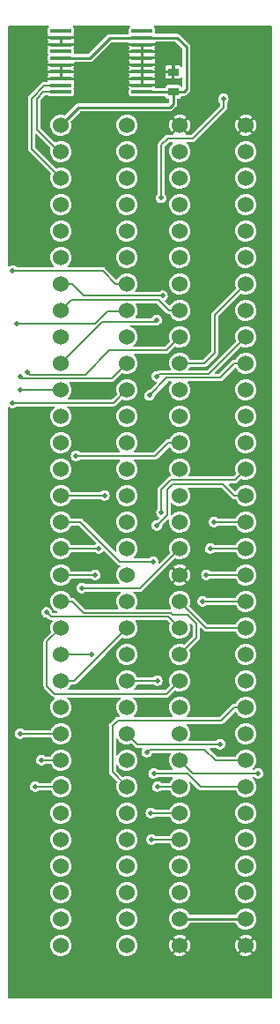
<source format=gbl>
G04 #@! TF.GenerationSoftware,KiCad,Pcbnew,(6.0.5)*
G04 #@! TF.CreationDate,2022-08-23T14:59:46-04:00*
G04 #@! TF.ProjectId,genesis-umd,67656e65-7369-4732-9d75-6d642e6b6963,2.2*
G04 #@! TF.SameCoordinates,Original*
G04 #@! TF.FileFunction,Copper,L2,Bot*
G04 #@! TF.FilePolarity,Positive*
%FSLAX46Y46*%
G04 Gerber Fmt 4.6, Leading zero omitted, Abs format (unit mm)*
G04 Created by KiCad (PCBNEW (6.0.5)) date 2022-08-23 14:59:46*
%MOMM*%
%LPD*%
G01*
G04 APERTURE LIST*
G04 #@! TA.AperFunction,ComponentPad*
%ADD10C,1.524000*%
G04 #@! TD*
G04 #@! TA.AperFunction,SMDPad,CuDef*
%ADD11R,1.000000X0.800000*%
G04 #@! TD*
G04 #@! TA.AperFunction,SMDPad,CuDef*
%ADD12R,2.000000X0.300000*%
G04 #@! TD*
G04 #@! TA.AperFunction,ViaPad*
%ADD13C,0.508000*%
G04 #@! TD*
G04 #@! TA.AperFunction,Conductor*
%ADD14C,0.254000*%
G04 #@! TD*
G04 #@! TA.AperFunction,Conductor*
%ADD15C,0.177800*%
G04 #@! TD*
G04 APERTURE END LIST*
D10*
X147320000Y-66040000D03*
X147320000Y-68580000D03*
X147320000Y-71120000D03*
X147320000Y-73660000D03*
X147320000Y-76200000D03*
X147320000Y-78740000D03*
X147320000Y-81280000D03*
X147320000Y-83820000D03*
X147320000Y-86360000D03*
X147320000Y-88900000D03*
X147320000Y-91440000D03*
X147320000Y-93980000D03*
X147320000Y-96520000D03*
X147320000Y-99060000D03*
X147320000Y-101600000D03*
X147320000Y-104140000D03*
X147320000Y-106680000D03*
X147320000Y-109220000D03*
X147320000Y-111760000D03*
X147320000Y-114300000D03*
X147320000Y-116840000D03*
X147320000Y-119380000D03*
X147320000Y-121920000D03*
X147320000Y-124460000D03*
X147320000Y-127000000D03*
X147320000Y-129540000D03*
X147320000Y-132080000D03*
X147320000Y-134620000D03*
X147320000Y-137160000D03*
X147320000Y-139700000D03*
X147320000Y-142240000D03*
X147320000Y-144780000D03*
X142240000Y-66040000D03*
X142240000Y-68580000D03*
X142240000Y-71120000D03*
X142240000Y-73660000D03*
X142240000Y-76200000D03*
X142240000Y-78740000D03*
X142240000Y-81280000D03*
X142240000Y-83820000D03*
X142240000Y-86360000D03*
X142240000Y-88900000D03*
X142240000Y-91440000D03*
X142240000Y-93980000D03*
X142240000Y-96520000D03*
X142240000Y-99060000D03*
X142240000Y-101600000D03*
X142240000Y-104140000D03*
X142240000Y-106680000D03*
X142240000Y-109220000D03*
X142240000Y-111760000D03*
X142240000Y-114300000D03*
X142240000Y-116840000D03*
X142240000Y-119380000D03*
X142240000Y-121920000D03*
X142240000Y-124460000D03*
X142240000Y-127000000D03*
X142240000Y-129540000D03*
X142240000Y-132080000D03*
X142240000Y-134620000D03*
X142240000Y-137160000D03*
X142240000Y-139700000D03*
X142240000Y-142240000D03*
X142240000Y-144780000D03*
X135890000Y-66040000D03*
X135890000Y-68580000D03*
X135890000Y-71120000D03*
X135890000Y-73660000D03*
X135890000Y-76200000D03*
X135890000Y-78740000D03*
X135890000Y-81280000D03*
X135890000Y-83820000D03*
X135890000Y-86360000D03*
X135890000Y-88900000D03*
X135890000Y-91440000D03*
X135890000Y-93980000D03*
X135890000Y-96520000D03*
X135890000Y-99060000D03*
X135890000Y-101600000D03*
X135890000Y-104140000D03*
X135890000Y-106680000D03*
X135890000Y-109220000D03*
X135890000Y-111760000D03*
X135890000Y-114300000D03*
X135890000Y-116840000D03*
X135890000Y-119380000D03*
X135890000Y-121920000D03*
X135890000Y-124460000D03*
X135890000Y-127000000D03*
X135890000Y-129540000D03*
X135890000Y-132080000D03*
X135890000Y-134620000D03*
X135890000Y-137160000D03*
X135890000Y-139700000D03*
X135890000Y-142240000D03*
X135890000Y-144780000D03*
X153670000Y-144780000D03*
X153670000Y-142240000D03*
X153670000Y-139700000D03*
X153670000Y-137160000D03*
X153670000Y-134620000D03*
X153670000Y-132080000D03*
X153670000Y-129540000D03*
X153670000Y-127000000D03*
X153670000Y-124460000D03*
X153670000Y-121920000D03*
X153670000Y-119380000D03*
X153670000Y-116840000D03*
X153670000Y-114300000D03*
X153670000Y-111760000D03*
X153670000Y-109220000D03*
X153670000Y-106680000D03*
X153670000Y-104140000D03*
X153670000Y-101600000D03*
X153670000Y-99060000D03*
X153670000Y-96520000D03*
X153670000Y-93980000D03*
X153670000Y-91440000D03*
X153670000Y-88900000D03*
X153670000Y-86360000D03*
X153670000Y-83820000D03*
X153670000Y-81280000D03*
X153670000Y-78740000D03*
X153670000Y-76200000D03*
X153670000Y-73660000D03*
X153670000Y-71120000D03*
X153670000Y-68580000D03*
X153670000Y-66040000D03*
D11*
X146685000Y-62849800D03*
X146685000Y-60949800D03*
D12*
X135890000Y-62865000D03*
X135890000Y-62215000D03*
X135890000Y-61565000D03*
X135890000Y-60915000D03*
X135890000Y-60265000D03*
X135890000Y-59615000D03*
X135890000Y-58965000D03*
X135890000Y-58315000D03*
X135890000Y-57665000D03*
X135890000Y-57015000D03*
X143690000Y-57015000D03*
X143690000Y-57665000D03*
X143690000Y-58315000D03*
X143690000Y-58965000D03*
X143690000Y-59615000D03*
X143690000Y-60265000D03*
X143690000Y-60915000D03*
X143690000Y-61565000D03*
X143690000Y-62215000D03*
X143690000Y-62865000D03*
D13*
X139065000Y-76200000D03*
X139065000Y-78867000D03*
X150749000Y-78740000D03*
X150749000Y-81280000D03*
X144780000Y-81280000D03*
X144018000Y-95123000D03*
X132334000Y-148336000D03*
X155575000Y-95123000D03*
X155702000Y-115951000D03*
X138811000Y-139700000D03*
X138811000Y-137160000D03*
X138811000Y-134239000D03*
X146710400Y-59817000D03*
X134035800Y-127000000D03*
X145669000Y-82423000D03*
X145093083Y-84747090D03*
X131978400Y-91440000D03*
X145542000Y-73025000D03*
X151511000Y-63500000D03*
X134518400Y-112801400D03*
X140081000Y-101600000D03*
X144754600Y-107950000D03*
X145161000Y-129540000D03*
X139547600Y-106680000D03*
X139192000Y-109220000D03*
X144551400Y-132080000D03*
X144602200Y-134620000D03*
X138836400Y-116840000D03*
X133451600Y-129540000D03*
X132689600Y-89789000D03*
X137363200Y-97790000D03*
X137896600Y-110464600D03*
X131978400Y-90170000D03*
X131622800Y-85090000D03*
X131267200Y-80010000D03*
X131241954Y-92684763D03*
X144818100Y-128270000D03*
X154838400Y-128270000D03*
X149529800Y-111760000D03*
X149885400Y-109194600D03*
X150241000Y-106680000D03*
X151207339Y-125451589D03*
X150596600Y-104140000D03*
X145135600Y-104470200D03*
X145161000Y-119380000D03*
X145567400Y-103225600D03*
X144399000Y-91973400D03*
X145135600Y-90144600D03*
X131968449Y-124449846D03*
X144145000Y-126238000D03*
D14*
X147955000Y-62611000D02*
X147716200Y-62849800D01*
X147073000Y-57665000D02*
X147955000Y-58547000D01*
X138657400Y-59615000D02*
X140589000Y-57683400D01*
X146669800Y-62865000D02*
X146685000Y-62849800D01*
X146354800Y-64338200D02*
X146685000Y-64008000D01*
X147716200Y-62849800D02*
X146685000Y-62849800D01*
X137591800Y-64338200D02*
X146354800Y-64338200D01*
X135890000Y-59615000D02*
X138657400Y-59615000D01*
X147955000Y-58547000D02*
X147955000Y-62611000D01*
X143690000Y-62865000D02*
X146669800Y-62865000D01*
X135890000Y-66040000D02*
X137591800Y-64338200D01*
X143690000Y-57665000D02*
X147073000Y-57665000D01*
X143690000Y-57711000D02*
X143687800Y-57708800D01*
X146685000Y-64008000D02*
X146685000Y-62849800D01*
X140589000Y-57683400D02*
X143687800Y-57683400D01*
X144944000Y-60915000D02*
X144949800Y-60909200D01*
X143690000Y-60915000D02*
X144944000Y-60915000D01*
X144949800Y-60909200D02*
X146634200Y-60909200D01*
X146710400Y-59817000D02*
X146710400Y-60176210D01*
X146710400Y-60176210D02*
X146735800Y-60201610D01*
X146634200Y-60909200D02*
X146659600Y-60883800D01*
X146735800Y-60201610D02*
X146735800Y-60960000D01*
D15*
X134315200Y-62230000D02*
X135940800Y-62230000D01*
X133070600Y-63474600D02*
X134315200Y-62230000D01*
X133070600Y-68300600D02*
X133070600Y-63474600D01*
X135890000Y-71120000D02*
X133070600Y-68300600D01*
X134188200Y-62865000D02*
X133578600Y-63474600D01*
X135890000Y-62865000D02*
X134188200Y-62865000D01*
X133578600Y-63474600D02*
X133578600Y-66446400D01*
X135788400Y-68656200D02*
X135788400Y-68630800D01*
X133578600Y-66446400D02*
X135788400Y-68656200D01*
X134035800Y-127000000D02*
X135890000Y-127000000D01*
X138110630Y-82423000D02*
X136967630Y-81280000D01*
X136967630Y-81280000D02*
X135890000Y-81280000D01*
X145669000Y-82423000D02*
X138110630Y-82423000D01*
X136931389Y-82778611D02*
X145253973Y-82778611D01*
X135890000Y-83820000D02*
X136931389Y-82778611D01*
X146295362Y-83820000D02*
X147320000Y-83820000D01*
X145253973Y-82778611D02*
X146295362Y-83820000D01*
X135890000Y-88900000D02*
X139890510Y-84899490D01*
X139890510Y-84899490D02*
X144940683Y-84899490D01*
X144940683Y-84899490D02*
X145093083Y-84747090D01*
X145542000Y-73025000D02*
X145542000Y-67945000D01*
X135890000Y-91440000D02*
X131978400Y-91440000D01*
X151511000Y-64389000D02*
X151511000Y-63500000D01*
X145542000Y-67945000D02*
X146177000Y-67310000D01*
X148590000Y-67310000D02*
X151511000Y-64389000D01*
X146177000Y-67310000D02*
X148590000Y-67310000D01*
X147320000Y-114300000D02*
X146227811Y-113207811D01*
X134924811Y-113207811D02*
X134518400Y-112801400D01*
X146227811Y-113207811D02*
X134924811Y-113207811D01*
X135890000Y-101600000D02*
X140081000Y-101600000D01*
X137778240Y-104140000D02*
X135890000Y-104140000D01*
X144754600Y-107950000D02*
X141588240Y-107950000D01*
X141588240Y-107950000D02*
X137778240Y-104140000D01*
X147320000Y-129540000D02*
X145161000Y-129540000D01*
X135890000Y-106680000D02*
X139547600Y-106680000D01*
X144551400Y-132080000D02*
X147320000Y-132080000D01*
X135890000Y-109220000D02*
X139192000Y-109220000D01*
X138059830Y-112852200D02*
X146481800Y-112852200D01*
X146481800Y-112852200D02*
X146659600Y-113030000D01*
X135890000Y-111760000D02*
X136967630Y-111760000D01*
X148056600Y-113030000D02*
X148894800Y-113868200D01*
X136967630Y-111760000D02*
X138059830Y-112852200D01*
X148894800Y-113868200D02*
X148894800Y-115265200D01*
X148894800Y-115265200D02*
X147320000Y-116840000D01*
X146659600Y-113030000D02*
X148056600Y-113030000D01*
X135890000Y-114300000D02*
X134569200Y-115620800D01*
X134569200Y-115620800D02*
X134569200Y-119862600D01*
X134569200Y-119862600D02*
X135331200Y-120624600D01*
X135331200Y-120624600D02*
X146075400Y-120624600D01*
X146075400Y-120624600D02*
X147320000Y-119380000D01*
X144602200Y-134620000D02*
X147320000Y-134620000D01*
X135890000Y-116840000D02*
X138836400Y-116840000D01*
X140563600Y-87655400D02*
X146024600Y-87655400D01*
X132892800Y-89992200D02*
X138226800Y-89992200D01*
X138226800Y-89992200D02*
X140563600Y-87655400D01*
X132689600Y-89789000D02*
X132892800Y-89992200D01*
X135890000Y-129540000D02*
X133451600Y-129540000D01*
X146024600Y-87655400D02*
X147320000Y-86360000D01*
X144972370Y-97790000D02*
X137363200Y-97790000D01*
X146242370Y-96520000D02*
X144972370Y-97790000D01*
X147320000Y-96520000D02*
X146242370Y-96520000D01*
X146558001Y-107441999D02*
X143535400Y-110464600D01*
X143535400Y-110464600D02*
X137896600Y-110464600D01*
X147320000Y-106680000D02*
X146558001Y-107441999D01*
X142240000Y-88900000D02*
X140792189Y-90347811D01*
X140792189Y-90347811D02*
X132156211Y-90347811D01*
X132156211Y-90347811D02*
X131978400Y-90170000D01*
X140340091Y-83947000D02*
X142189200Y-83947000D01*
X131622800Y-85090000D02*
X139197091Y-85090000D01*
X139197091Y-85090000D02*
X140340091Y-83947000D01*
X139892370Y-80010000D02*
X140019370Y-80137000D01*
X131267200Y-80010000D02*
X139892370Y-80010000D01*
X141162370Y-81280000D02*
X140019370Y-80137000D01*
X140019370Y-80137000D02*
X139917770Y-80035400D01*
X142240000Y-81280000D02*
X141162370Y-81280000D01*
X142189200Y-91465400D02*
X140969837Y-92684763D01*
X131601164Y-92684763D02*
X131241954Y-92684763D01*
X140969837Y-92684763D02*
X131601164Y-92684763D01*
X153670000Y-129540000D02*
X149352000Y-129540000D01*
X148082000Y-128270000D02*
X144818100Y-128270000D01*
X149352000Y-129540000D02*
X148082000Y-128270000D01*
X148590000Y-128270000D02*
X154838400Y-128270000D01*
X147320000Y-127000000D02*
X148590000Y-128270000D01*
X149860000Y-114300000D02*
X147320000Y-111760000D01*
X153670000Y-114300000D02*
X149860000Y-114300000D01*
X153670000Y-111760000D02*
X149529800Y-111760000D01*
X149910800Y-109220000D02*
X149885400Y-109194600D01*
X153670000Y-109220000D02*
X149910800Y-109220000D01*
X153670000Y-106680000D02*
X150241000Y-106680000D01*
X142240000Y-124460000D02*
X143275929Y-125495929D01*
X143275929Y-125495929D02*
X151162999Y-125495929D01*
X151162999Y-125495929D02*
X151207339Y-125451589D01*
X153670000Y-104140000D02*
X150596600Y-104140000D01*
X146100800Y-100990400D02*
X146100800Y-103505000D01*
X152592370Y-101600000D02*
X151474770Y-100482400D01*
X151474770Y-100482400D02*
X146608800Y-100482400D01*
X145161000Y-119380000D02*
X142240000Y-119380000D01*
X146608800Y-100482400D02*
X146100800Y-100990400D01*
X153670000Y-101600000D02*
X152592370Y-101600000D01*
X146100800Y-103505000D02*
X145669000Y-103936800D01*
X145669000Y-103936800D02*
X145135600Y-104470200D01*
X152628611Y-100101389D02*
X153670000Y-99060000D01*
X146461502Y-100101389D02*
X152628611Y-100101389D01*
X145567400Y-100995491D02*
X146461502Y-100101389D01*
X145567400Y-103225600D02*
X145567400Y-100995491D01*
X153670000Y-88900000D02*
X152592370Y-88900000D01*
X151195370Y-90297000D02*
X146075400Y-90297000D01*
X146075400Y-90297000D02*
X144399000Y-91973400D01*
X152592370Y-88900000D02*
X151195370Y-90297000D01*
X153670000Y-86360000D02*
X150088611Y-89941389D01*
X145338811Y-89941389D02*
X145135600Y-90144600D01*
X150088611Y-89941389D02*
X145338811Y-89941389D01*
X147320000Y-88900000D02*
X149682200Y-88900000D01*
X150698200Y-84251800D02*
X153670000Y-81280000D01*
X150698200Y-87884000D02*
X150698200Y-84251800D01*
X149682200Y-88900000D02*
X150698200Y-87884000D01*
X132327659Y-124449846D02*
X131968449Y-124449846D01*
X135905246Y-124449846D02*
X132327659Y-124449846D01*
X135915400Y-124460000D02*
X135905246Y-124449846D01*
X139179298Y-117360702D02*
X142240000Y-114300000D01*
X137160000Y-119380000D02*
X139179298Y-117360702D01*
X135890000Y-119380000D02*
X137160000Y-119380000D01*
X141351000Y-123190000D02*
X151322370Y-123190000D01*
X152592370Y-121920000D02*
X153670000Y-121920000D01*
X142240000Y-129540000D02*
X140843000Y-128143000D01*
X151322370Y-123190000D02*
X152592370Y-121920000D01*
X140843000Y-123698000D02*
X141351000Y-123190000D01*
X140843000Y-128143000D02*
X140843000Y-123698000D01*
X150749000Y-127000000D02*
X153670000Y-127000000D01*
X149720789Y-125971789D02*
X150749000Y-127000000D01*
X144411211Y-125971789D02*
X149720789Y-125971789D01*
X144145000Y-126238000D02*
X144411211Y-125971789D01*
D14*
X147320000Y-142240000D02*
X153670000Y-142240000D01*
G04 #@! TA.AperFunction,Conductor*
G36*
X134722458Y-56535565D02*
G01*
X134752522Y-56587636D01*
X134742081Y-56646850D01*
X134714794Y-56675984D01*
X134706516Y-56681516D01*
X134650266Y-56765699D01*
X134635500Y-56839933D01*
X134635501Y-57190066D01*
X134650266Y-57264301D01*
X134655078Y-57271502D01*
X134668516Y-57291614D01*
X134682808Y-57350018D01*
X134668517Y-57389282D01*
X134655548Y-57408693D01*
X134649048Y-57424386D01*
X134636843Y-57485744D01*
X134636000Y-57494304D01*
X134636000Y-57522500D01*
X134640322Y-57534374D01*
X134646601Y-57538000D01*
X137128499Y-57538000D01*
X137140373Y-57533678D01*
X137143999Y-57527399D01*
X137143999Y-57494307D01*
X137143155Y-57485743D01*
X137130952Y-57424385D01*
X137124453Y-57408694D01*
X137111483Y-57389282D01*
X137097193Y-57330878D01*
X137111484Y-57291614D01*
X137124925Y-57271498D01*
X137129734Y-57264301D01*
X137142804Y-57198596D01*
X137143657Y-57194306D01*
X137143657Y-57194304D01*
X137144500Y-57190067D01*
X137144499Y-56839934D01*
X137129734Y-56765699D01*
X137073484Y-56681516D01*
X137065206Y-56675985D01*
X137064223Y-56674644D01*
X137060164Y-56670585D01*
X137060789Y-56669960D01*
X137029654Y-56627496D01*
X137033588Y-56567498D01*
X137075167Y-56524064D01*
X137114043Y-56515000D01*
X142465957Y-56515000D01*
X142522458Y-56535565D01*
X142552522Y-56587636D01*
X142542081Y-56646850D01*
X142514794Y-56675984D01*
X142506516Y-56681516D01*
X142450266Y-56765699D01*
X142435500Y-56839933D01*
X142435501Y-57190066D01*
X142436344Y-57194304D01*
X142436344Y-57194305D01*
X142436851Y-57196852D01*
X142436695Y-57197865D01*
X142436767Y-57198596D01*
X142436580Y-57198614D01*
X142427704Y-57256279D01*
X142382498Y-57295924D01*
X142350640Y-57301900D01*
X140639083Y-57301900D01*
X140620585Y-57299931D01*
X140607220Y-57297054D01*
X140574761Y-57300896D01*
X140571421Y-57301291D01*
X140561090Y-57301900D01*
X140557308Y-57301900D01*
X140553733Y-57302495D01*
X140553734Y-57302495D01*
X140537285Y-57305233D01*
X140533183Y-57305817D01*
X140488306Y-57311128D01*
X140488304Y-57311129D01*
X140481093Y-57311982D01*
X140474682Y-57315060D01*
X140473831Y-57315254D01*
X140471541Y-57315978D01*
X140470729Y-57316311D01*
X140463717Y-57317478D01*
X140457325Y-57320927D01*
X140457322Y-57320928D01*
X140417574Y-57342375D01*
X140413883Y-57344256D01*
X140371593Y-57364563D01*
X140371591Y-57364565D01*
X140366602Y-57366960D01*
X140362308Y-57370570D01*
X140360980Y-57371898D01*
X140360896Y-57371975D01*
X140357669Y-57374698D01*
X140351943Y-57377788D01*
X140327070Y-57404696D01*
X140314657Y-57418124D01*
X140312265Y-57420613D01*
X138525122Y-59207755D01*
X138470628Y-59233166D01*
X138462967Y-59233500D01*
X137231855Y-59233500D01*
X137175354Y-59212935D01*
X137145290Y-59160864D01*
X137144496Y-59140085D01*
X137144500Y-59140067D01*
X137144499Y-58789934D01*
X137136828Y-58751365D01*
X137131424Y-58724194D01*
X137131423Y-58724192D01*
X137129734Y-58715699D01*
X137111484Y-58688386D01*
X137097192Y-58629982D01*
X137111483Y-58590718D01*
X137124452Y-58571307D01*
X137130952Y-58555614D01*
X137143157Y-58494256D01*
X137144000Y-58485696D01*
X137144000Y-58457500D01*
X137139678Y-58445626D01*
X137133399Y-58442000D01*
X134651501Y-58442000D01*
X134639627Y-58446322D01*
X134636001Y-58452601D01*
X134636001Y-58485693D01*
X134636845Y-58494257D01*
X134649048Y-58555615D01*
X134655547Y-58571306D01*
X134668517Y-58590718D01*
X134682807Y-58649122D01*
X134668516Y-58688386D01*
X134650266Y-58715699D01*
X134635500Y-58789933D01*
X134635501Y-59140066D01*
X134636345Y-59144307D01*
X134648539Y-59205616D01*
X134650266Y-59214301D01*
X134664690Y-59235888D01*
X134668216Y-59241165D01*
X134682508Y-59299569D01*
X134668216Y-59338835D01*
X134650266Y-59365699D01*
X134635500Y-59439933D01*
X134635501Y-59790066D01*
X134636345Y-59794307D01*
X134648539Y-59855616D01*
X134650266Y-59864301D01*
X134655078Y-59871502D01*
X134668516Y-59891614D01*
X134682808Y-59950018D01*
X134668517Y-59989282D01*
X134655548Y-60008693D01*
X134649048Y-60024386D01*
X134636843Y-60085744D01*
X134636000Y-60094304D01*
X134636000Y-60122500D01*
X134640322Y-60134374D01*
X134646601Y-60138000D01*
X137128499Y-60138000D01*
X137140373Y-60133678D01*
X137143999Y-60127399D01*
X137143999Y-60122500D01*
X142436000Y-60122500D01*
X142440322Y-60134374D01*
X142446601Y-60138000D01*
X143547500Y-60138000D01*
X143559374Y-60133678D01*
X143563000Y-60127399D01*
X143563000Y-60122500D01*
X143817000Y-60122500D01*
X143821322Y-60134374D01*
X143827601Y-60138000D01*
X144928499Y-60138000D01*
X144940373Y-60133678D01*
X144943999Y-60127399D01*
X144943999Y-60094307D01*
X144943155Y-60085743D01*
X144930953Y-60024389D01*
X144924450Y-60008690D01*
X144911183Y-59988834D01*
X144896892Y-59930430D01*
X144911183Y-59891166D01*
X144924453Y-59871306D01*
X144930952Y-59855616D01*
X144943157Y-59794256D01*
X144944000Y-59785696D01*
X144944000Y-59757500D01*
X144939678Y-59745626D01*
X144933399Y-59742000D01*
X143832500Y-59742000D01*
X143820626Y-59746322D01*
X143817000Y-59752601D01*
X143817000Y-60122500D01*
X143563000Y-60122500D01*
X143563000Y-59757500D01*
X143558678Y-59745626D01*
X143552399Y-59742000D01*
X142451501Y-59742000D01*
X142439627Y-59746322D01*
X142436001Y-59752601D01*
X142436001Y-59785693D01*
X142436845Y-59794257D01*
X142449047Y-59855611D01*
X142455550Y-59871310D01*
X142468817Y-59891166D01*
X142483108Y-59949570D01*
X142468817Y-59988834D01*
X142455547Y-60008694D01*
X142449048Y-60024384D01*
X142436843Y-60085744D01*
X142436000Y-60094304D01*
X142436000Y-60122500D01*
X137143999Y-60122500D01*
X137143999Y-60094305D01*
X137143872Y-60093016D01*
X137143999Y-60092520D01*
X137143999Y-60089984D01*
X137144649Y-60089984D01*
X137158800Y-60034771D01*
X137207674Y-59999748D01*
X137231349Y-59996500D01*
X138607321Y-59996500D01*
X138625821Y-59998469D01*
X138639180Y-60001345D01*
X138674972Y-59997109D01*
X138685303Y-59996500D01*
X138689092Y-59996500D01*
X138709142Y-59993163D01*
X138713212Y-59992584D01*
X138733141Y-59990225D01*
X138758094Y-59987272D01*
X138758096Y-59987271D01*
X138765307Y-59986418D01*
X138771718Y-59983340D01*
X138772569Y-59983146D01*
X138774859Y-59982422D01*
X138775671Y-59982089D01*
X138782683Y-59980922D01*
X138789075Y-59977473D01*
X138789078Y-59977472D01*
X138828826Y-59956025D01*
X138832517Y-59954144D01*
X138874807Y-59933837D01*
X138874809Y-59933835D01*
X138879798Y-59931440D01*
X138884092Y-59927830D01*
X138885420Y-59926502D01*
X138885504Y-59926425D01*
X138888731Y-59923702D01*
X138894457Y-59920612D01*
X138931743Y-59880276D01*
X138934135Y-59877787D01*
X139339422Y-59472500D01*
X142436000Y-59472500D01*
X142440322Y-59484374D01*
X142446601Y-59488000D01*
X143547500Y-59488000D01*
X143559374Y-59483678D01*
X143563000Y-59477399D01*
X143563000Y-59472500D01*
X143817000Y-59472500D01*
X143821322Y-59484374D01*
X143827601Y-59488000D01*
X144928499Y-59488000D01*
X144940373Y-59483678D01*
X144943999Y-59477399D01*
X144943999Y-59444307D01*
X144943155Y-59435743D01*
X144930953Y-59374389D01*
X144924450Y-59358690D01*
X144911183Y-59338834D01*
X144896892Y-59280430D01*
X144911183Y-59241166D01*
X144924453Y-59221306D01*
X144930952Y-59205616D01*
X144943157Y-59144256D01*
X144944000Y-59135696D01*
X144944000Y-59107500D01*
X144939678Y-59095626D01*
X144933399Y-59092000D01*
X143832500Y-59092000D01*
X143820626Y-59096322D01*
X143817000Y-59102601D01*
X143817000Y-59472500D01*
X143563000Y-59472500D01*
X143563000Y-59107500D01*
X143558678Y-59095626D01*
X143552399Y-59092000D01*
X142451501Y-59092000D01*
X142439627Y-59096322D01*
X142436001Y-59102601D01*
X142436001Y-59135693D01*
X142436845Y-59144257D01*
X142449047Y-59205611D01*
X142455550Y-59221310D01*
X142468817Y-59241166D01*
X142483108Y-59299570D01*
X142468817Y-59338834D01*
X142455547Y-59358694D01*
X142449048Y-59374384D01*
X142436843Y-59435744D01*
X142436000Y-59444304D01*
X142436000Y-59472500D01*
X139339422Y-59472500D01*
X139989423Y-58822500D01*
X142436000Y-58822500D01*
X142440322Y-58834374D01*
X142446601Y-58838000D01*
X143547500Y-58838000D01*
X143559374Y-58833678D01*
X143563000Y-58827399D01*
X143563000Y-58822500D01*
X143817000Y-58822500D01*
X143821322Y-58834374D01*
X143827601Y-58838000D01*
X144928499Y-58838000D01*
X144940373Y-58833678D01*
X144943999Y-58827399D01*
X144943999Y-58794307D01*
X144943155Y-58785743D01*
X144930953Y-58724389D01*
X144924450Y-58708690D01*
X144911183Y-58688834D01*
X144896892Y-58630430D01*
X144911183Y-58591166D01*
X144924453Y-58571306D01*
X144930952Y-58555616D01*
X144943157Y-58494256D01*
X144944000Y-58485696D01*
X144944000Y-58457500D01*
X144939678Y-58445626D01*
X144933399Y-58442000D01*
X143832500Y-58442000D01*
X143820626Y-58446322D01*
X143817000Y-58452601D01*
X143817000Y-58822500D01*
X143563000Y-58822500D01*
X143563000Y-58457500D01*
X143558678Y-58445626D01*
X143552399Y-58442000D01*
X142451501Y-58442000D01*
X142439627Y-58446322D01*
X142436001Y-58452601D01*
X142436001Y-58485693D01*
X142436845Y-58494257D01*
X142449047Y-58555611D01*
X142455550Y-58571310D01*
X142468817Y-58591166D01*
X142483108Y-58649570D01*
X142468817Y-58688834D01*
X142455547Y-58708694D01*
X142449048Y-58724384D01*
X142436843Y-58785744D01*
X142436000Y-58794304D01*
X142436000Y-58822500D01*
X139989423Y-58822500D01*
X140721278Y-58090645D01*
X140775772Y-58065234D01*
X140783433Y-58064900D01*
X142348100Y-58064900D01*
X142404601Y-58085465D01*
X142434665Y-58137536D01*
X142436000Y-58152800D01*
X142436000Y-58172500D01*
X142440322Y-58184374D01*
X142446601Y-58188000D01*
X144928499Y-58188000D01*
X144940373Y-58183678D01*
X144943999Y-58177399D01*
X144943999Y-58144305D01*
X144943872Y-58143016D01*
X144943999Y-58142520D01*
X144943999Y-58139984D01*
X144944649Y-58139984D01*
X144958800Y-58084771D01*
X145007674Y-58049748D01*
X145031349Y-58046500D01*
X146878568Y-58046500D01*
X146935069Y-58067065D01*
X146940723Y-58072245D01*
X147547755Y-58679278D01*
X147573166Y-58733772D01*
X147573500Y-58741433D01*
X147573500Y-60384275D01*
X147552935Y-60440776D01*
X147500864Y-60470840D01*
X147441650Y-60460399D01*
X147412514Y-60433110D01*
X147372935Y-60373876D01*
X147360924Y-60361865D01*
X147291303Y-60315346D01*
X147275616Y-60308848D01*
X147214256Y-60296643D01*
X147205696Y-60295800D01*
X146827500Y-60295800D01*
X146815626Y-60300122D01*
X146812000Y-60306401D01*
X146812000Y-61588299D01*
X146816322Y-61600173D01*
X146822601Y-61603799D01*
X147205693Y-61603799D01*
X147214257Y-61602955D01*
X147275611Y-61590753D01*
X147291308Y-61584251D01*
X147360924Y-61537735D01*
X147372935Y-61525724D01*
X147412514Y-61466490D01*
X147461003Y-61430937D01*
X147521002Y-61434869D01*
X147564435Y-61476448D01*
X147573500Y-61515325D01*
X147573500Y-62283376D01*
X147552935Y-62339877D01*
X147500864Y-62369941D01*
X147441650Y-62359500D01*
X147412514Y-62332211D01*
X147373295Y-62273516D01*
X147368484Y-62266316D01*
X147284301Y-62210066D01*
X147275812Y-62208377D01*
X147275811Y-62208377D01*
X147214306Y-62196143D01*
X147214304Y-62196143D01*
X147210067Y-62195300D01*
X146685122Y-62195300D01*
X146159934Y-62195301D01*
X146121365Y-62202972D01*
X146094194Y-62208376D01*
X146094192Y-62208377D01*
X146085699Y-62210066D01*
X146001516Y-62266316D01*
X145945266Y-62350499D01*
X145943577Y-62358988D01*
X145943577Y-62358989D01*
X145932884Y-62412748D01*
X145901692Y-62464152D01*
X145846673Y-62483500D01*
X145031350Y-62483500D01*
X144974849Y-62462935D01*
X144944785Y-62410864D01*
X144943873Y-62386982D01*
X144944000Y-62385693D01*
X144944000Y-62357500D01*
X144939678Y-62345626D01*
X144933399Y-62342000D01*
X142451501Y-62342000D01*
X142439627Y-62346322D01*
X142436001Y-62352601D01*
X142436001Y-62385693D01*
X142436845Y-62394257D01*
X142449048Y-62455615D01*
X142455547Y-62471306D01*
X142468517Y-62490718D01*
X142482807Y-62549122D01*
X142468516Y-62588386D01*
X142450266Y-62615699D01*
X142435500Y-62689933D01*
X142435501Y-63040066D01*
X142450266Y-63114301D01*
X142477736Y-63155412D01*
X142500742Y-63189842D01*
X142506516Y-63198484D01*
X142513716Y-63203295D01*
X142540539Y-63221218D01*
X142590699Y-63254734D01*
X142599188Y-63256423D01*
X142599189Y-63256423D01*
X142660694Y-63268657D01*
X142660696Y-63268657D01*
X142664933Y-63269500D01*
X143689762Y-63269500D01*
X144715066Y-63269499D01*
X144789301Y-63254734D01*
X144792882Y-63252341D01*
X144822250Y-63246500D01*
X145852721Y-63246500D01*
X145909222Y-63267065D01*
X145938931Y-63317251D01*
X145945266Y-63349101D01*
X146001516Y-63433284D01*
X146085699Y-63489534D01*
X146094188Y-63491223D01*
X146094189Y-63491223D01*
X146155694Y-63503457D01*
X146155696Y-63503457D01*
X146159933Y-63504300D01*
X146215600Y-63504300D01*
X146272101Y-63524865D01*
X146302165Y-63576936D01*
X146303500Y-63592200D01*
X146303500Y-63813569D01*
X146282935Y-63870070D01*
X146277754Y-63875724D01*
X146222522Y-63930955D01*
X146168028Y-63956366D01*
X146160368Y-63956700D01*
X137641883Y-63956700D01*
X137623385Y-63954731D01*
X137610020Y-63951854D01*
X137577561Y-63955696D01*
X137574221Y-63956091D01*
X137563890Y-63956700D01*
X137560108Y-63956700D01*
X137556533Y-63957295D01*
X137556534Y-63957295D01*
X137540085Y-63960033D01*
X137535983Y-63960617D01*
X137491106Y-63965928D01*
X137491104Y-63965929D01*
X137483893Y-63966782D01*
X137477482Y-63969860D01*
X137476631Y-63970054D01*
X137474341Y-63970778D01*
X137473529Y-63971111D01*
X137466517Y-63972278D01*
X137460125Y-63975727D01*
X137460122Y-63975728D01*
X137420374Y-63997175D01*
X137416683Y-63999056D01*
X137374383Y-64019368D01*
X137369402Y-64021760D01*
X137365108Y-64025369D01*
X137363766Y-64026711D01*
X137363694Y-64026777D01*
X137360472Y-64029497D01*
X137354743Y-64032588D01*
X137349807Y-64037928D01*
X137317469Y-64072911D01*
X137315077Y-64075400D01*
X136328097Y-65062380D01*
X136273603Y-65087791D01*
X136239949Y-65084194D01*
X136169479Y-65062380D01*
X136095385Y-65039444D01*
X135897131Y-65018607D01*
X135892846Y-65018997D01*
X135892845Y-65018997D01*
X135892186Y-65019057D01*
X135698605Y-65036674D01*
X135694481Y-65037888D01*
X135694480Y-65037888D01*
X135511486Y-65091746D01*
X135511481Y-65091748D01*
X135507370Y-65092958D01*
X135503567Y-65094946D01*
X135503565Y-65094947D01*
X135493064Y-65100437D01*
X135330709Y-65185314D01*
X135327357Y-65188009D01*
X135327354Y-65188011D01*
X135178705Y-65307528D01*
X135175351Y-65310225D01*
X135172587Y-65313519D01*
X135172584Y-65313522D01*
X135099339Y-65400812D01*
X135047214Y-65462933D01*
X134951179Y-65637621D01*
X134890902Y-65827635D01*
X134868682Y-66025739D01*
X134869041Y-66030015D01*
X134869041Y-66030017D01*
X134884995Y-66220012D01*
X134885362Y-66224386D01*
X134940310Y-66416009D01*
X134942271Y-66419826D01*
X134942272Y-66419827D01*
X135029327Y-66589218D01*
X135031430Y-66593311D01*
X135155253Y-66749537D01*
X135158529Y-66752325D01*
X135303790Y-66875952D01*
X135303793Y-66875954D01*
X135307063Y-66878737D01*
X135310811Y-66880832D01*
X135310813Y-66880833D01*
X135351420Y-66903527D01*
X135481076Y-66975989D01*
X135670665Y-67037591D01*
X135834003Y-67057068D01*
X135861632Y-67060362D01*
X135868609Y-67061194D01*
X136067367Y-67045900D01*
X136191998Y-67011102D01*
X136255227Y-66993449D01*
X136255229Y-66993448D01*
X136259370Y-66992292D01*
X136263904Y-66990002D01*
X136361198Y-66940855D01*
X136437303Y-66902412D01*
X136594390Y-66779682D01*
X136724647Y-66628778D01*
X136823112Y-66455448D01*
X136824537Y-66451166D01*
X136873439Y-66304159D01*
X136886035Y-66266294D01*
X136886588Y-66261922D01*
X136910713Y-66070951D01*
X136910713Y-66070949D01*
X136911020Y-66068520D01*
X136911265Y-66050958D01*
X136911384Y-66042465D01*
X136911384Y-66042458D01*
X136911418Y-66040000D01*
X136910020Y-66025739D01*
X141218682Y-66025739D01*
X141219041Y-66030015D01*
X141219041Y-66030017D01*
X141234995Y-66220012D01*
X141235362Y-66224386D01*
X141290310Y-66416009D01*
X141292271Y-66419826D01*
X141292272Y-66419827D01*
X141379327Y-66589218D01*
X141381430Y-66593311D01*
X141505253Y-66749537D01*
X141508529Y-66752325D01*
X141653790Y-66875952D01*
X141653793Y-66875954D01*
X141657063Y-66878737D01*
X141660811Y-66880832D01*
X141660813Y-66880833D01*
X141701420Y-66903527D01*
X141831076Y-66975989D01*
X142020665Y-67037591D01*
X142184003Y-67057068D01*
X142211632Y-67060362D01*
X142218609Y-67061194D01*
X142417367Y-67045900D01*
X142541998Y-67011102D01*
X142605227Y-66993449D01*
X142605229Y-66993448D01*
X142609370Y-66992292D01*
X142613904Y-66990002D01*
X142711198Y-66940855D01*
X142787303Y-66902412D01*
X142944390Y-66779682D01*
X143074647Y-66628778D01*
X143173112Y-66455448D01*
X143174537Y-66451166D01*
X143223439Y-66304159D01*
X143236035Y-66266294D01*
X143236588Y-66261922D01*
X143260713Y-66070951D01*
X143260713Y-66070949D01*
X143261020Y-66068520D01*
X143261265Y-66050958D01*
X143261384Y-66042465D01*
X143261384Y-66042458D01*
X143261418Y-66040000D01*
X143260440Y-66030024D01*
X146299543Y-66030024D01*
X146315496Y-66220012D01*
X146317041Y-66228427D01*
X146369593Y-66411698D01*
X146372738Y-66419641D01*
X146459888Y-66589218D01*
X146464521Y-66596406D01*
X146507716Y-66650905D01*
X146518478Y-66657526D01*
X146523630Y-66656765D01*
X147129437Y-66050958D01*
X147134318Y-66040491D01*
X147505224Y-66040491D01*
X147507102Y-66047497D01*
X148112636Y-66653031D01*
X148124085Y-66658370D01*
X148129756Y-66656850D01*
X148151428Y-66631742D01*
X148156358Y-66624754D01*
X148250532Y-66458978D01*
X148254009Y-66451166D01*
X148314190Y-66270257D01*
X148316084Y-66261922D01*
X148340211Y-66070937D01*
X148340552Y-66066050D01*
X148340882Y-66042466D01*
X148340675Y-66037545D01*
X148321893Y-65845985D01*
X148320230Y-65837585D01*
X148265126Y-65655073D01*
X148261868Y-65647167D01*
X148172361Y-65478830D01*
X148167626Y-65471702D01*
X148132625Y-65428787D01*
X148121772Y-65422317D01*
X148116422Y-65423183D01*
X147510563Y-66029042D01*
X147505224Y-66040491D01*
X147134318Y-66040491D01*
X147134776Y-66039509D01*
X147132898Y-66032503D01*
X146527816Y-65427421D01*
X146516367Y-65422082D01*
X146510918Y-65423543D01*
X146480390Y-65459925D01*
X146475556Y-65466985D01*
X146383712Y-65634049D01*
X146380339Y-65641919D01*
X146322695Y-65823636D01*
X146320913Y-65832017D01*
X146299663Y-66021477D01*
X146299543Y-66030024D01*
X143260440Y-66030024D01*
X143242733Y-65849437D01*
X143242385Y-65845888D01*
X143242385Y-65845887D01*
X143241965Y-65841606D01*
X143184348Y-65650768D01*
X143182329Y-65646971D01*
X143182327Y-65646966D01*
X143092782Y-65478557D01*
X143090761Y-65474756D01*
X142964768Y-65320274D01*
X142865765Y-65238371D01*
X146702414Y-65238371D01*
X146703227Y-65243622D01*
X147309042Y-65849437D01*
X147320491Y-65854776D01*
X147327497Y-65852898D01*
X147932405Y-65247990D01*
X147937744Y-65236541D01*
X147936312Y-65231199D01*
X147894206Y-65196366D01*
X147887103Y-65191575D01*
X147719402Y-65100900D01*
X147711516Y-65097584D01*
X147529389Y-65041207D01*
X147521007Y-65039487D01*
X147331408Y-65019559D01*
X147322841Y-65019499D01*
X147132984Y-65036777D01*
X147124574Y-65038381D01*
X146941674Y-65092211D01*
X146933753Y-65095412D01*
X146764790Y-65183744D01*
X146757639Y-65188424D01*
X146708958Y-65227564D01*
X146702414Y-65238371D01*
X142865765Y-65238371D01*
X142811170Y-65193206D01*
X142635815Y-65098392D01*
X142631713Y-65097122D01*
X142631710Y-65097121D01*
X142519479Y-65062380D01*
X142445385Y-65039444D01*
X142247131Y-65018607D01*
X142242846Y-65018997D01*
X142242845Y-65018997D01*
X142242186Y-65019057D01*
X142048605Y-65036674D01*
X142044481Y-65037888D01*
X142044480Y-65037888D01*
X141861486Y-65091746D01*
X141861481Y-65091748D01*
X141857370Y-65092958D01*
X141853567Y-65094946D01*
X141853565Y-65094947D01*
X141843064Y-65100437D01*
X141680709Y-65185314D01*
X141677357Y-65188009D01*
X141677354Y-65188011D01*
X141528705Y-65307528D01*
X141525351Y-65310225D01*
X141522587Y-65313519D01*
X141522584Y-65313522D01*
X141449339Y-65400812D01*
X141397214Y-65462933D01*
X141301179Y-65637621D01*
X141240902Y-65827635D01*
X141218682Y-66025739D01*
X136910020Y-66025739D01*
X136892733Y-65849437D01*
X136892385Y-65845888D01*
X136892385Y-65845887D01*
X136891965Y-65841606D01*
X136845937Y-65689153D01*
X136849293Y-65629119D01*
X136867930Y-65601592D01*
X137724077Y-64745445D01*
X137778571Y-64720034D01*
X137786232Y-64719700D01*
X146304721Y-64719700D01*
X146323221Y-64721669D01*
X146336580Y-64724545D01*
X146372372Y-64720309D01*
X146382703Y-64719700D01*
X146386492Y-64719700D01*
X146406542Y-64716363D01*
X146410612Y-64715784D01*
X146430541Y-64713425D01*
X146455494Y-64710472D01*
X146455496Y-64710471D01*
X146462707Y-64709618D01*
X146469118Y-64706540D01*
X146469969Y-64706346D01*
X146472259Y-64705622D01*
X146473071Y-64705289D01*
X146480083Y-64704122D01*
X146486475Y-64700673D01*
X146486478Y-64700672D01*
X146526226Y-64679225D01*
X146529917Y-64677344D01*
X146572207Y-64657037D01*
X146572209Y-64657035D01*
X146577198Y-64654640D01*
X146581492Y-64651030D01*
X146582820Y-64649703D01*
X146582904Y-64649625D01*
X146586131Y-64646902D01*
X146591857Y-64643812D01*
X146629142Y-64603477D01*
X146631534Y-64600988D01*
X146919351Y-64313172D01*
X146933825Y-64301483D01*
X146939202Y-64298011D01*
X146945304Y-64294071D01*
X146949800Y-64288367D01*
X146949803Y-64288365D01*
X146967614Y-64265772D01*
X146974488Y-64258035D01*
X146977171Y-64255352D01*
X146989010Y-64238785D01*
X146991460Y-64235523D01*
X147019437Y-64200035D01*
X147019438Y-64200033D01*
X147023934Y-64194330D01*
X147026291Y-64187618D01*
X147026758Y-64186875D01*
X147027858Y-64184759D01*
X147028199Y-64183945D01*
X147032334Y-64178158D01*
X147047360Y-64127914D01*
X147048630Y-64124006D01*
X147066016Y-64074498D01*
X147066500Y-64068909D01*
X147066500Y-64067011D01*
X147066504Y-64066918D01*
X147066861Y-64062710D01*
X147068725Y-64056476D01*
X147067642Y-64028901D01*
X147066568Y-64001584D01*
X147066500Y-63998133D01*
X147066500Y-63592199D01*
X147087065Y-63535698D01*
X147139136Y-63505634D01*
X147154400Y-63504299D01*
X147210066Y-63504299D01*
X147248635Y-63496628D01*
X147275806Y-63491224D01*
X147275808Y-63491223D01*
X147284301Y-63489534D01*
X147368484Y-63433284D01*
X147424734Y-63349101D01*
X147430337Y-63320936D01*
X147434093Y-63302051D01*
X147465286Y-63250648D01*
X147520304Y-63231300D01*
X147666121Y-63231300D01*
X147684621Y-63233269D01*
X147697980Y-63236145D01*
X147733772Y-63231909D01*
X147744103Y-63231300D01*
X147747892Y-63231300D01*
X147767942Y-63227963D01*
X147772012Y-63227384D01*
X147791941Y-63225025D01*
X147816894Y-63222072D01*
X147816896Y-63222071D01*
X147824107Y-63221218D01*
X147830518Y-63218140D01*
X147831369Y-63217946D01*
X147833659Y-63217222D01*
X147834471Y-63216889D01*
X147841483Y-63215722D01*
X147847875Y-63212273D01*
X147847878Y-63212272D01*
X147887626Y-63190825D01*
X147891317Y-63188944D01*
X147933607Y-63168637D01*
X147933609Y-63168635D01*
X147938598Y-63166240D01*
X147942892Y-63162630D01*
X147944219Y-63161303D01*
X147944304Y-63161225D01*
X147947531Y-63158502D01*
X147953257Y-63155412D01*
X147990542Y-63115077D01*
X147992934Y-63112588D01*
X148189351Y-62916172D01*
X148203825Y-62904483D01*
X148209202Y-62901011D01*
X148215304Y-62897071D01*
X148219800Y-62891367D01*
X148219803Y-62891365D01*
X148237614Y-62868772D01*
X148244488Y-62861035D01*
X148247171Y-62858352D01*
X148259010Y-62841785D01*
X148261460Y-62838523D01*
X148289437Y-62803035D01*
X148289438Y-62803033D01*
X148293934Y-62797330D01*
X148296291Y-62790618D01*
X148296758Y-62789875D01*
X148297858Y-62787759D01*
X148298199Y-62786945D01*
X148302334Y-62781158D01*
X148317360Y-62730914D01*
X148318630Y-62727006D01*
X148336016Y-62677498D01*
X148336500Y-62671909D01*
X148336500Y-62670011D01*
X148336504Y-62669918D01*
X148336861Y-62665710D01*
X148338725Y-62659476D01*
X148336568Y-62604584D01*
X148336500Y-62601133D01*
X148336500Y-58597079D01*
X148338469Y-58578578D01*
X148339816Y-58572320D01*
X148341345Y-58565220D01*
X148337109Y-58529429D01*
X148336500Y-58519099D01*
X148336500Y-58515308D01*
X148333160Y-58495240D01*
X148332580Y-58491167D01*
X148327271Y-58446305D01*
X148327270Y-58446303D01*
X148326417Y-58439092D01*
X148323339Y-58432683D01*
X148323144Y-58431824D01*
X148322425Y-58429551D01*
X148322090Y-58428733D01*
X148320922Y-58421717D01*
X148296027Y-58375579D01*
X148294146Y-58371888D01*
X148273837Y-58329593D01*
X148273835Y-58329591D01*
X148271440Y-58324602D01*
X148267830Y-58320308D01*
X148266502Y-58318980D01*
X148266425Y-58318896D01*
X148263702Y-58315669D01*
X148260612Y-58309943D01*
X148220276Y-58272657D01*
X148217787Y-58270265D01*
X147378172Y-57430649D01*
X147366483Y-57416175D01*
X147363011Y-57410798D01*
X147359071Y-57404696D01*
X147353367Y-57400200D01*
X147353365Y-57400197D01*
X147330772Y-57382386D01*
X147323035Y-57375512D01*
X147320352Y-57372829D01*
X147303806Y-57361005D01*
X147300495Y-57358518D01*
X147265035Y-57330563D01*
X147265033Y-57330562D01*
X147259330Y-57326066D01*
X147252620Y-57323709D01*
X147251877Y-57323242D01*
X147249757Y-57322141D01*
X147248941Y-57321799D01*
X147243157Y-57317666D01*
X147192930Y-57302645D01*
X147188996Y-57301366D01*
X147144724Y-57285818D01*
X147144715Y-57285816D01*
X147139498Y-57283984D01*
X147133909Y-57283500D01*
X147132011Y-57283500D01*
X147131918Y-57283496D01*
X147127710Y-57283139D01*
X147121476Y-57281275D01*
X147114220Y-57281560D01*
X147114219Y-57281560D01*
X147066584Y-57283432D01*
X147063133Y-57283500D01*
X145031855Y-57283500D01*
X144975354Y-57262935D01*
X144945290Y-57210864D01*
X144944496Y-57190085D01*
X144944500Y-57190067D01*
X144944499Y-56839934D01*
X144929734Y-56765699D01*
X144873484Y-56681516D01*
X144865206Y-56675985D01*
X144864223Y-56674644D01*
X144860164Y-56670585D01*
X144860789Y-56669960D01*
X144829654Y-56627496D01*
X144833588Y-56567498D01*
X144875167Y-56524064D01*
X144914043Y-56515000D01*
X156122100Y-56515000D01*
X156178601Y-56535565D01*
X156208665Y-56587636D01*
X156210000Y-56602900D01*
X156210000Y-149772100D01*
X156189435Y-149828601D01*
X156137364Y-149858665D01*
X156122100Y-149860000D01*
X130897900Y-149860000D01*
X130841399Y-149839435D01*
X130811335Y-149787364D01*
X130810000Y-149772100D01*
X130810000Y-144765739D01*
X134868682Y-144765739D01*
X134869041Y-144770015D01*
X134869041Y-144770017D01*
X134884995Y-144960012D01*
X134885362Y-144964386D01*
X134940310Y-145156009D01*
X134942271Y-145159826D01*
X134942272Y-145159827D01*
X135029327Y-145329218D01*
X135031430Y-145333311D01*
X135155253Y-145489537D01*
X135158529Y-145492325D01*
X135303790Y-145615952D01*
X135303793Y-145615954D01*
X135307063Y-145618737D01*
X135310811Y-145620832D01*
X135310813Y-145620833D01*
X135352130Y-145643924D01*
X135481076Y-145715989D01*
X135670665Y-145777591D01*
X135834003Y-145797068D01*
X135861632Y-145800362D01*
X135868609Y-145801194D01*
X136067367Y-145785900D01*
X136191998Y-145751102D01*
X136255227Y-145733449D01*
X136255229Y-145733448D01*
X136259370Y-145732292D01*
X136289929Y-145716856D01*
X136433470Y-145644348D01*
X136437303Y-145642412D01*
X136594390Y-145519682D01*
X136724647Y-145368778D01*
X136823112Y-145195448D01*
X136824537Y-145191166D01*
X136884677Y-145010375D01*
X136886035Y-145006294D01*
X136886588Y-145001922D01*
X136910713Y-144810951D01*
X136910713Y-144810949D01*
X136911020Y-144808520D01*
X136911265Y-144790958D01*
X136911384Y-144782465D01*
X136911384Y-144782458D01*
X136911418Y-144780000D01*
X136910020Y-144765739D01*
X141218682Y-144765739D01*
X141219041Y-144770015D01*
X141219041Y-144770017D01*
X141234995Y-144960012D01*
X141235362Y-144964386D01*
X141290310Y-145156009D01*
X141292271Y-145159826D01*
X141292272Y-145159827D01*
X141379327Y-145329218D01*
X141381430Y-145333311D01*
X141505253Y-145489537D01*
X141508529Y-145492325D01*
X141653790Y-145615952D01*
X141653793Y-145615954D01*
X141657063Y-145618737D01*
X141660811Y-145620832D01*
X141660813Y-145620833D01*
X141702130Y-145643924D01*
X141831076Y-145715989D01*
X142020665Y-145777591D01*
X142184003Y-145797068D01*
X142211632Y-145800362D01*
X142218609Y-145801194D01*
X142417367Y-145785900D01*
X142541998Y-145751102D01*
X142605227Y-145733449D01*
X142605229Y-145733448D01*
X142609370Y-145732292D01*
X142639929Y-145716856D01*
X142783470Y-145644348D01*
X142787303Y-145642412D01*
X142862270Y-145583841D01*
X146701874Y-145583841D01*
X146703364Y-145589400D01*
X146734076Y-145615539D01*
X146741099Y-145620420D01*
X146907527Y-145713433D01*
X146915362Y-145716856D01*
X147096690Y-145775773D01*
X147105035Y-145777608D01*
X147294352Y-145800183D01*
X147302908Y-145800362D01*
X147493000Y-145785735D01*
X147501415Y-145784251D01*
X147685045Y-145732981D01*
X147693029Y-145729884D01*
X147863201Y-145643924D01*
X147870416Y-145639345D01*
X147930806Y-145592164D01*
X147936007Y-145583841D01*
X153051874Y-145583841D01*
X153053364Y-145589400D01*
X153084076Y-145615539D01*
X153091099Y-145620420D01*
X153257527Y-145713433D01*
X153265362Y-145716856D01*
X153446690Y-145775773D01*
X153455035Y-145777608D01*
X153644352Y-145800183D01*
X153652908Y-145800362D01*
X153843000Y-145785735D01*
X153851415Y-145784251D01*
X154035045Y-145732981D01*
X154043029Y-145729884D01*
X154213201Y-145643924D01*
X154220416Y-145639345D01*
X154280806Y-145592164D01*
X154287500Y-145581452D01*
X154286789Y-145576394D01*
X153680958Y-144970563D01*
X153669509Y-144965224D01*
X153662503Y-144967102D01*
X153057213Y-145572392D01*
X153051874Y-145583841D01*
X147936007Y-145583841D01*
X147937500Y-145581452D01*
X147936789Y-145576394D01*
X147330958Y-144970563D01*
X147319509Y-144965224D01*
X147312503Y-144967102D01*
X146707213Y-145572392D01*
X146701874Y-145583841D01*
X142862270Y-145583841D01*
X142944390Y-145519682D01*
X143074647Y-145368778D01*
X143173112Y-145195448D01*
X143174537Y-145191166D01*
X143234677Y-145010375D01*
X143236035Y-145006294D01*
X143236588Y-145001922D01*
X143260713Y-144810951D01*
X143260713Y-144810949D01*
X143261020Y-144808520D01*
X143261265Y-144790958D01*
X143261384Y-144782465D01*
X143261384Y-144782458D01*
X143261418Y-144780000D01*
X143260440Y-144770024D01*
X146299543Y-144770024D01*
X146315496Y-144960012D01*
X146317041Y-144968427D01*
X146369593Y-145151698D01*
X146372738Y-145159641D01*
X146459888Y-145329218D01*
X146464521Y-145336406D01*
X146507716Y-145390905D01*
X146518478Y-145397526D01*
X146523630Y-145396765D01*
X147129437Y-144790958D01*
X147134318Y-144780491D01*
X147505224Y-144780491D01*
X147507102Y-144787497D01*
X148112636Y-145393031D01*
X148124085Y-145398370D01*
X148129756Y-145396850D01*
X148151428Y-145371742D01*
X148156358Y-145364754D01*
X148250532Y-145198978D01*
X148254009Y-145191166D01*
X148314190Y-145010257D01*
X148316084Y-145001922D01*
X148340211Y-144810937D01*
X148340552Y-144806050D01*
X148340882Y-144782466D01*
X148340675Y-144777545D01*
X148339938Y-144770024D01*
X152649543Y-144770024D01*
X152665496Y-144960012D01*
X152667041Y-144968427D01*
X152719593Y-145151698D01*
X152722738Y-145159641D01*
X152809888Y-145329218D01*
X152814521Y-145336406D01*
X152857716Y-145390905D01*
X152868478Y-145397526D01*
X152873630Y-145396765D01*
X153479437Y-144790958D01*
X153484318Y-144780491D01*
X153855224Y-144780491D01*
X153857102Y-144787497D01*
X154462636Y-145393031D01*
X154474085Y-145398370D01*
X154479756Y-145396850D01*
X154501428Y-145371742D01*
X154506358Y-145364754D01*
X154600532Y-145198978D01*
X154604009Y-145191166D01*
X154664190Y-145010257D01*
X154666084Y-145001922D01*
X154690211Y-144810937D01*
X154690552Y-144806050D01*
X154690882Y-144782466D01*
X154690675Y-144777545D01*
X154671893Y-144585985D01*
X154670230Y-144577585D01*
X154615126Y-144395073D01*
X154611868Y-144387167D01*
X154522361Y-144218830D01*
X154517626Y-144211702D01*
X154482625Y-144168787D01*
X154471772Y-144162317D01*
X154466422Y-144163183D01*
X153860563Y-144769042D01*
X153855224Y-144780491D01*
X153484318Y-144780491D01*
X153484776Y-144779509D01*
X153482898Y-144772503D01*
X152877816Y-144167421D01*
X152866367Y-144162082D01*
X152860918Y-144163543D01*
X152830390Y-144199925D01*
X152825556Y-144206985D01*
X152733712Y-144374049D01*
X152730339Y-144381919D01*
X152672695Y-144563636D01*
X152670913Y-144572017D01*
X152649663Y-144761477D01*
X152649543Y-144770024D01*
X148339938Y-144770024D01*
X148321893Y-144585985D01*
X148320230Y-144577585D01*
X148265126Y-144395073D01*
X148261868Y-144387167D01*
X148172361Y-144218830D01*
X148167626Y-144211702D01*
X148132625Y-144168787D01*
X148121772Y-144162317D01*
X148116422Y-144163183D01*
X147510563Y-144769042D01*
X147505224Y-144780491D01*
X147134318Y-144780491D01*
X147134776Y-144779509D01*
X147132898Y-144772503D01*
X146527816Y-144167421D01*
X146516367Y-144162082D01*
X146510918Y-144163543D01*
X146480390Y-144199925D01*
X146475556Y-144206985D01*
X146383712Y-144374049D01*
X146380339Y-144381919D01*
X146322695Y-144563636D01*
X146320913Y-144572017D01*
X146299663Y-144761477D01*
X146299543Y-144770024D01*
X143260440Y-144770024D01*
X143242733Y-144589437D01*
X143242385Y-144585888D01*
X143242385Y-144585887D01*
X143241965Y-144581606D01*
X143184348Y-144390768D01*
X143182329Y-144386971D01*
X143182327Y-144386966D01*
X143092782Y-144218557D01*
X143090761Y-144214756D01*
X142964768Y-144060274D01*
X142865765Y-143978371D01*
X146702414Y-143978371D01*
X146703227Y-143983622D01*
X147309042Y-144589437D01*
X147320491Y-144594776D01*
X147327497Y-144592898D01*
X147932405Y-143987990D01*
X147936891Y-143978371D01*
X153052414Y-143978371D01*
X153053227Y-143983622D01*
X153659042Y-144589437D01*
X153670491Y-144594776D01*
X153677497Y-144592898D01*
X154282405Y-143987990D01*
X154287744Y-143976541D01*
X154286312Y-143971199D01*
X154244206Y-143936366D01*
X154237103Y-143931575D01*
X154069402Y-143840900D01*
X154061516Y-143837584D01*
X153879389Y-143781207D01*
X153871007Y-143779487D01*
X153681408Y-143759559D01*
X153672841Y-143759499D01*
X153482984Y-143776777D01*
X153474574Y-143778381D01*
X153291674Y-143832211D01*
X153283753Y-143835412D01*
X153114790Y-143923744D01*
X153107639Y-143928424D01*
X153058958Y-143967564D01*
X153052414Y-143978371D01*
X147936891Y-143978371D01*
X147937744Y-143976541D01*
X147936312Y-143971199D01*
X147894206Y-143936366D01*
X147887103Y-143931575D01*
X147719402Y-143840900D01*
X147711516Y-143837584D01*
X147529389Y-143781207D01*
X147521007Y-143779487D01*
X147331408Y-143759559D01*
X147322841Y-143759499D01*
X147132984Y-143776777D01*
X147124574Y-143778381D01*
X146941674Y-143832211D01*
X146933753Y-143835412D01*
X146764790Y-143923744D01*
X146757639Y-143928424D01*
X146708958Y-143967564D01*
X146702414Y-143978371D01*
X142865765Y-143978371D01*
X142811170Y-143933206D01*
X142635815Y-143838392D01*
X142631713Y-143837122D01*
X142631710Y-143837121D01*
X142540600Y-143808918D01*
X142445385Y-143779444D01*
X142247131Y-143758607D01*
X142242846Y-143758997D01*
X142242845Y-143758997D01*
X142242186Y-143759057D01*
X142048605Y-143776674D01*
X142044481Y-143777888D01*
X142044480Y-143777888D01*
X141861486Y-143831746D01*
X141861481Y-143831748D01*
X141857370Y-143832958D01*
X141853567Y-143834946D01*
X141853565Y-143834947D01*
X141843064Y-143840437D01*
X141680709Y-143925314D01*
X141677357Y-143928009D01*
X141677354Y-143928011D01*
X141528705Y-144047528D01*
X141525351Y-144050225D01*
X141522587Y-144053519D01*
X141522584Y-144053522D01*
X141449339Y-144140812D01*
X141397214Y-144202933D01*
X141301179Y-144377621D01*
X141240902Y-144567635D01*
X141218682Y-144765739D01*
X136910020Y-144765739D01*
X136892733Y-144589437D01*
X136892385Y-144585888D01*
X136892385Y-144585887D01*
X136891965Y-144581606D01*
X136834348Y-144390768D01*
X136832329Y-144386971D01*
X136832327Y-144386966D01*
X136742782Y-144218557D01*
X136740761Y-144214756D01*
X136614768Y-144060274D01*
X136461170Y-143933206D01*
X136285815Y-143838392D01*
X136281713Y-143837122D01*
X136281710Y-143837121D01*
X136190600Y-143808918D01*
X136095385Y-143779444D01*
X135897131Y-143758607D01*
X135892846Y-143758997D01*
X135892845Y-143758997D01*
X135892186Y-143759057D01*
X135698605Y-143776674D01*
X135694481Y-143777888D01*
X135694480Y-143777888D01*
X135511486Y-143831746D01*
X135511481Y-143831748D01*
X135507370Y-143832958D01*
X135503567Y-143834946D01*
X135503565Y-143834947D01*
X135493064Y-143840437D01*
X135330709Y-143925314D01*
X135327357Y-143928009D01*
X135327354Y-143928011D01*
X135178705Y-144047528D01*
X135175351Y-144050225D01*
X135172587Y-144053519D01*
X135172584Y-144053522D01*
X135099339Y-144140812D01*
X135047214Y-144202933D01*
X134951179Y-144377621D01*
X134890902Y-144567635D01*
X134868682Y-144765739D01*
X130810000Y-144765739D01*
X130810000Y-142225739D01*
X134868682Y-142225739D01*
X134885362Y-142424386D01*
X134940310Y-142616009D01*
X135031430Y-142793311D01*
X135155253Y-142949537D01*
X135158529Y-142952325D01*
X135303790Y-143075952D01*
X135303793Y-143075954D01*
X135307063Y-143078737D01*
X135310811Y-143080832D01*
X135310813Y-143080833D01*
X135352889Y-143104348D01*
X135481076Y-143175989D01*
X135670665Y-143237591D01*
X135868609Y-143261194D01*
X136067367Y-143245900D01*
X136191998Y-143211102D01*
X136255227Y-143193449D01*
X136255229Y-143193448D01*
X136259370Y-143192292D01*
X136437303Y-143102412D01*
X136594390Y-142979682D01*
X136724647Y-142828778D01*
X136823112Y-142655448D01*
X136834962Y-142619827D01*
X136884677Y-142470375D01*
X136886035Y-142466294D01*
X136891871Y-142420103D01*
X136910713Y-142270951D01*
X136910713Y-142270949D01*
X136911020Y-142268520D01*
X136911418Y-142240000D01*
X136910020Y-142225739D01*
X141218682Y-142225739D01*
X141235362Y-142424386D01*
X141290310Y-142616009D01*
X141381430Y-142793311D01*
X141505253Y-142949537D01*
X141508529Y-142952325D01*
X141653790Y-143075952D01*
X141653793Y-143075954D01*
X141657063Y-143078737D01*
X141660811Y-143080832D01*
X141660813Y-143080833D01*
X141702889Y-143104348D01*
X141831076Y-143175989D01*
X142020665Y-143237591D01*
X142218609Y-143261194D01*
X142417367Y-143245900D01*
X142541998Y-143211102D01*
X142605227Y-143193449D01*
X142605229Y-143193448D01*
X142609370Y-143192292D01*
X142787303Y-143102412D01*
X142944390Y-142979682D01*
X143074647Y-142828778D01*
X143173112Y-142655448D01*
X143184962Y-142619827D01*
X143234677Y-142470375D01*
X143236035Y-142466294D01*
X143241871Y-142420103D01*
X143260713Y-142270951D01*
X143260713Y-142270949D01*
X143261020Y-142268520D01*
X143261418Y-142240000D01*
X143260020Y-142225739D01*
X146298682Y-142225739D01*
X146315362Y-142424386D01*
X146370310Y-142616009D01*
X146461430Y-142793311D01*
X146585253Y-142949537D01*
X146588529Y-142952325D01*
X146733790Y-143075952D01*
X146733793Y-143075954D01*
X146737063Y-143078737D01*
X146740811Y-143080832D01*
X146740813Y-143080833D01*
X146782889Y-143104348D01*
X146911076Y-143175989D01*
X147100665Y-143237591D01*
X147298609Y-143261194D01*
X147497367Y-143245900D01*
X147621998Y-143211102D01*
X147685227Y-143193449D01*
X147685229Y-143193448D01*
X147689370Y-143192292D01*
X147867303Y-143102412D01*
X148024390Y-142979682D01*
X148154647Y-142828778D01*
X148247128Y-142665983D01*
X148292916Y-142627013D01*
X148323556Y-142621500D01*
X152669477Y-142621500D01*
X152725978Y-142642065D01*
X152747657Y-142669221D01*
X152811430Y-142793311D01*
X152935253Y-142949537D01*
X152938529Y-142952325D01*
X153083790Y-143075952D01*
X153083793Y-143075954D01*
X153087063Y-143078737D01*
X153090811Y-143080832D01*
X153090813Y-143080833D01*
X153132889Y-143104348D01*
X153261076Y-143175989D01*
X153450665Y-143237591D01*
X153648609Y-143261194D01*
X153847367Y-143245900D01*
X153971998Y-143211102D01*
X154035227Y-143193449D01*
X154035229Y-143193448D01*
X154039370Y-143192292D01*
X154217303Y-143102412D01*
X154374390Y-142979682D01*
X154504647Y-142828778D01*
X154603112Y-142655448D01*
X154614962Y-142619827D01*
X154664677Y-142470375D01*
X154666035Y-142466294D01*
X154671871Y-142420103D01*
X154690713Y-142270951D01*
X154690713Y-142270949D01*
X154691020Y-142268520D01*
X154691418Y-142240000D01*
X154671965Y-142041606D01*
X154614348Y-141850768D01*
X154612329Y-141846971D01*
X154612327Y-141846966D01*
X154522782Y-141678557D01*
X154522781Y-141678556D01*
X154520761Y-141674756D01*
X154394768Y-141520274D01*
X154241170Y-141393206D01*
X154065815Y-141298392D01*
X154061713Y-141297122D01*
X154061710Y-141297121D01*
X153970600Y-141268918D01*
X153875385Y-141239444D01*
X153677131Y-141218607D01*
X153672846Y-141218997D01*
X153672845Y-141218997D01*
X153672186Y-141219057D01*
X153478605Y-141236674D01*
X153474481Y-141237888D01*
X153474480Y-141237888D01*
X153291486Y-141291746D01*
X153291481Y-141291748D01*
X153287370Y-141292958D01*
X153283567Y-141294946D01*
X153283565Y-141294947D01*
X153273064Y-141300437D01*
X153110709Y-141385314D01*
X153107357Y-141388009D01*
X153107354Y-141388011D01*
X153100893Y-141393206D01*
X152955351Y-141510225D01*
X152952587Y-141513519D01*
X152952584Y-141513522D01*
X152879339Y-141600812D01*
X152827214Y-141662933D01*
X152825141Y-141666704D01*
X152744744Y-141812946D01*
X152699504Y-141852551D01*
X152667717Y-141858500D01*
X148321274Y-141858500D01*
X148264773Y-141837935D01*
X148243663Y-141811866D01*
X148172782Y-141678556D01*
X148172779Y-141678552D01*
X148170761Y-141674756D01*
X148044768Y-141520274D01*
X147891170Y-141393206D01*
X147715815Y-141298392D01*
X147711713Y-141297122D01*
X147711710Y-141297121D01*
X147620600Y-141268918D01*
X147525385Y-141239444D01*
X147327131Y-141218607D01*
X147322846Y-141218997D01*
X147322845Y-141218997D01*
X147322186Y-141219057D01*
X147128605Y-141236674D01*
X147124481Y-141237888D01*
X147124480Y-141237888D01*
X146941486Y-141291746D01*
X146941481Y-141291748D01*
X146937370Y-141292958D01*
X146933567Y-141294946D01*
X146933565Y-141294947D01*
X146923064Y-141300437D01*
X146760709Y-141385314D01*
X146757357Y-141388009D01*
X146757354Y-141388011D01*
X146750893Y-141393206D01*
X146605351Y-141510225D01*
X146602587Y-141513519D01*
X146602584Y-141513522D01*
X146529339Y-141600812D01*
X146477214Y-141662933D01*
X146381179Y-141837621D01*
X146320902Y-142027635D01*
X146298682Y-142225739D01*
X143260020Y-142225739D01*
X143241965Y-142041606D01*
X143184348Y-141850768D01*
X143182329Y-141846971D01*
X143182327Y-141846966D01*
X143092782Y-141678557D01*
X143092781Y-141678556D01*
X143090761Y-141674756D01*
X142964768Y-141520274D01*
X142811170Y-141393206D01*
X142635815Y-141298392D01*
X142631713Y-141297122D01*
X142631710Y-141297121D01*
X142540600Y-141268918D01*
X142445385Y-141239444D01*
X142247131Y-141218607D01*
X142242846Y-141218997D01*
X142242845Y-141218997D01*
X142242186Y-141219057D01*
X142048605Y-141236674D01*
X142044481Y-141237888D01*
X142044480Y-141237888D01*
X141861486Y-141291746D01*
X141861481Y-141291748D01*
X141857370Y-141292958D01*
X141853567Y-141294946D01*
X141853565Y-141294947D01*
X141843064Y-141300437D01*
X141680709Y-141385314D01*
X141677357Y-141388009D01*
X141677354Y-141388011D01*
X141670893Y-141393206D01*
X141525351Y-141510225D01*
X141522587Y-141513519D01*
X141522584Y-141513522D01*
X141449339Y-141600812D01*
X141397214Y-141662933D01*
X141301179Y-141837621D01*
X141240902Y-142027635D01*
X141218682Y-142225739D01*
X136910020Y-142225739D01*
X136891965Y-142041606D01*
X136834348Y-141850768D01*
X136832329Y-141846971D01*
X136832327Y-141846966D01*
X136742782Y-141678557D01*
X136742781Y-141678556D01*
X136740761Y-141674756D01*
X136614768Y-141520274D01*
X136461170Y-141393206D01*
X136285815Y-141298392D01*
X136281713Y-141297122D01*
X136281710Y-141297121D01*
X136190600Y-141268918D01*
X136095385Y-141239444D01*
X135897131Y-141218607D01*
X135892846Y-141218997D01*
X135892845Y-141218997D01*
X135892186Y-141219057D01*
X135698605Y-141236674D01*
X135694481Y-141237888D01*
X135694480Y-141237888D01*
X135511486Y-141291746D01*
X135511481Y-141291748D01*
X135507370Y-141292958D01*
X135503567Y-141294946D01*
X135503565Y-141294947D01*
X135493064Y-141300437D01*
X135330709Y-141385314D01*
X135327357Y-141388009D01*
X135327354Y-141388011D01*
X135320893Y-141393206D01*
X135175351Y-141510225D01*
X135172587Y-141513519D01*
X135172584Y-141513522D01*
X135099339Y-141600812D01*
X135047214Y-141662933D01*
X134951179Y-141837621D01*
X134890902Y-142027635D01*
X134868682Y-142225739D01*
X130810000Y-142225739D01*
X130810000Y-139685739D01*
X134868682Y-139685739D01*
X134885362Y-139884386D01*
X134940310Y-140076009D01*
X135031430Y-140253311D01*
X135155253Y-140409537D01*
X135158529Y-140412325D01*
X135303790Y-140535952D01*
X135303793Y-140535954D01*
X135307063Y-140538737D01*
X135310811Y-140540832D01*
X135310813Y-140540833D01*
X135352889Y-140564348D01*
X135481076Y-140635989D01*
X135670665Y-140697591D01*
X135868609Y-140721194D01*
X136067367Y-140705900D01*
X136191998Y-140671102D01*
X136255227Y-140653449D01*
X136255229Y-140653448D01*
X136259370Y-140652292D01*
X136437303Y-140562412D01*
X136594390Y-140439682D01*
X136724647Y-140288778D01*
X136823112Y-140115448D01*
X136834962Y-140079827D01*
X136884677Y-139930375D01*
X136886035Y-139926294D01*
X136891871Y-139880103D01*
X136910713Y-139730951D01*
X136910713Y-139730949D01*
X136911020Y-139728520D01*
X136911418Y-139700000D01*
X136910020Y-139685739D01*
X141218682Y-139685739D01*
X141235362Y-139884386D01*
X141290310Y-140076009D01*
X141381430Y-140253311D01*
X141505253Y-140409537D01*
X141508529Y-140412325D01*
X141653790Y-140535952D01*
X141653793Y-140535954D01*
X141657063Y-140538737D01*
X141660811Y-140540832D01*
X141660813Y-140540833D01*
X141702889Y-140564348D01*
X141831076Y-140635989D01*
X142020665Y-140697591D01*
X142218609Y-140721194D01*
X142417367Y-140705900D01*
X142541998Y-140671102D01*
X142605227Y-140653449D01*
X142605229Y-140653448D01*
X142609370Y-140652292D01*
X142787303Y-140562412D01*
X142944390Y-140439682D01*
X143074647Y-140288778D01*
X143173112Y-140115448D01*
X143184962Y-140079827D01*
X143234677Y-139930375D01*
X143236035Y-139926294D01*
X143241871Y-139880103D01*
X143260713Y-139730951D01*
X143260713Y-139730949D01*
X143261020Y-139728520D01*
X143261418Y-139700000D01*
X143260020Y-139685739D01*
X146298682Y-139685739D01*
X146315362Y-139884386D01*
X146370310Y-140076009D01*
X146461430Y-140253311D01*
X146585253Y-140409537D01*
X146588529Y-140412325D01*
X146733790Y-140535952D01*
X146733793Y-140535954D01*
X146737063Y-140538737D01*
X146740811Y-140540832D01*
X146740813Y-140540833D01*
X146782889Y-140564348D01*
X146911076Y-140635989D01*
X147100665Y-140697591D01*
X147298609Y-140721194D01*
X147497367Y-140705900D01*
X147621998Y-140671102D01*
X147685227Y-140653449D01*
X147685229Y-140653448D01*
X147689370Y-140652292D01*
X147867303Y-140562412D01*
X148024390Y-140439682D01*
X148154647Y-140288778D01*
X148253112Y-140115448D01*
X148264962Y-140079827D01*
X148314677Y-139930375D01*
X148316035Y-139926294D01*
X148321871Y-139880103D01*
X148340713Y-139730951D01*
X148340713Y-139730949D01*
X148341020Y-139728520D01*
X148341418Y-139700000D01*
X148340020Y-139685739D01*
X152648682Y-139685739D01*
X152665362Y-139884386D01*
X152720310Y-140076009D01*
X152811430Y-140253311D01*
X152935253Y-140409537D01*
X152938529Y-140412325D01*
X153083790Y-140535952D01*
X153083793Y-140535954D01*
X153087063Y-140538737D01*
X153090811Y-140540832D01*
X153090813Y-140540833D01*
X153132889Y-140564348D01*
X153261076Y-140635989D01*
X153450665Y-140697591D01*
X153648609Y-140721194D01*
X153847367Y-140705900D01*
X153971998Y-140671102D01*
X154035227Y-140653449D01*
X154035229Y-140653448D01*
X154039370Y-140652292D01*
X154217303Y-140562412D01*
X154374390Y-140439682D01*
X154504647Y-140288778D01*
X154603112Y-140115448D01*
X154614962Y-140079827D01*
X154664677Y-139930375D01*
X154666035Y-139926294D01*
X154671871Y-139880103D01*
X154690713Y-139730951D01*
X154690713Y-139730949D01*
X154691020Y-139728520D01*
X154691418Y-139700000D01*
X154671965Y-139501606D01*
X154614348Y-139310768D01*
X154612329Y-139306971D01*
X154612327Y-139306966D01*
X154522782Y-139138557D01*
X154520761Y-139134756D01*
X154394768Y-138980274D01*
X154241170Y-138853206D01*
X154065815Y-138758392D01*
X154061713Y-138757122D01*
X154061710Y-138757121D01*
X153970600Y-138728918D01*
X153875385Y-138699444D01*
X153677131Y-138678607D01*
X153672846Y-138678997D01*
X153672845Y-138678997D01*
X153672186Y-138679057D01*
X153478605Y-138696674D01*
X153474481Y-138697888D01*
X153474480Y-138697888D01*
X153291486Y-138751746D01*
X153291481Y-138751748D01*
X153287370Y-138752958D01*
X153283567Y-138754946D01*
X153283565Y-138754947D01*
X153273064Y-138760437D01*
X153110709Y-138845314D01*
X153107357Y-138848009D01*
X153107354Y-138848011D01*
X153100893Y-138853206D01*
X152955351Y-138970225D01*
X152952587Y-138973519D01*
X152952584Y-138973522D01*
X152879339Y-139060812D01*
X152827214Y-139122933D01*
X152731179Y-139297621D01*
X152670902Y-139487635D01*
X152648682Y-139685739D01*
X148340020Y-139685739D01*
X148321965Y-139501606D01*
X148264348Y-139310768D01*
X148262329Y-139306971D01*
X148262327Y-139306966D01*
X148172782Y-139138557D01*
X148170761Y-139134756D01*
X148044768Y-138980274D01*
X147891170Y-138853206D01*
X147715815Y-138758392D01*
X147711713Y-138757122D01*
X147711710Y-138757121D01*
X147620600Y-138728918D01*
X147525385Y-138699444D01*
X147327131Y-138678607D01*
X147322846Y-138678997D01*
X147322845Y-138678997D01*
X147322186Y-138679057D01*
X147128605Y-138696674D01*
X147124481Y-138697888D01*
X147124480Y-138697888D01*
X146941486Y-138751746D01*
X146941481Y-138751748D01*
X146937370Y-138752958D01*
X146933567Y-138754946D01*
X146933565Y-138754947D01*
X146923064Y-138760437D01*
X146760709Y-138845314D01*
X146757357Y-138848009D01*
X146757354Y-138848011D01*
X146750893Y-138853206D01*
X146605351Y-138970225D01*
X146602587Y-138973519D01*
X146602584Y-138973522D01*
X146529339Y-139060812D01*
X146477214Y-139122933D01*
X146381179Y-139297621D01*
X146320902Y-139487635D01*
X146298682Y-139685739D01*
X143260020Y-139685739D01*
X143241965Y-139501606D01*
X143184348Y-139310768D01*
X143182329Y-139306971D01*
X143182327Y-139306966D01*
X143092782Y-139138557D01*
X143090761Y-139134756D01*
X142964768Y-138980274D01*
X142811170Y-138853206D01*
X142635815Y-138758392D01*
X142631713Y-138757122D01*
X142631710Y-138757121D01*
X142540600Y-138728918D01*
X142445385Y-138699444D01*
X142247131Y-138678607D01*
X142242846Y-138678997D01*
X142242845Y-138678997D01*
X142242186Y-138679057D01*
X142048605Y-138696674D01*
X142044481Y-138697888D01*
X142044480Y-138697888D01*
X141861486Y-138751746D01*
X141861481Y-138751748D01*
X141857370Y-138752958D01*
X141853567Y-138754946D01*
X141853565Y-138754947D01*
X141843064Y-138760437D01*
X141680709Y-138845314D01*
X141677357Y-138848009D01*
X141677354Y-138848011D01*
X141670893Y-138853206D01*
X141525351Y-138970225D01*
X141522587Y-138973519D01*
X141522584Y-138973522D01*
X141449339Y-139060812D01*
X141397214Y-139122933D01*
X141301179Y-139297621D01*
X141240902Y-139487635D01*
X141218682Y-139685739D01*
X136910020Y-139685739D01*
X136891965Y-139501606D01*
X136834348Y-139310768D01*
X136832329Y-139306971D01*
X136832327Y-139306966D01*
X136742782Y-139138557D01*
X136740761Y-139134756D01*
X136614768Y-138980274D01*
X136461170Y-138853206D01*
X136285815Y-138758392D01*
X136281713Y-138757122D01*
X136281710Y-138757121D01*
X136190600Y-138728918D01*
X136095385Y-138699444D01*
X135897131Y-138678607D01*
X135892846Y-138678997D01*
X135892845Y-138678997D01*
X135892186Y-138679057D01*
X135698605Y-138696674D01*
X135694481Y-138697888D01*
X135694480Y-138697888D01*
X135511486Y-138751746D01*
X135511481Y-138751748D01*
X135507370Y-138752958D01*
X135503567Y-138754946D01*
X135503565Y-138754947D01*
X135493064Y-138760437D01*
X135330709Y-138845314D01*
X135327357Y-138848009D01*
X135327354Y-138848011D01*
X135320893Y-138853206D01*
X135175351Y-138970225D01*
X135172587Y-138973519D01*
X135172584Y-138973522D01*
X135099339Y-139060812D01*
X135047214Y-139122933D01*
X134951179Y-139297621D01*
X134890902Y-139487635D01*
X134868682Y-139685739D01*
X130810000Y-139685739D01*
X130810000Y-137145739D01*
X134868682Y-137145739D01*
X134885362Y-137344386D01*
X134940310Y-137536009D01*
X135031430Y-137713311D01*
X135155253Y-137869537D01*
X135158529Y-137872325D01*
X135303790Y-137995952D01*
X135303793Y-137995954D01*
X135307063Y-137998737D01*
X135310811Y-138000832D01*
X135310813Y-138000833D01*
X135352889Y-138024348D01*
X135481076Y-138095989D01*
X135670665Y-138157591D01*
X135868609Y-138181194D01*
X136067367Y-138165900D01*
X136191998Y-138131102D01*
X136255227Y-138113449D01*
X136255229Y-138113448D01*
X136259370Y-138112292D01*
X136437303Y-138022412D01*
X136594390Y-137899682D01*
X136724647Y-137748778D01*
X136823112Y-137575448D01*
X136834962Y-137539827D01*
X136884677Y-137390375D01*
X136886035Y-137386294D01*
X136891871Y-137340103D01*
X136910713Y-137190951D01*
X136910713Y-137190949D01*
X136911020Y-137188520D01*
X136911418Y-137160000D01*
X136910020Y-137145739D01*
X141218682Y-137145739D01*
X141235362Y-137344386D01*
X141290310Y-137536009D01*
X141381430Y-137713311D01*
X141505253Y-137869537D01*
X141508529Y-137872325D01*
X141653790Y-137995952D01*
X141653793Y-137995954D01*
X141657063Y-137998737D01*
X141660811Y-138000832D01*
X141660813Y-138000833D01*
X141702889Y-138024348D01*
X141831076Y-138095989D01*
X142020665Y-138157591D01*
X142218609Y-138181194D01*
X142417367Y-138165900D01*
X142541998Y-138131102D01*
X142605227Y-138113449D01*
X142605229Y-138113448D01*
X142609370Y-138112292D01*
X142787303Y-138022412D01*
X142944390Y-137899682D01*
X143074647Y-137748778D01*
X143173112Y-137575448D01*
X143184962Y-137539827D01*
X143234677Y-137390375D01*
X143236035Y-137386294D01*
X143241871Y-137340103D01*
X143260713Y-137190951D01*
X143260713Y-137190949D01*
X143261020Y-137188520D01*
X143261418Y-137160000D01*
X143260020Y-137145739D01*
X146298682Y-137145739D01*
X146315362Y-137344386D01*
X146370310Y-137536009D01*
X146461430Y-137713311D01*
X146585253Y-137869537D01*
X146588529Y-137872325D01*
X146733790Y-137995952D01*
X146733793Y-137995954D01*
X146737063Y-137998737D01*
X146740811Y-138000832D01*
X146740813Y-138000833D01*
X146782889Y-138024348D01*
X146911076Y-138095989D01*
X147100665Y-138157591D01*
X147298609Y-138181194D01*
X147497367Y-138165900D01*
X147621998Y-138131102D01*
X147685227Y-138113449D01*
X147685229Y-138113448D01*
X147689370Y-138112292D01*
X147867303Y-138022412D01*
X148024390Y-137899682D01*
X148154647Y-137748778D01*
X148253112Y-137575448D01*
X148264962Y-137539827D01*
X148314677Y-137390375D01*
X148316035Y-137386294D01*
X148321871Y-137340103D01*
X148340713Y-137190951D01*
X148340713Y-137190949D01*
X148341020Y-137188520D01*
X148341418Y-137160000D01*
X148340020Y-137145739D01*
X152648682Y-137145739D01*
X152665362Y-137344386D01*
X152720310Y-137536009D01*
X152811430Y-137713311D01*
X152935253Y-137869537D01*
X152938529Y-137872325D01*
X153083790Y-137995952D01*
X153083793Y-137995954D01*
X153087063Y-137998737D01*
X153090811Y-138000832D01*
X153090813Y-138000833D01*
X153132889Y-138024348D01*
X153261076Y-138095989D01*
X153450665Y-138157591D01*
X153648609Y-138181194D01*
X153847367Y-138165900D01*
X153971998Y-138131102D01*
X154035227Y-138113449D01*
X154035229Y-138113448D01*
X154039370Y-138112292D01*
X154217303Y-138022412D01*
X154374390Y-137899682D01*
X154504647Y-137748778D01*
X154603112Y-137575448D01*
X154614962Y-137539827D01*
X154664677Y-137390375D01*
X154666035Y-137386294D01*
X154671871Y-137340103D01*
X154690713Y-137190951D01*
X154690713Y-137190949D01*
X154691020Y-137188520D01*
X154691418Y-137160000D01*
X154671965Y-136961606D01*
X154614348Y-136770768D01*
X154612329Y-136766971D01*
X154612327Y-136766966D01*
X154522782Y-136598557D01*
X154520761Y-136594756D01*
X154394768Y-136440274D01*
X154241170Y-136313206D01*
X154065815Y-136218392D01*
X154061713Y-136217122D01*
X154061710Y-136217121D01*
X153970600Y-136188918D01*
X153875385Y-136159444D01*
X153677131Y-136138607D01*
X153672846Y-136138997D01*
X153672845Y-136138997D01*
X153672186Y-136139057D01*
X153478605Y-136156674D01*
X153474481Y-136157888D01*
X153474480Y-136157888D01*
X153291486Y-136211746D01*
X153291481Y-136211748D01*
X153287370Y-136212958D01*
X153283567Y-136214946D01*
X153283565Y-136214947D01*
X153273064Y-136220437D01*
X153110709Y-136305314D01*
X153107357Y-136308009D01*
X153107354Y-136308011D01*
X153100893Y-136313206D01*
X152955351Y-136430225D01*
X152952587Y-136433519D01*
X152952584Y-136433522D01*
X152879339Y-136520812D01*
X152827214Y-136582933D01*
X152731179Y-136757621D01*
X152670902Y-136947635D01*
X152648682Y-137145739D01*
X148340020Y-137145739D01*
X148321965Y-136961606D01*
X148264348Y-136770768D01*
X148262329Y-136766971D01*
X148262327Y-136766966D01*
X148172782Y-136598557D01*
X148170761Y-136594756D01*
X148044768Y-136440274D01*
X147891170Y-136313206D01*
X147715815Y-136218392D01*
X147711713Y-136217122D01*
X147711710Y-136217121D01*
X147620600Y-136188918D01*
X147525385Y-136159444D01*
X147327131Y-136138607D01*
X147322846Y-136138997D01*
X147322845Y-136138997D01*
X147322186Y-136139057D01*
X147128605Y-136156674D01*
X147124481Y-136157888D01*
X147124480Y-136157888D01*
X146941486Y-136211746D01*
X146941481Y-136211748D01*
X146937370Y-136212958D01*
X146933567Y-136214946D01*
X146933565Y-136214947D01*
X146923064Y-136220437D01*
X146760709Y-136305314D01*
X146757357Y-136308009D01*
X146757354Y-136308011D01*
X146750893Y-136313206D01*
X146605351Y-136430225D01*
X146602587Y-136433519D01*
X146602584Y-136433522D01*
X146529339Y-136520812D01*
X146477214Y-136582933D01*
X146381179Y-136757621D01*
X146320902Y-136947635D01*
X146298682Y-137145739D01*
X143260020Y-137145739D01*
X143241965Y-136961606D01*
X143184348Y-136770768D01*
X143182329Y-136766971D01*
X143182327Y-136766966D01*
X143092782Y-136598557D01*
X143090761Y-136594756D01*
X142964768Y-136440274D01*
X142811170Y-136313206D01*
X142635815Y-136218392D01*
X142631713Y-136217122D01*
X142631710Y-136217121D01*
X142540600Y-136188918D01*
X142445385Y-136159444D01*
X142247131Y-136138607D01*
X142242846Y-136138997D01*
X142242845Y-136138997D01*
X142242186Y-136139057D01*
X142048605Y-136156674D01*
X142044481Y-136157888D01*
X142044480Y-136157888D01*
X141861486Y-136211746D01*
X141861481Y-136211748D01*
X141857370Y-136212958D01*
X141853567Y-136214946D01*
X141853565Y-136214947D01*
X141843064Y-136220437D01*
X141680709Y-136305314D01*
X141677357Y-136308009D01*
X141677354Y-136308011D01*
X141670893Y-136313206D01*
X141525351Y-136430225D01*
X141522587Y-136433519D01*
X141522584Y-136433522D01*
X141449339Y-136520812D01*
X141397214Y-136582933D01*
X141301179Y-136757621D01*
X141240902Y-136947635D01*
X141218682Y-137145739D01*
X136910020Y-137145739D01*
X136891965Y-136961606D01*
X136834348Y-136770768D01*
X136832329Y-136766971D01*
X136832327Y-136766966D01*
X136742782Y-136598557D01*
X136740761Y-136594756D01*
X136614768Y-136440274D01*
X136461170Y-136313206D01*
X136285815Y-136218392D01*
X136281713Y-136217122D01*
X136281710Y-136217121D01*
X136190600Y-136188918D01*
X136095385Y-136159444D01*
X135897131Y-136138607D01*
X135892846Y-136138997D01*
X135892845Y-136138997D01*
X135892186Y-136139057D01*
X135698605Y-136156674D01*
X135694481Y-136157888D01*
X135694480Y-136157888D01*
X135511486Y-136211746D01*
X135511481Y-136211748D01*
X135507370Y-136212958D01*
X135503567Y-136214946D01*
X135503565Y-136214947D01*
X135493064Y-136220437D01*
X135330709Y-136305314D01*
X135327357Y-136308009D01*
X135327354Y-136308011D01*
X135320893Y-136313206D01*
X135175351Y-136430225D01*
X135172587Y-136433519D01*
X135172584Y-136433522D01*
X135099339Y-136520812D01*
X135047214Y-136582933D01*
X134951179Y-136757621D01*
X134890902Y-136947635D01*
X134868682Y-137145739D01*
X130810000Y-137145739D01*
X130810000Y-134605739D01*
X134868682Y-134605739D01*
X134869041Y-134610015D01*
X134869041Y-134610017D01*
X134881480Y-134758152D01*
X134885362Y-134804386D01*
X134940310Y-134996009D01*
X134942271Y-134999826D01*
X134942272Y-134999827D01*
X134947821Y-135010623D01*
X135031430Y-135173311D01*
X135155253Y-135329537D01*
X135158529Y-135332325D01*
X135303790Y-135455952D01*
X135303793Y-135455954D01*
X135307063Y-135458737D01*
X135310811Y-135460832D01*
X135310813Y-135460833D01*
X135352889Y-135484348D01*
X135481076Y-135555989D01*
X135670665Y-135617591D01*
X135868609Y-135641194D01*
X136067367Y-135625900D01*
X136191998Y-135591102D01*
X136255227Y-135573449D01*
X136255229Y-135573448D01*
X136259370Y-135572292D01*
X136437303Y-135482412D01*
X136594390Y-135359682D01*
X136724647Y-135208778D01*
X136823112Y-135035448D01*
X136831205Y-135011121D01*
X136869411Y-134896267D01*
X136886035Y-134846294D01*
X136891871Y-134800103D01*
X136910713Y-134650951D01*
X136910713Y-134650949D01*
X136911020Y-134648520D01*
X136911418Y-134620000D01*
X136910020Y-134605739D01*
X141218682Y-134605739D01*
X141219041Y-134610015D01*
X141219041Y-134610017D01*
X141231480Y-134758152D01*
X141235362Y-134804386D01*
X141290310Y-134996009D01*
X141292271Y-134999826D01*
X141292272Y-134999827D01*
X141297821Y-135010623D01*
X141381430Y-135173311D01*
X141505253Y-135329537D01*
X141508529Y-135332325D01*
X141653790Y-135455952D01*
X141653793Y-135455954D01*
X141657063Y-135458737D01*
X141660811Y-135460832D01*
X141660813Y-135460833D01*
X141702889Y-135484348D01*
X141831076Y-135555989D01*
X142020665Y-135617591D01*
X142218609Y-135641194D01*
X142417367Y-135625900D01*
X142541998Y-135591102D01*
X142605227Y-135573449D01*
X142605229Y-135573448D01*
X142609370Y-135572292D01*
X142787303Y-135482412D01*
X142944390Y-135359682D01*
X143074647Y-135208778D01*
X143173112Y-135035448D01*
X143181205Y-135011121D01*
X143219411Y-134896267D01*
X143236035Y-134846294D01*
X143241871Y-134800103D01*
X143260713Y-134650951D01*
X143260713Y-134650949D01*
X143261020Y-134648520D01*
X143261418Y-134620000D01*
X143260803Y-134613724D01*
X144088509Y-134613724D01*
X144107395Y-134758152D01*
X144166059Y-134891474D01*
X144170088Y-134896267D01*
X144255755Y-134998182D01*
X144255758Y-134998185D01*
X144259783Y-135002973D01*
X144272024Y-135011121D01*
X144375820Y-135080214D01*
X144375824Y-135080216D01*
X144381034Y-135083684D01*
X144387010Y-135085551D01*
X144387012Y-135085552D01*
X144514084Y-135125253D01*
X144514086Y-135125253D01*
X144520064Y-135127121D01*
X144526325Y-135127236D01*
X144526327Y-135127236D01*
X144587753Y-135128362D01*
X144665698Y-135129790D01*
X144806226Y-135091477D01*
X144930354Y-135015263D01*
X144951128Y-134992312D01*
X145004289Y-134964224D01*
X145016295Y-134963400D01*
X146299896Y-134963400D01*
X146356397Y-134983965D01*
X146378076Y-135011121D01*
X146437751Y-135127236D01*
X146461430Y-135173311D01*
X146585253Y-135329537D01*
X146588529Y-135332325D01*
X146733790Y-135455952D01*
X146733793Y-135455954D01*
X146737063Y-135458737D01*
X146740811Y-135460832D01*
X146740813Y-135460833D01*
X146782889Y-135484348D01*
X146911076Y-135555989D01*
X147100665Y-135617591D01*
X147298609Y-135641194D01*
X147497367Y-135625900D01*
X147621998Y-135591102D01*
X147685227Y-135573449D01*
X147685229Y-135573448D01*
X147689370Y-135572292D01*
X147867303Y-135482412D01*
X148024390Y-135359682D01*
X148154647Y-135208778D01*
X148253112Y-135035448D01*
X148261205Y-135011121D01*
X148299411Y-134896267D01*
X148316035Y-134846294D01*
X148321871Y-134800103D01*
X148340713Y-134650951D01*
X148340713Y-134650949D01*
X148341020Y-134648520D01*
X148341418Y-134620000D01*
X148340020Y-134605739D01*
X152648682Y-134605739D01*
X152649041Y-134610015D01*
X152649041Y-134610017D01*
X152661480Y-134758152D01*
X152665362Y-134804386D01*
X152720310Y-134996009D01*
X152722271Y-134999826D01*
X152722272Y-134999827D01*
X152727821Y-135010623D01*
X152811430Y-135173311D01*
X152935253Y-135329537D01*
X152938529Y-135332325D01*
X153083790Y-135455952D01*
X153083793Y-135455954D01*
X153087063Y-135458737D01*
X153090811Y-135460832D01*
X153090813Y-135460833D01*
X153132889Y-135484348D01*
X153261076Y-135555989D01*
X153450665Y-135617591D01*
X153648609Y-135641194D01*
X153847367Y-135625900D01*
X153971998Y-135591102D01*
X154035227Y-135573449D01*
X154035229Y-135573448D01*
X154039370Y-135572292D01*
X154217303Y-135482412D01*
X154374390Y-135359682D01*
X154504647Y-135208778D01*
X154603112Y-135035448D01*
X154611205Y-135011121D01*
X154649411Y-134896267D01*
X154666035Y-134846294D01*
X154671871Y-134800103D01*
X154690713Y-134650951D01*
X154690713Y-134650949D01*
X154691020Y-134648520D01*
X154691418Y-134620000D01*
X154671965Y-134421606D01*
X154614348Y-134230768D01*
X154612329Y-134226971D01*
X154612327Y-134226966D01*
X154522782Y-134058557D01*
X154520761Y-134054756D01*
X154394768Y-133900274D01*
X154241170Y-133773206D01*
X154065815Y-133678392D01*
X154061713Y-133677122D01*
X154061710Y-133677121D01*
X153970600Y-133648918D01*
X153875385Y-133619444D01*
X153677131Y-133598607D01*
X153672846Y-133598997D01*
X153672845Y-133598997D01*
X153672186Y-133599057D01*
X153478605Y-133616674D01*
X153474481Y-133617888D01*
X153474480Y-133617888D01*
X153291486Y-133671746D01*
X153291481Y-133671748D01*
X153287370Y-133672958D01*
X153283567Y-133674946D01*
X153283565Y-133674947D01*
X153273064Y-133680437D01*
X153110709Y-133765314D01*
X153107357Y-133768009D01*
X153107354Y-133768011D01*
X153100893Y-133773206D01*
X152955351Y-133890225D01*
X152952587Y-133893519D01*
X152952584Y-133893522D01*
X152879339Y-133980812D01*
X152827214Y-134042933D01*
X152731179Y-134217621D01*
X152670902Y-134407635D01*
X152648682Y-134605739D01*
X148340020Y-134605739D01*
X148321965Y-134421606D01*
X148264348Y-134230768D01*
X148262329Y-134226971D01*
X148262327Y-134226966D01*
X148172782Y-134058557D01*
X148170761Y-134054756D01*
X148044768Y-133900274D01*
X147891170Y-133773206D01*
X147715815Y-133678392D01*
X147711713Y-133677122D01*
X147711710Y-133677121D01*
X147620600Y-133648918D01*
X147525385Y-133619444D01*
X147327131Y-133598607D01*
X147322846Y-133598997D01*
X147322845Y-133598997D01*
X147322186Y-133599057D01*
X147128605Y-133616674D01*
X147124481Y-133617888D01*
X147124480Y-133617888D01*
X146941486Y-133671746D01*
X146941481Y-133671748D01*
X146937370Y-133672958D01*
X146933567Y-133674946D01*
X146933565Y-133674947D01*
X146923064Y-133680437D01*
X146760709Y-133765314D01*
X146757357Y-133768009D01*
X146757354Y-133768011D01*
X146750893Y-133773206D01*
X146605351Y-133890225D01*
X146602587Y-133893519D01*
X146602584Y-133893522D01*
X146529339Y-133980812D01*
X146477214Y-134042933D01*
X146475141Y-134046704D01*
X146417335Y-134151854D01*
X146381179Y-134217621D01*
X146379877Y-134221724D01*
X146379190Y-134223328D01*
X146338030Y-134267158D01*
X146298398Y-134276600D01*
X145017880Y-134276600D01*
X144961379Y-134256035D01*
X144951296Y-134246084D01*
X144939913Y-134232873D01*
X144934661Y-134229469D01*
X144934659Y-134229467D01*
X144822938Y-134157053D01*
X144822939Y-134157053D01*
X144817685Y-134153648D01*
X144811688Y-134151855D01*
X144811687Y-134151854D01*
X144684134Y-134113708D01*
X144684132Y-134113708D01*
X144678134Y-134111914D01*
X144605307Y-134111469D01*
X144538743Y-134111062D01*
X144538741Y-134111062D01*
X144532479Y-134111024D01*
X144392429Y-134151051D01*
X144269242Y-134228776D01*
X144265099Y-134233467D01*
X144265098Y-134233468D01*
X144176967Y-134333257D01*
X144176965Y-134333260D01*
X144172822Y-134337951D01*
X144110919Y-134469800D01*
X144088509Y-134613724D01*
X143260803Y-134613724D01*
X143241965Y-134421606D01*
X143184348Y-134230768D01*
X143182329Y-134226971D01*
X143182327Y-134226966D01*
X143092782Y-134058557D01*
X143090761Y-134054756D01*
X142964768Y-133900274D01*
X142811170Y-133773206D01*
X142635815Y-133678392D01*
X142631713Y-133677122D01*
X142631710Y-133677121D01*
X142540600Y-133648918D01*
X142445385Y-133619444D01*
X142247131Y-133598607D01*
X142242846Y-133598997D01*
X142242845Y-133598997D01*
X142242186Y-133599057D01*
X142048605Y-133616674D01*
X142044481Y-133617888D01*
X142044480Y-133617888D01*
X141861486Y-133671746D01*
X141861481Y-133671748D01*
X141857370Y-133672958D01*
X141853567Y-133674946D01*
X141853565Y-133674947D01*
X141843064Y-133680437D01*
X141680709Y-133765314D01*
X141677357Y-133768009D01*
X141677354Y-133768011D01*
X141670893Y-133773206D01*
X141525351Y-133890225D01*
X141522587Y-133893519D01*
X141522584Y-133893522D01*
X141449339Y-133980812D01*
X141397214Y-134042933D01*
X141301179Y-134217621D01*
X141240902Y-134407635D01*
X141218682Y-134605739D01*
X136910020Y-134605739D01*
X136891965Y-134421606D01*
X136834348Y-134230768D01*
X136832329Y-134226971D01*
X136832327Y-134226966D01*
X136742782Y-134058557D01*
X136740761Y-134054756D01*
X136614768Y-133900274D01*
X136461170Y-133773206D01*
X136285815Y-133678392D01*
X136281713Y-133677122D01*
X136281710Y-133677121D01*
X136190600Y-133648918D01*
X136095385Y-133619444D01*
X135897131Y-133598607D01*
X135892846Y-133598997D01*
X135892845Y-133598997D01*
X135892186Y-133599057D01*
X135698605Y-133616674D01*
X135694481Y-133617888D01*
X135694480Y-133617888D01*
X135511486Y-133671746D01*
X135511481Y-133671748D01*
X135507370Y-133672958D01*
X135503567Y-133674946D01*
X135503565Y-133674947D01*
X135493064Y-133680437D01*
X135330709Y-133765314D01*
X135327357Y-133768009D01*
X135327354Y-133768011D01*
X135320893Y-133773206D01*
X135175351Y-133890225D01*
X135172587Y-133893519D01*
X135172584Y-133893522D01*
X135099339Y-133980812D01*
X135047214Y-134042933D01*
X134951179Y-134217621D01*
X134890902Y-134407635D01*
X134868682Y-134605739D01*
X130810000Y-134605739D01*
X130810000Y-132065739D01*
X134868682Y-132065739D01*
X134869041Y-132070015D01*
X134869041Y-132070017D01*
X134881480Y-132218152D01*
X134885362Y-132264386D01*
X134940310Y-132456009D01*
X134942271Y-132459826D01*
X134942272Y-132459827D01*
X134947821Y-132470623D01*
X135031430Y-132633311D01*
X135155253Y-132789537D01*
X135158529Y-132792325D01*
X135303790Y-132915952D01*
X135303793Y-132915954D01*
X135307063Y-132918737D01*
X135310811Y-132920832D01*
X135310813Y-132920833D01*
X135352889Y-132944348D01*
X135481076Y-133015989D01*
X135670665Y-133077591D01*
X135868609Y-133101194D01*
X136067367Y-133085900D01*
X136191998Y-133051102D01*
X136255227Y-133033449D01*
X136255229Y-133033448D01*
X136259370Y-133032292D01*
X136437303Y-132942412D01*
X136594390Y-132819682D01*
X136724647Y-132668778D01*
X136823112Y-132495448D01*
X136831205Y-132471121D01*
X136869411Y-132356267D01*
X136886035Y-132306294D01*
X136891871Y-132260103D01*
X136910713Y-132110951D01*
X136910713Y-132110949D01*
X136911020Y-132108520D01*
X136911418Y-132080000D01*
X136910020Y-132065739D01*
X141218682Y-132065739D01*
X141219041Y-132070015D01*
X141219041Y-132070017D01*
X141231480Y-132218152D01*
X141235362Y-132264386D01*
X141290310Y-132456009D01*
X141292271Y-132459826D01*
X141292272Y-132459827D01*
X141297821Y-132470623D01*
X141381430Y-132633311D01*
X141505253Y-132789537D01*
X141508529Y-132792325D01*
X141653790Y-132915952D01*
X141653793Y-132915954D01*
X141657063Y-132918737D01*
X141660811Y-132920832D01*
X141660813Y-132920833D01*
X141702889Y-132944348D01*
X141831076Y-133015989D01*
X142020665Y-133077591D01*
X142218609Y-133101194D01*
X142417367Y-133085900D01*
X142541998Y-133051102D01*
X142605227Y-133033449D01*
X142605229Y-133033448D01*
X142609370Y-133032292D01*
X142787303Y-132942412D01*
X142944390Y-132819682D01*
X143074647Y-132668778D01*
X143173112Y-132495448D01*
X143181205Y-132471121D01*
X143219411Y-132356267D01*
X143236035Y-132306294D01*
X143241871Y-132260103D01*
X143260713Y-132110951D01*
X143260713Y-132110949D01*
X143261020Y-132108520D01*
X143261418Y-132080000D01*
X143260803Y-132073724D01*
X144037709Y-132073724D01*
X144056595Y-132218152D01*
X144115259Y-132351474D01*
X144119288Y-132356267D01*
X144204955Y-132458182D01*
X144204958Y-132458185D01*
X144208983Y-132462973D01*
X144221224Y-132471121D01*
X144325020Y-132540214D01*
X144325024Y-132540216D01*
X144330234Y-132543684D01*
X144336210Y-132545551D01*
X144336212Y-132545552D01*
X144463284Y-132585253D01*
X144463286Y-132585253D01*
X144469264Y-132587121D01*
X144475525Y-132587236D01*
X144475527Y-132587236D01*
X144536953Y-132588362D01*
X144614898Y-132589790D01*
X144755426Y-132551477D01*
X144879554Y-132475263D01*
X144900328Y-132452312D01*
X144953489Y-132424224D01*
X144965495Y-132423400D01*
X146299896Y-132423400D01*
X146356397Y-132443965D01*
X146378076Y-132471121D01*
X146437751Y-132587236D01*
X146461430Y-132633311D01*
X146585253Y-132789537D01*
X146588529Y-132792325D01*
X146733790Y-132915952D01*
X146733793Y-132915954D01*
X146737063Y-132918737D01*
X146740811Y-132920832D01*
X146740813Y-132920833D01*
X146782889Y-132944348D01*
X146911076Y-133015989D01*
X147100665Y-133077591D01*
X147298609Y-133101194D01*
X147497367Y-133085900D01*
X147621998Y-133051102D01*
X147685227Y-133033449D01*
X147685229Y-133033448D01*
X147689370Y-133032292D01*
X147867303Y-132942412D01*
X148024390Y-132819682D01*
X148154647Y-132668778D01*
X148253112Y-132495448D01*
X148261205Y-132471121D01*
X148299411Y-132356267D01*
X148316035Y-132306294D01*
X148321871Y-132260103D01*
X148340713Y-132110951D01*
X148340713Y-132110949D01*
X148341020Y-132108520D01*
X148341418Y-132080000D01*
X148340020Y-132065739D01*
X152648682Y-132065739D01*
X152649041Y-132070015D01*
X152649041Y-132070017D01*
X152661480Y-132218152D01*
X152665362Y-132264386D01*
X152720310Y-132456009D01*
X152722271Y-132459826D01*
X152722272Y-132459827D01*
X152727821Y-132470623D01*
X152811430Y-132633311D01*
X152935253Y-132789537D01*
X152938529Y-132792325D01*
X153083790Y-132915952D01*
X153083793Y-132915954D01*
X153087063Y-132918737D01*
X153090811Y-132920832D01*
X153090813Y-132920833D01*
X153132889Y-132944348D01*
X153261076Y-133015989D01*
X153450665Y-133077591D01*
X153648609Y-133101194D01*
X153847367Y-133085900D01*
X153971998Y-133051102D01*
X154035227Y-133033449D01*
X154035229Y-133033448D01*
X154039370Y-133032292D01*
X154217303Y-132942412D01*
X154374390Y-132819682D01*
X154504647Y-132668778D01*
X154603112Y-132495448D01*
X154611205Y-132471121D01*
X154649411Y-132356267D01*
X154666035Y-132306294D01*
X154671871Y-132260103D01*
X154690713Y-132110951D01*
X154690713Y-132110949D01*
X154691020Y-132108520D01*
X154691418Y-132080000D01*
X154671965Y-131881606D01*
X154614348Y-131690768D01*
X154612329Y-131686971D01*
X154612327Y-131686966D01*
X154522782Y-131518557D01*
X154520761Y-131514756D01*
X154394768Y-131360274D01*
X154241170Y-131233206D01*
X154065815Y-131138392D01*
X154061713Y-131137122D01*
X154061710Y-131137121D01*
X153970600Y-131108918D01*
X153875385Y-131079444D01*
X153677131Y-131058607D01*
X153672846Y-131058997D01*
X153672845Y-131058997D01*
X153672186Y-131059057D01*
X153478605Y-131076674D01*
X153474481Y-131077888D01*
X153474480Y-131077888D01*
X153291486Y-131131746D01*
X153291481Y-131131748D01*
X153287370Y-131132958D01*
X153283567Y-131134946D01*
X153283565Y-131134947D01*
X153273064Y-131140437D01*
X153110709Y-131225314D01*
X153107357Y-131228009D01*
X153107354Y-131228011D01*
X153100893Y-131233206D01*
X152955351Y-131350225D01*
X152952587Y-131353519D01*
X152952584Y-131353522D01*
X152879339Y-131440812D01*
X152827214Y-131502933D01*
X152731179Y-131677621D01*
X152670902Y-131867635D01*
X152648682Y-132065739D01*
X148340020Y-132065739D01*
X148321965Y-131881606D01*
X148264348Y-131690768D01*
X148262329Y-131686971D01*
X148262327Y-131686966D01*
X148172782Y-131518557D01*
X148170761Y-131514756D01*
X148044768Y-131360274D01*
X147891170Y-131233206D01*
X147715815Y-131138392D01*
X147711713Y-131137122D01*
X147711710Y-131137121D01*
X147620600Y-131108918D01*
X147525385Y-131079444D01*
X147327131Y-131058607D01*
X147322846Y-131058997D01*
X147322845Y-131058997D01*
X147322186Y-131059057D01*
X147128605Y-131076674D01*
X147124481Y-131077888D01*
X147124480Y-131077888D01*
X146941486Y-131131746D01*
X146941481Y-131131748D01*
X146937370Y-131132958D01*
X146933567Y-131134946D01*
X146933565Y-131134947D01*
X146923064Y-131140437D01*
X146760709Y-131225314D01*
X146757357Y-131228009D01*
X146757354Y-131228011D01*
X146750893Y-131233206D01*
X146605351Y-131350225D01*
X146602587Y-131353519D01*
X146602584Y-131353522D01*
X146529339Y-131440812D01*
X146477214Y-131502933D01*
X146475141Y-131506704D01*
X146417335Y-131611854D01*
X146381179Y-131677621D01*
X146379877Y-131681724D01*
X146379190Y-131683328D01*
X146338030Y-131727158D01*
X146298398Y-131736600D01*
X144967080Y-131736600D01*
X144910579Y-131716035D01*
X144900496Y-131706084D01*
X144889113Y-131692873D01*
X144883861Y-131689469D01*
X144883859Y-131689467D01*
X144772138Y-131617053D01*
X144772139Y-131617053D01*
X144766885Y-131613648D01*
X144760888Y-131611855D01*
X144760887Y-131611854D01*
X144633334Y-131573708D01*
X144633332Y-131573708D01*
X144627334Y-131571914D01*
X144554507Y-131571469D01*
X144487943Y-131571062D01*
X144487941Y-131571062D01*
X144481679Y-131571024D01*
X144341629Y-131611051D01*
X144218442Y-131688776D01*
X144214299Y-131693467D01*
X144214298Y-131693468D01*
X144126167Y-131793257D01*
X144126165Y-131793260D01*
X144122022Y-131797951D01*
X144060119Y-131929800D01*
X144037709Y-132073724D01*
X143260803Y-132073724D01*
X143241965Y-131881606D01*
X143184348Y-131690768D01*
X143182329Y-131686971D01*
X143182327Y-131686966D01*
X143092782Y-131518557D01*
X143090761Y-131514756D01*
X142964768Y-131360274D01*
X142811170Y-131233206D01*
X142635815Y-131138392D01*
X142631713Y-131137122D01*
X142631710Y-131137121D01*
X142540600Y-131108918D01*
X142445385Y-131079444D01*
X142247131Y-131058607D01*
X142242846Y-131058997D01*
X142242845Y-131058997D01*
X142242186Y-131059057D01*
X142048605Y-131076674D01*
X142044481Y-131077888D01*
X142044480Y-131077888D01*
X141861486Y-131131746D01*
X141861481Y-131131748D01*
X141857370Y-131132958D01*
X141853567Y-131134946D01*
X141853565Y-131134947D01*
X141843064Y-131140437D01*
X141680709Y-131225314D01*
X141677357Y-131228009D01*
X141677354Y-131228011D01*
X141670893Y-131233206D01*
X141525351Y-131350225D01*
X141522587Y-131353519D01*
X141522584Y-131353522D01*
X141449339Y-131440812D01*
X141397214Y-131502933D01*
X141301179Y-131677621D01*
X141240902Y-131867635D01*
X141218682Y-132065739D01*
X136910020Y-132065739D01*
X136891965Y-131881606D01*
X136834348Y-131690768D01*
X136832329Y-131686971D01*
X136832327Y-131686966D01*
X136742782Y-131518557D01*
X136740761Y-131514756D01*
X136614768Y-131360274D01*
X136461170Y-131233206D01*
X136285815Y-131138392D01*
X136281713Y-131137122D01*
X136281710Y-131137121D01*
X136190600Y-131108918D01*
X136095385Y-131079444D01*
X135897131Y-131058607D01*
X135892846Y-131058997D01*
X135892845Y-131058997D01*
X135892186Y-131059057D01*
X135698605Y-131076674D01*
X135694481Y-131077888D01*
X135694480Y-131077888D01*
X135511486Y-131131746D01*
X135511481Y-131131748D01*
X135507370Y-131132958D01*
X135503567Y-131134946D01*
X135503565Y-131134947D01*
X135493064Y-131140437D01*
X135330709Y-131225314D01*
X135327357Y-131228009D01*
X135327354Y-131228011D01*
X135320893Y-131233206D01*
X135175351Y-131350225D01*
X135172587Y-131353519D01*
X135172584Y-131353522D01*
X135099339Y-131440812D01*
X135047214Y-131502933D01*
X134951179Y-131677621D01*
X134890902Y-131867635D01*
X134868682Y-132065739D01*
X130810000Y-132065739D01*
X130810000Y-129533724D01*
X132937909Y-129533724D01*
X132956795Y-129678152D01*
X132959316Y-129683881D01*
X132998190Y-129772227D01*
X133015459Y-129811474D01*
X133019488Y-129816267D01*
X133105155Y-129918182D01*
X133105158Y-129918185D01*
X133109183Y-129922973D01*
X133121424Y-129931121D01*
X133225220Y-130000214D01*
X133225224Y-130000216D01*
X133230434Y-130003684D01*
X133236410Y-130005551D01*
X133236412Y-130005552D01*
X133363484Y-130045253D01*
X133363486Y-130045253D01*
X133369464Y-130047121D01*
X133375725Y-130047236D01*
X133375727Y-130047236D01*
X133437153Y-130048362D01*
X133515098Y-130049790D01*
X133655626Y-130011477D01*
X133779754Y-129935263D01*
X133800528Y-129912312D01*
X133853689Y-129884224D01*
X133865695Y-129883400D01*
X134869896Y-129883400D01*
X134926397Y-129903965D01*
X134948076Y-129931121D01*
X135007751Y-130047236D01*
X135031430Y-130093311D01*
X135155253Y-130249537D01*
X135158529Y-130252325D01*
X135303790Y-130375952D01*
X135303793Y-130375954D01*
X135307063Y-130378737D01*
X135310811Y-130380832D01*
X135310813Y-130380833D01*
X135352889Y-130404348D01*
X135481076Y-130475989D01*
X135670665Y-130537591D01*
X135868609Y-130561194D01*
X136067367Y-130545900D01*
X136191998Y-130511102D01*
X136255227Y-130493449D01*
X136255229Y-130493448D01*
X136259370Y-130492292D01*
X136437303Y-130402412D01*
X136594390Y-130279682D01*
X136724647Y-130128778D01*
X136823112Y-129955448D01*
X136831205Y-129931121D01*
X136869411Y-129816267D01*
X136886035Y-129766294D01*
X136891871Y-129720103D01*
X136910713Y-129570951D01*
X136910713Y-129570949D01*
X136911020Y-129568520D01*
X136911418Y-129540000D01*
X136891965Y-129341606D01*
X136834348Y-129150768D01*
X136832329Y-129146971D01*
X136832327Y-129146966D01*
X136742782Y-128978557D01*
X136740761Y-128974756D01*
X136614768Y-128820274D01*
X136461170Y-128693206D01*
X136285815Y-128598392D01*
X136281713Y-128597122D01*
X136281710Y-128597121D01*
X136152984Y-128557274D01*
X136095385Y-128539444D01*
X135897131Y-128518607D01*
X135892846Y-128518997D01*
X135892845Y-128518997D01*
X135892186Y-128519057D01*
X135698605Y-128536674D01*
X135694481Y-128537888D01*
X135694480Y-128537888D01*
X135511486Y-128591746D01*
X135511481Y-128591748D01*
X135507370Y-128592958D01*
X135503567Y-128594946D01*
X135503565Y-128594947D01*
X135493064Y-128600437D01*
X135330709Y-128685314D01*
X135327357Y-128688009D01*
X135327354Y-128688011D01*
X135178705Y-128807528D01*
X135175351Y-128810225D01*
X135172587Y-128813519D01*
X135172584Y-128813522D01*
X135099339Y-128900812D01*
X135047214Y-128962933D01*
X135045141Y-128966704D01*
X134960351Y-129120938D01*
X134951179Y-129137621D01*
X134949877Y-129141724D01*
X134949190Y-129143328D01*
X134908030Y-129187158D01*
X134868398Y-129196600D01*
X133867280Y-129196600D01*
X133810779Y-129176035D01*
X133800696Y-129166084D01*
X133789313Y-129152873D01*
X133784061Y-129149469D01*
X133784059Y-129149467D01*
X133672338Y-129077053D01*
X133672339Y-129077053D01*
X133667085Y-129073648D01*
X133661088Y-129071855D01*
X133661087Y-129071854D01*
X133533534Y-129033708D01*
X133533532Y-129033708D01*
X133527534Y-129031914D01*
X133454706Y-129031469D01*
X133388143Y-129031062D01*
X133388141Y-129031062D01*
X133381879Y-129031024D01*
X133241829Y-129071051D01*
X133118642Y-129148776D01*
X133114499Y-129153467D01*
X133114498Y-129153468D01*
X133026367Y-129253257D01*
X133026365Y-129253260D01*
X133022222Y-129257951D01*
X132960319Y-129389800D01*
X132937909Y-129533724D01*
X130810000Y-129533724D01*
X130810000Y-126993724D01*
X133522109Y-126993724D01*
X133540995Y-127138152D01*
X133543516Y-127143881D01*
X133582390Y-127232227D01*
X133599659Y-127271474D01*
X133603688Y-127276267D01*
X133689355Y-127378182D01*
X133689358Y-127378185D01*
X133693383Y-127382973D01*
X133705624Y-127391121D01*
X133809420Y-127460214D01*
X133809424Y-127460216D01*
X133814634Y-127463684D01*
X133820610Y-127465551D01*
X133820612Y-127465552D01*
X133947684Y-127505253D01*
X133947686Y-127505253D01*
X133953664Y-127507121D01*
X133959925Y-127507236D01*
X133959927Y-127507236D01*
X134021353Y-127508362D01*
X134099298Y-127509790D01*
X134239826Y-127471477D01*
X134363954Y-127395263D01*
X134384728Y-127372312D01*
X134437889Y-127344224D01*
X134449895Y-127343400D01*
X134869896Y-127343400D01*
X134926397Y-127363965D01*
X134948076Y-127391121D01*
X135007751Y-127507236D01*
X135031430Y-127553311D01*
X135155253Y-127709537D01*
X135158529Y-127712325D01*
X135303790Y-127835952D01*
X135303793Y-127835954D01*
X135307063Y-127838737D01*
X135310811Y-127840832D01*
X135310813Y-127840833D01*
X135352889Y-127864348D01*
X135481076Y-127935989D01*
X135670665Y-127997591D01*
X135868609Y-128021194D01*
X136067367Y-128005900D01*
X136216187Y-127964349D01*
X136255227Y-127953449D01*
X136255229Y-127953448D01*
X136259370Y-127952292D01*
X136324003Y-127919644D01*
X136396797Y-127882873D01*
X136437303Y-127862412D01*
X136594390Y-127739682D01*
X136724647Y-127588778D01*
X136823112Y-127415448D01*
X136831205Y-127391121D01*
X136869411Y-127276267D01*
X136886035Y-127226294D01*
X136891871Y-127180103D01*
X136910713Y-127030951D01*
X136910713Y-127030949D01*
X136911020Y-127028520D01*
X136911418Y-127000000D01*
X136891965Y-126801606D01*
X136834348Y-126610768D01*
X136832329Y-126606971D01*
X136832327Y-126606966D01*
X136742782Y-126438557D01*
X136740761Y-126434756D01*
X136614768Y-126280274D01*
X136461170Y-126153206D01*
X136285815Y-126058392D01*
X136281713Y-126057122D01*
X136281710Y-126057121D01*
X136190600Y-126028918D01*
X136095385Y-125999444D01*
X135897131Y-125978607D01*
X135892846Y-125978997D01*
X135892845Y-125978997D01*
X135702890Y-125996284D01*
X135698605Y-125996674D01*
X135694481Y-125997888D01*
X135694480Y-125997888D01*
X135511486Y-126051746D01*
X135511481Y-126051748D01*
X135507370Y-126052958D01*
X135503567Y-126054946D01*
X135503565Y-126054947D01*
X135493064Y-126060437D01*
X135330709Y-126145314D01*
X135327357Y-126148009D01*
X135327354Y-126148011D01*
X135178705Y-126267528D01*
X135175351Y-126270225D01*
X135172587Y-126273519D01*
X135172584Y-126273522D01*
X135137622Y-126315189D01*
X135047214Y-126422933D01*
X135024607Y-126464056D01*
X134987335Y-126531854D01*
X134951179Y-126597621D01*
X134949877Y-126601724D01*
X134949190Y-126603328D01*
X134908030Y-126647158D01*
X134868398Y-126656600D01*
X134451480Y-126656600D01*
X134394979Y-126636035D01*
X134384896Y-126626084D01*
X134373513Y-126612873D01*
X134368261Y-126609469D01*
X134368259Y-126609467D01*
X134256538Y-126537053D01*
X134256539Y-126537053D01*
X134251285Y-126533648D01*
X134245288Y-126531855D01*
X134245287Y-126531854D01*
X134117734Y-126493708D01*
X134117732Y-126493708D01*
X134111734Y-126491914D01*
X134038906Y-126491469D01*
X133972343Y-126491062D01*
X133972341Y-126491062D01*
X133966079Y-126491024D01*
X133960058Y-126492745D01*
X133960057Y-126492745D01*
X133901115Y-126509591D01*
X133826029Y-126531051D01*
X133702842Y-126608776D01*
X133698699Y-126613467D01*
X133698698Y-126613468D01*
X133610567Y-126713257D01*
X133610565Y-126713260D01*
X133606422Y-126717951D01*
X133544519Y-126849800D01*
X133522109Y-126993724D01*
X130810000Y-126993724D01*
X130810000Y-124443570D01*
X131454758Y-124443570D01*
X131473644Y-124587998D01*
X131476165Y-124593727D01*
X131518692Y-124690375D01*
X131532308Y-124721320D01*
X131536337Y-124726113D01*
X131622004Y-124828028D01*
X131622007Y-124828031D01*
X131626032Y-124832819D01*
X131638273Y-124840967D01*
X131742069Y-124910060D01*
X131742073Y-124910062D01*
X131747283Y-124913530D01*
X131753259Y-124915397D01*
X131753261Y-124915398D01*
X131880333Y-124955099D01*
X131880335Y-124955099D01*
X131886313Y-124956967D01*
X131892574Y-124957082D01*
X131892576Y-124957082D01*
X131954002Y-124958208D01*
X132031947Y-124959636D01*
X132172475Y-124921323D01*
X132296603Y-124845109D01*
X132317377Y-124822158D01*
X132370538Y-124794070D01*
X132382544Y-124793246D01*
X134864678Y-124793246D01*
X134921179Y-124813811D01*
X134942858Y-124840967D01*
X135002999Y-124957989D01*
X135031430Y-125013311D01*
X135155253Y-125169537D01*
X135158529Y-125172325D01*
X135303790Y-125295952D01*
X135303793Y-125295954D01*
X135307063Y-125298737D01*
X135310811Y-125300832D01*
X135310813Y-125300833D01*
X135352889Y-125324348D01*
X135481076Y-125395989D01*
X135670665Y-125457591D01*
X135868609Y-125481194D01*
X136067367Y-125465900D01*
X136215155Y-125424637D01*
X136255227Y-125413449D01*
X136255229Y-125413448D01*
X136259370Y-125412292D01*
X136267212Y-125408331D01*
X136433470Y-125324348D01*
X136437303Y-125322412D01*
X136594390Y-125199682D01*
X136724647Y-125048778D01*
X136823112Y-124875448D01*
X136832255Y-124847965D01*
X136884677Y-124690375D01*
X136886035Y-124686294D01*
X136891871Y-124640103D01*
X136910713Y-124490951D01*
X136910713Y-124490949D01*
X136911020Y-124488520D01*
X136911418Y-124460000D01*
X136891965Y-124261606D01*
X136834348Y-124070768D01*
X136832329Y-124066971D01*
X136832327Y-124066966D01*
X136742782Y-123898557D01*
X136740761Y-123894756D01*
X136614768Y-123740274D01*
X136461170Y-123613206D01*
X136285815Y-123518392D01*
X136281713Y-123517122D01*
X136281710Y-123517121D01*
X136155242Y-123477973D01*
X136095385Y-123459444D01*
X135897131Y-123438607D01*
X135892846Y-123438997D01*
X135892845Y-123438997D01*
X135758491Y-123451224D01*
X135698605Y-123456674D01*
X135694481Y-123457888D01*
X135694480Y-123457888D01*
X135511486Y-123511746D01*
X135511481Y-123511748D01*
X135507370Y-123512958D01*
X135503567Y-123514946D01*
X135503565Y-123514947D01*
X135460674Y-123537370D01*
X135330709Y-123605314D01*
X135327357Y-123608009D01*
X135327354Y-123608011D01*
X135196793Y-123712985D01*
X135175351Y-123730225D01*
X135172587Y-123733519D01*
X135172584Y-123733522D01*
X135141665Y-123770370D01*
X135047214Y-123882933D01*
X134951179Y-124057621D01*
X134949983Y-124056964D01*
X134912381Y-124097005D01*
X134872750Y-124106446D01*
X132384129Y-124106446D01*
X132327628Y-124085881D01*
X132317545Y-124075930D01*
X132306162Y-124062719D01*
X132300910Y-124059315D01*
X132300908Y-124059313D01*
X132189187Y-123986899D01*
X132189188Y-123986899D01*
X132183934Y-123983494D01*
X132177937Y-123981701D01*
X132177936Y-123981700D01*
X132050383Y-123943554D01*
X132050381Y-123943554D01*
X132044383Y-123941760D01*
X131971556Y-123941315D01*
X131904992Y-123940908D01*
X131904990Y-123940908D01*
X131898728Y-123940870D01*
X131758678Y-123980897D01*
X131635491Y-124058622D01*
X131631348Y-124063313D01*
X131631347Y-124063314D01*
X131543216Y-124163103D01*
X131543214Y-124163106D01*
X131539071Y-124167797D01*
X131477168Y-124299646D01*
X131454758Y-124443570D01*
X130810000Y-124443570D01*
X130810000Y-112795124D01*
X134004709Y-112795124D01*
X134023595Y-112939552D01*
X134082259Y-113072874D01*
X134086288Y-113077667D01*
X134171955Y-113179582D01*
X134171958Y-113179585D01*
X134175983Y-113184373D01*
X134219769Y-113213519D01*
X134292020Y-113261614D01*
X134292024Y-113261616D01*
X134297234Y-113265084D01*
X134303210Y-113266951D01*
X134303212Y-113266952D01*
X134405774Y-113298995D01*
X134436264Y-113308521D01*
X134442524Y-113308636D01*
X134442526Y-113308636D01*
X134480963Y-113309340D01*
X134506349Y-113309805D01*
X134566894Y-113335535D01*
X134668689Y-113437330D01*
X134673858Y-113442971D01*
X134700673Y-113474928D01*
X134736796Y-113495784D01*
X134743257Y-113499900D01*
X134777445Y-113523838D01*
X134784873Y-113525828D01*
X134791752Y-113529036D01*
X134798890Y-113531634D01*
X134805550Y-113535479D01*
X134846642Y-113542725D01*
X134854118Y-113544382D01*
X134867809Y-113548051D01*
X134886995Y-113553192D01*
X134886998Y-113553192D01*
X134894420Y-113555181D01*
X134935982Y-113551545D01*
X134943643Y-113551211D01*
X135002804Y-113551211D01*
X135059305Y-113571776D01*
X135089369Y-113623847D01*
X135078928Y-113683061D01*
X135070139Y-113695612D01*
X135047214Y-113722933D01*
X134951179Y-113897621D01*
X134890902Y-114087635D01*
X134868682Y-114285739D01*
X134885362Y-114484386D01*
X134940310Y-114676009D01*
X134942272Y-114679827D01*
X134943857Y-114683830D01*
X134941841Y-114684628D01*
X134948434Y-114736802D01*
X134924873Y-114779487D01*
X134339681Y-115364678D01*
X134334040Y-115369847D01*
X134302083Y-115396662D01*
X134281227Y-115432785D01*
X134277111Y-115439246D01*
X134253173Y-115473434D01*
X134251183Y-115480862D01*
X134247975Y-115487741D01*
X134245377Y-115494879D01*
X134241532Y-115501539D01*
X134238521Y-115518614D01*
X134234287Y-115542627D01*
X134232629Y-115550107D01*
X134221830Y-115590409D01*
X134222501Y-115598074D01*
X134225465Y-115631956D01*
X134225800Y-115639617D01*
X134225800Y-119843783D01*
X134225465Y-119851444D01*
X134221830Y-119892991D01*
X134223821Y-119900421D01*
X134232627Y-119933286D01*
X134234286Y-119940769D01*
X134241532Y-119981861D01*
X134245377Y-119988521D01*
X134247975Y-119995659D01*
X134251183Y-120002538D01*
X134253173Y-120009966D01*
X134257583Y-120016264D01*
X134277108Y-120044149D01*
X134281224Y-120050611D01*
X134302083Y-120086738D01*
X134307976Y-120091682D01*
X134307976Y-120091683D01*
X134334029Y-120113544D01*
X134339683Y-120118724D01*
X135075078Y-120854119D01*
X135080247Y-120859760D01*
X135107062Y-120891717D01*
X135143185Y-120912573D01*
X135149646Y-120916689D01*
X135183834Y-120940627D01*
X135191262Y-120942617D01*
X135198141Y-120945825D01*
X135205280Y-120948423D01*
X135211939Y-120952268D01*
X135219511Y-120953603D01*
X135219516Y-120953605D01*
X135233829Y-120956129D01*
X135285900Y-120986193D01*
X135306464Y-121042694D01*
X135285898Y-121099195D01*
X135273642Y-121111197D01*
X135175351Y-121190225D01*
X135172587Y-121193519D01*
X135172584Y-121193522D01*
X135099339Y-121280812D01*
X135047214Y-121342933D01*
X134951179Y-121517621D01*
X134890902Y-121707635D01*
X134868682Y-121905739D01*
X134885362Y-122104386D01*
X134940310Y-122296009D01*
X134942271Y-122299826D01*
X134942272Y-122299827D01*
X134964841Y-122343741D01*
X135031430Y-122473311D01*
X135155253Y-122629537D01*
X135158529Y-122632325D01*
X135303790Y-122755952D01*
X135303793Y-122755954D01*
X135307063Y-122758737D01*
X135310811Y-122760832D01*
X135310813Y-122760833D01*
X135352889Y-122784348D01*
X135481076Y-122855989D01*
X135670665Y-122917591D01*
X135868609Y-122941194D01*
X136067367Y-122925900D01*
X136191998Y-122891102D01*
X136255227Y-122873449D01*
X136255229Y-122873448D01*
X136259370Y-122872292D01*
X136263900Y-122870004D01*
X136433470Y-122784348D01*
X136437303Y-122782412D01*
X136594390Y-122659682D01*
X136724647Y-122508778D01*
X136823112Y-122335448D01*
X136834962Y-122299827D01*
X136884677Y-122150375D01*
X136886035Y-122146294D01*
X136891871Y-122100103D01*
X136910713Y-121950951D01*
X136910713Y-121950949D01*
X136911020Y-121948520D01*
X136911418Y-121920000D01*
X136891965Y-121721606D01*
X136834348Y-121530768D01*
X136832329Y-121526971D01*
X136832327Y-121526966D01*
X136742782Y-121358557D01*
X136740761Y-121354756D01*
X136614768Y-121200274D01*
X136522119Y-121123627D01*
X136491693Y-121071768D01*
X136501720Y-121012482D01*
X136547510Y-120973513D01*
X136578149Y-120968000D01*
X141552138Y-120968000D01*
X141608639Y-120988565D01*
X141638703Y-121040636D01*
X141628262Y-121099850D01*
X141607216Y-121124404D01*
X141525351Y-121190225D01*
X141522587Y-121193519D01*
X141522584Y-121193522D01*
X141449339Y-121280812D01*
X141397214Y-121342933D01*
X141301179Y-121517621D01*
X141240902Y-121707635D01*
X141218682Y-121905739D01*
X141235362Y-122104386D01*
X141290310Y-122296009D01*
X141292271Y-122299826D01*
X141292272Y-122299827D01*
X141314841Y-122343741D01*
X141381430Y-122473311D01*
X141505253Y-122629537D01*
X141508529Y-122632325D01*
X141578366Y-122691761D01*
X141608065Y-122744041D01*
X141597211Y-122803180D01*
X141550882Y-122841507D01*
X141521396Y-122846600D01*
X141369805Y-122846600D01*
X141362144Y-122846265D01*
X141320609Y-122842631D01*
X141313178Y-122844622D01*
X141280316Y-122853427D01*
X141272831Y-122855086D01*
X141239314Y-122860996D01*
X141239313Y-122860997D01*
X141231739Y-122862332D01*
X141225078Y-122866178D01*
X141217948Y-122868773D01*
X141211061Y-122871984D01*
X141203634Y-122873974D01*
X141197338Y-122878383D01*
X141197337Y-122878383D01*
X141169452Y-122897908D01*
X141162993Y-122902023D01*
X141126862Y-122922883D01*
X141121918Y-122928775D01*
X141100056Y-122954829D01*
X141094876Y-122960483D01*
X140613481Y-123441878D01*
X140607840Y-123447047D01*
X140575883Y-123473862D01*
X140559858Y-123501617D01*
X140555027Y-123509985D01*
X140550911Y-123516446D01*
X140526973Y-123550634D01*
X140524983Y-123558062D01*
X140521775Y-123564941D01*
X140519177Y-123572079D01*
X140515332Y-123578739D01*
X140508771Y-123615947D01*
X140508087Y-123619827D01*
X140506429Y-123627307D01*
X140495630Y-123667609D01*
X140496301Y-123675274D01*
X140499265Y-123709156D01*
X140499600Y-123716817D01*
X140499600Y-128124183D01*
X140499265Y-128131844D01*
X140495630Y-128173391D01*
X140497621Y-128180821D01*
X140506427Y-128213686D01*
X140508086Y-128221169D01*
X140515332Y-128262261D01*
X140519177Y-128268921D01*
X140521775Y-128276059D01*
X140524983Y-128282938D01*
X140526973Y-128290366D01*
X140531383Y-128296664D01*
X140550908Y-128324549D01*
X140555024Y-128331011D01*
X140575883Y-128367138D01*
X140581776Y-128372082D01*
X140581776Y-128372083D01*
X140607829Y-128393944D01*
X140613483Y-128399124D01*
X141275623Y-129061264D01*
X141301034Y-129115758D01*
X141297253Y-129149997D01*
X141240902Y-129327635D01*
X141218682Y-129525739D01*
X141219041Y-129530015D01*
X141219041Y-129530017D01*
X141231480Y-129678152D01*
X141235362Y-129724386D01*
X141290310Y-129916009D01*
X141292271Y-129919826D01*
X141292272Y-129919827D01*
X141297821Y-129930623D01*
X141381430Y-130093311D01*
X141505253Y-130249537D01*
X141508529Y-130252325D01*
X141653790Y-130375952D01*
X141653793Y-130375954D01*
X141657063Y-130378737D01*
X141660811Y-130380832D01*
X141660813Y-130380833D01*
X141702889Y-130404348D01*
X141831076Y-130475989D01*
X142020665Y-130537591D01*
X142218609Y-130561194D01*
X142417367Y-130545900D01*
X142541998Y-130511102D01*
X142605227Y-130493449D01*
X142605229Y-130493448D01*
X142609370Y-130492292D01*
X142787303Y-130402412D01*
X142944390Y-130279682D01*
X143074647Y-130128778D01*
X143173112Y-129955448D01*
X143181205Y-129931121D01*
X143219411Y-129816267D01*
X143236035Y-129766294D01*
X143241871Y-129720103D01*
X143260713Y-129570951D01*
X143260713Y-129570949D01*
X143261020Y-129568520D01*
X143261418Y-129540000D01*
X143241965Y-129341606D01*
X143184348Y-129150768D01*
X143182329Y-129146971D01*
X143182327Y-129146966D01*
X143092782Y-128978557D01*
X143090761Y-128974756D01*
X142964768Y-128820274D01*
X142811170Y-128693206D01*
X142635815Y-128598392D01*
X142631713Y-128597122D01*
X142631710Y-128597121D01*
X142502984Y-128557274D01*
X142445385Y-128539444D01*
X142247131Y-128518607D01*
X142242846Y-128518997D01*
X142242845Y-128518997D01*
X142242186Y-128519057D01*
X142048605Y-128536674D01*
X141857370Y-128592958D01*
X141855052Y-128594170D01*
X141795440Y-128596250D01*
X141760449Y-128574808D01*
X141212145Y-128026504D01*
X141186734Y-127972010D01*
X141186400Y-127964349D01*
X141186400Y-127537159D01*
X141206965Y-127480658D01*
X141259036Y-127450594D01*
X141318250Y-127461035D01*
X141352480Y-127496980D01*
X141381430Y-127553311D01*
X141505253Y-127709537D01*
X141508529Y-127712325D01*
X141653790Y-127835952D01*
X141653793Y-127835954D01*
X141657063Y-127838737D01*
X141660811Y-127840832D01*
X141660813Y-127840833D01*
X141702889Y-127864348D01*
X141831076Y-127935989D01*
X142020665Y-127997591D01*
X142218609Y-128021194D01*
X142417367Y-128005900D01*
X142566187Y-127964349D01*
X142605227Y-127953449D01*
X142605229Y-127953448D01*
X142609370Y-127952292D01*
X142674003Y-127919644D01*
X142746797Y-127882873D01*
X142787303Y-127862412D01*
X142944390Y-127739682D01*
X143074647Y-127588778D01*
X143173112Y-127415448D01*
X143181205Y-127391121D01*
X143219411Y-127276267D01*
X143236035Y-127226294D01*
X143241871Y-127180103D01*
X143260713Y-127030951D01*
X143260713Y-127030949D01*
X143261020Y-127028520D01*
X143261418Y-127000000D01*
X143241965Y-126801606D01*
X143184348Y-126610768D01*
X143182329Y-126606971D01*
X143182327Y-126606966D01*
X143092782Y-126438557D01*
X143090761Y-126434756D01*
X142964768Y-126280274D01*
X142811170Y-126153206D01*
X142635815Y-126058392D01*
X142631713Y-126057122D01*
X142631710Y-126057121D01*
X142540600Y-126028918D01*
X142445385Y-125999444D01*
X142247131Y-125978607D01*
X142242846Y-125978997D01*
X142242845Y-125978997D01*
X142052890Y-125996284D01*
X142048605Y-125996674D01*
X142044481Y-125997888D01*
X142044480Y-125997888D01*
X141861486Y-126051746D01*
X141861481Y-126051748D01*
X141857370Y-126052958D01*
X141853567Y-126054946D01*
X141853565Y-126054947D01*
X141843064Y-126060437D01*
X141680709Y-126145314D01*
X141677357Y-126148009D01*
X141677354Y-126148011D01*
X141528705Y-126267528D01*
X141525351Y-126270225D01*
X141522587Y-126273519D01*
X141522584Y-126273522D01*
X141487622Y-126315189D01*
X141397214Y-126422933D01*
X141351326Y-126506404D01*
X141306087Y-126546007D01*
X141245973Y-126547267D01*
X141199114Y-126509591D01*
X141186400Y-126464056D01*
X141186400Y-124997159D01*
X141206965Y-124940658D01*
X141259036Y-124910594D01*
X141318250Y-124921035D01*
X141352480Y-124956980D01*
X141381430Y-125013311D01*
X141505253Y-125169537D01*
X141508529Y-125172325D01*
X141653790Y-125295952D01*
X141653793Y-125295954D01*
X141657063Y-125298737D01*
X141660811Y-125300832D01*
X141660813Y-125300833D01*
X141702889Y-125324348D01*
X141831076Y-125395989D01*
X142020665Y-125457591D01*
X142218609Y-125481194D01*
X142417367Y-125465900D01*
X142565155Y-125424637D01*
X142605234Y-125413447D01*
X142605236Y-125413446D01*
X142609370Y-125412292D01*
X142613197Y-125410359D01*
X142613212Y-125410353D01*
X142617215Y-125408331D01*
X142676920Y-125401216D01*
X142718996Y-125424637D01*
X143019807Y-125725448D01*
X143024976Y-125731089D01*
X143051791Y-125763046D01*
X143087914Y-125783902D01*
X143094375Y-125788018D01*
X143128563Y-125811956D01*
X143135991Y-125813946D01*
X143142870Y-125817154D01*
X143150008Y-125819752D01*
X143156668Y-125823597D01*
X143197760Y-125830843D01*
X143205236Y-125832500D01*
X143218927Y-125836169D01*
X143238113Y-125841310D01*
X143238116Y-125841310D01*
X143245538Y-125843299D01*
X143287100Y-125839663D01*
X143294761Y-125839329D01*
X143632001Y-125839329D01*
X143688502Y-125859894D01*
X143718566Y-125911965D01*
X143711568Y-125964586D01*
X143653719Y-126087800D01*
X143631309Y-126231724D01*
X143650195Y-126376152D01*
X143660610Y-126399822D01*
X143701922Y-126493708D01*
X143708859Y-126509474D01*
X143712888Y-126514267D01*
X143798555Y-126616182D01*
X143798558Y-126616185D01*
X143802583Y-126620973D01*
X143825968Y-126636539D01*
X143918620Y-126698214D01*
X143918624Y-126698216D01*
X143923834Y-126701684D01*
X143929810Y-126703551D01*
X143929812Y-126703552D01*
X144056884Y-126743253D01*
X144056886Y-126743253D01*
X144062864Y-126745121D01*
X144069125Y-126745236D01*
X144069127Y-126745236D01*
X144130553Y-126746362D01*
X144208498Y-126747790D01*
X144349026Y-126709477D01*
X144473154Y-126633263D01*
X144570901Y-126525274D01*
X144578500Y-126509591D01*
X144631682Y-126399822D01*
X144631682Y-126399821D01*
X144634410Y-126394191D01*
X144635448Y-126388020D01*
X144637353Y-126382051D01*
X144638771Y-126382503D01*
X144665015Y-126336204D01*
X144722048Y-126315189D01*
X146387816Y-126315189D01*
X146444317Y-126335754D01*
X146474381Y-126387825D01*
X146464844Y-126445434D01*
X146381179Y-126597621D01*
X146320902Y-126787635D01*
X146298682Y-126985739D01*
X146299041Y-126990015D01*
X146299041Y-126990017D01*
X146311480Y-127138152D01*
X146315362Y-127184386D01*
X146370310Y-127376009D01*
X146372271Y-127379826D01*
X146372272Y-127379827D01*
X146394651Y-127423371D01*
X146461430Y-127553311D01*
X146585253Y-127709537D01*
X146588529Y-127712325D01*
X146658366Y-127771761D01*
X146688065Y-127824041D01*
X146677211Y-127883180D01*
X146630882Y-127921507D01*
X146601396Y-127926600D01*
X145233780Y-127926600D01*
X145177279Y-127906035D01*
X145167196Y-127896084D01*
X145155813Y-127882873D01*
X145150561Y-127879469D01*
X145150559Y-127879467D01*
X145038838Y-127807053D01*
X145038839Y-127807053D01*
X145033585Y-127803648D01*
X145027588Y-127801855D01*
X145027587Y-127801854D01*
X144900034Y-127763708D01*
X144900032Y-127763708D01*
X144894034Y-127761914D01*
X144821206Y-127761469D01*
X144754643Y-127761062D01*
X144754641Y-127761062D01*
X144748379Y-127761024D01*
X144608329Y-127801051D01*
X144485142Y-127878776D01*
X144480999Y-127883467D01*
X144480998Y-127883468D01*
X144392867Y-127983257D01*
X144392865Y-127983260D01*
X144388722Y-127987951D01*
X144326819Y-128119800D01*
X144325855Y-128125991D01*
X144317318Y-128180821D01*
X144304409Y-128263724D01*
X144323295Y-128408152D01*
X144381959Y-128541474D01*
X144385988Y-128546267D01*
X144471655Y-128648182D01*
X144471658Y-128648185D01*
X144475683Y-128652973D01*
X144494146Y-128665263D01*
X144591720Y-128730214D01*
X144591724Y-128730216D01*
X144596934Y-128733684D01*
X144602910Y-128735551D01*
X144602912Y-128735552D01*
X144729984Y-128775253D01*
X144729986Y-128775253D01*
X144735964Y-128777121D01*
X144742225Y-128777236D01*
X144742227Y-128777236D01*
X144803653Y-128778362D01*
X144881598Y-128779790D01*
X145022126Y-128741477D01*
X145146254Y-128665263D01*
X145167028Y-128642312D01*
X145220189Y-128614224D01*
X145232195Y-128613400D01*
X146600547Y-128613400D01*
X146657048Y-128633965D01*
X146687112Y-128686036D01*
X146676671Y-128745250D01*
X146655626Y-128769803D01*
X146605351Y-128810225D01*
X146602587Y-128813519D01*
X146602584Y-128813522D01*
X146529339Y-128900812D01*
X146477214Y-128962933D01*
X146475141Y-128966704D01*
X146390351Y-129120938D01*
X146381179Y-129137621D01*
X146379877Y-129141724D01*
X146379190Y-129143328D01*
X146338030Y-129187158D01*
X146298398Y-129196600D01*
X145576680Y-129196600D01*
X145520179Y-129176035D01*
X145510096Y-129166084D01*
X145498713Y-129152873D01*
X145493461Y-129149469D01*
X145493459Y-129149467D01*
X145381738Y-129077053D01*
X145381739Y-129077053D01*
X145376485Y-129073648D01*
X145370488Y-129071855D01*
X145370487Y-129071854D01*
X145242934Y-129033708D01*
X145242932Y-129033708D01*
X145236934Y-129031914D01*
X145164106Y-129031469D01*
X145097543Y-129031062D01*
X145097541Y-129031062D01*
X145091279Y-129031024D01*
X144951229Y-129071051D01*
X144828042Y-129148776D01*
X144823899Y-129153467D01*
X144823898Y-129153468D01*
X144735767Y-129253257D01*
X144735765Y-129253260D01*
X144731622Y-129257951D01*
X144669719Y-129389800D01*
X144647309Y-129533724D01*
X144666195Y-129678152D01*
X144668716Y-129683881D01*
X144707590Y-129772227D01*
X144724859Y-129811474D01*
X144728888Y-129816267D01*
X144814555Y-129918182D01*
X144814558Y-129918185D01*
X144818583Y-129922973D01*
X144830824Y-129931121D01*
X144934620Y-130000214D01*
X144934624Y-130000216D01*
X144939834Y-130003684D01*
X144945810Y-130005551D01*
X144945812Y-130005552D01*
X145072884Y-130045253D01*
X145072886Y-130045253D01*
X145078864Y-130047121D01*
X145085125Y-130047236D01*
X145085127Y-130047236D01*
X145146553Y-130048362D01*
X145224498Y-130049790D01*
X145365026Y-130011477D01*
X145489154Y-129935263D01*
X145509928Y-129912312D01*
X145563089Y-129884224D01*
X145575095Y-129883400D01*
X146299896Y-129883400D01*
X146356397Y-129903965D01*
X146378076Y-129931121D01*
X146437751Y-130047236D01*
X146461430Y-130093311D01*
X146585253Y-130249537D01*
X146588529Y-130252325D01*
X146733790Y-130375952D01*
X146733793Y-130375954D01*
X146737063Y-130378737D01*
X146740811Y-130380832D01*
X146740813Y-130380833D01*
X146782889Y-130404348D01*
X146911076Y-130475989D01*
X147100665Y-130537591D01*
X147298609Y-130561194D01*
X147497367Y-130545900D01*
X147621998Y-130511102D01*
X147685227Y-130493449D01*
X147685229Y-130493448D01*
X147689370Y-130492292D01*
X147867303Y-130402412D01*
X148024390Y-130279682D01*
X148154647Y-130128778D01*
X148253112Y-129955448D01*
X148261205Y-129931121D01*
X148299411Y-129816267D01*
X148316035Y-129766294D01*
X148321871Y-129720103D01*
X148340713Y-129570951D01*
X148340713Y-129570949D01*
X148341020Y-129568520D01*
X148341418Y-129540000D01*
X148321965Y-129341606D01*
X148273467Y-129180972D01*
X148276823Y-129120938D01*
X148317983Y-129077108D01*
X148377687Y-129069988D01*
X148419770Y-129093411D01*
X149095878Y-129769519D01*
X149101047Y-129775160D01*
X149127862Y-129807117D01*
X149143710Y-129816267D01*
X149163995Y-129827979D01*
X149170460Y-129832098D01*
X149204634Y-129856026D01*
X149212065Y-129858017D01*
X149218949Y-129861227D01*
X149226077Y-129863821D01*
X149232739Y-129867668D01*
X149240315Y-129869004D01*
X149273824Y-129874913D01*
X149281309Y-129876572D01*
X149309868Y-129884224D01*
X149321609Y-129887370D01*
X149363156Y-129883735D01*
X149370817Y-129883400D01*
X152649896Y-129883400D01*
X152706397Y-129903965D01*
X152728076Y-129931121D01*
X152787751Y-130047236D01*
X152811430Y-130093311D01*
X152935253Y-130249537D01*
X152938529Y-130252325D01*
X153083790Y-130375952D01*
X153083793Y-130375954D01*
X153087063Y-130378737D01*
X153090811Y-130380832D01*
X153090813Y-130380833D01*
X153132889Y-130404348D01*
X153261076Y-130475989D01*
X153450665Y-130537591D01*
X153648609Y-130561194D01*
X153847367Y-130545900D01*
X153971998Y-130511102D01*
X154035227Y-130493449D01*
X154035229Y-130493448D01*
X154039370Y-130492292D01*
X154217303Y-130402412D01*
X154374390Y-130279682D01*
X154504647Y-130128778D01*
X154603112Y-129955448D01*
X154611205Y-129931121D01*
X154649411Y-129816267D01*
X154666035Y-129766294D01*
X154671871Y-129720103D01*
X154690713Y-129570951D01*
X154690713Y-129570949D01*
X154691020Y-129568520D01*
X154691418Y-129540000D01*
X154671965Y-129341606D01*
X154614348Y-129150768D01*
X154612329Y-129146971D01*
X154612327Y-129146966D01*
X154522782Y-128978557D01*
X154520761Y-128974756D01*
X154394768Y-128820274D01*
X154343841Y-128778143D01*
X154332823Y-128769028D01*
X154302397Y-128717167D01*
X154312425Y-128657882D01*
X154358214Y-128618913D01*
X154388853Y-128613400D01*
X154421777Y-128613400D01*
X154478278Y-128633965D01*
X154489060Y-128644737D01*
X154495983Y-128652973D01*
X154501199Y-128656445D01*
X154612020Y-128730214D01*
X154612024Y-128730216D01*
X154617234Y-128733684D01*
X154623210Y-128735551D01*
X154623212Y-128735552D01*
X154750284Y-128775253D01*
X154750286Y-128775253D01*
X154756264Y-128777121D01*
X154762525Y-128777236D01*
X154762527Y-128777236D01*
X154823953Y-128778362D01*
X154901898Y-128779790D01*
X155042426Y-128741477D01*
X155166554Y-128665263D01*
X155264301Y-128557274D01*
X155273694Y-128537888D01*
X155325082Y-128431822D01*
X155325082Y-128431821D01*
X155327810Y-128426191D01*
X155344382Y-128327690D01*
X155351413Y-128285901D01*
X155351413Y-128285895D01*
X155351976Y-128282552D01*
X155352129Y-128270000D01*
X155351231Y-128263724D01*
X155332368Y-128132015D01*
X155331480Y-128125813D01*
X155328747Y-128119800D01*
X155273783Y-127998917D01*
X155271192Y-127993218D01*
X155176113Y-127882873D01*
X155170861Y-127879469D01*
X155170859Y-127879467D01*
X155059138Y-127807053D01*
X155059139Y-127807053D01*
X155053885Y-127803648D01*
X155047888Y-127801855D01*
X155047887Y-127801854D01*
X154920334Y-127763708D01*
X154920332Y-127763708D01*
X154914334Y-127761914D01*
X154841506Y-127761469D01*
X154774943Y-127761062D01*
X154774941Y-127761062D01*
X154768679Y-127761024D01*
X154628629Y-127801051D01*
X154505442Y-127878776D01*
X154501299Y-127883468D01*
X154501298Y-127883468D01*
X154489447Y-127896887D01*
X154436632Y-127925623D01*
X154423563Y-127926600D01*
X154390426Y-127926600D01*
X154333925Y-127906035D01*
X154303861Y-127853964D01*
X154314302Y-127794750D01*
X154336310Y-127769434D01*
X154371001Y-127742331D01*
X154371008Y-127742324D01*
X154374390Y-127739682D01*
X154504647Y-127588778D01*
X154603112Y-127415448D01*
X154611205Y-127391121D01*
X154649411Y-127276267D01*
X154666035Y-127226294D01*
X154671871Y-127180103D01*
X154690713Y-127030951D01*
X154690713Y-127030949D01*
X154691020Y-127028520D01*
X154691418Y-127000000D01*
X154671965Y-126801606D01*
X154614348Y-126610768D01*
X154612329Y-126606971D01*
X154612327Y-126606966D01*
X154522782Y-126438557D01*
X154520761Y-126434756D01*
X154394768Y-126280274D01*
X154241170Y-126153206D01*
X154065815Y-126058392D01*
X154061713Y-126057122D01*
X154061710Y-126057121D01*
X153970600Y-126028918D01*
X153875385Y-125999444D01*
X153677131Y-125978607D01*
X153672846Y-125978997D01*
X153672845Y-125978997D01*
X153482890Y-125996284D01*
X153478605Y-125996674D01*
X153474481Y-125997888D01*
X153474480Y-125997888D01*
X153291486Y-126051746D01*
X153291481Y-126051748D01*
X153287370Y-126052958D01*
X153283567Y-126054946D01*
X153283565Y-126054947D01*
X153273064Y-126060437D01*
X153110709Y-126145314D01*
X153107357Y-126148009D01*
X153107354Y-126148011D01*
X152958705Y-126267528D01*
X152955351Y-126270225D01*
X152952587Y-126273519D01*
X152952584Y-126273522D01*
X152917622Y-126315189D01*
X152827214Y-126422933D01*
X152804607Y-126464056D01*
X152767335Y-126531854D01*
X152731179Y-126597621D01*
X152729877Y-126601724D01*
X152729190Y-126603328D01*
X152688030Y-126647158D01*
X152648398Y-126656600D01*
X150927651Y-126656600D01*
X150871150Y-126636035D01*
X150865496Y-126630855D01*
X150224025Y-125989384D01*
X150198614Y-125934890D01*
X150214177Y-125876812D01*
X150263430Y-125842324D01*
X150286180Y-125839329D01*
X150845502Y-125839329D01*
X150894209Y-125854058D01*
X150980955Y-125911801D01*
X150980962Y-125911804D01*
X150986173Y-125915273D01*
X151016385Y-125924712D01*
X151119223Y-125956842D01*
X151119225Y-125956842D01*
X151125203Y-125958710D01*
X151131464Y-125958825D01*
X151131466Y-125958825D01*
X151192892Y-125959951D01*
X151270837Y-125961379D01*
X151411365Y-125923066D01*
X151535493Y-125846852D01*
X151633240Y-125738863D01*
X151637001Y-125731102D01*
X151694021Y-125613411D01*
X151694021Y-125613410D01*
X151696749Y-125607780D01*
X151720915Y-125464141D01*
X151721068Y-125451589D01*
X151715163Y-125410352D01*
X151702846Y-125324348D01*
X151700419Y-125307402D01*
X151697433Y-125300833D01*
X151642722Y-125180506D01*
X151640131Y-125174807D01*
X151545052Y-125064462D01*
X151539800Y-125061058D01*
X151539798Y-125061056D01*
X151428077Y-124988642D01*
X151428078Y-124988642D01*
X151422824Y-124985237D01*
X151416827Y-124983444D01*
X151416826Y-124983443D01*
X151289273Y-124945297D01*
X151289271Y-124945297D01*
X151283273Y-124943503D01*
X151210446Y-124943058D01*
X151143882Y-124942651D01*
X151143880Y-124942651D01*
X151137618Y-124942613D01*
X151131597Y-124944334D01*
X151131596Y-124944334D01*
X151083819Y-124957989D01*
X150997568Y-124982640D01*
X150874381Y-125060365D01*
X150870238Y-125065056D01*
X150870237Y-125065057D01*
X150819226Y-125122816D01*
X150766410Y-125151552D01*
X150753342Y-125152529D01*
X148246736Y-125152529D01*
X148190235Y-125131964D01*
X148160171Y-125079893D01*
X148170307Y-125021212D01*
X148250989Y-124879186D01*
X148250991Y-124879182D01*
X148253112Y-124875448D01*
X148262255Y-124847965D01*
X148314677Y-124690375D01*
X148316035Y-124686294D01*
X148321871Y-124640103D01*
X148340713Y-124490951D01*
X148340713Y-124490949D01*
X148341020Y-124488520D01*
X148341418Y-124460000D01*
X148340020Y-124445739D01*
X152648682Y-124445739D01*
X152665362Y-124644386D01*
X152720310Y-124836009D01*
X152722271Y-124839826D01*
X152722272Y-124839827D01*
X152782999Y-124957989D01*
X152811430Y-125013311D01*
X152935253Y-125169537D01*
X152938529Y-125172325D01*
X153083790Y-125295952D01*
X153083793Y-125295954D01*
X153087063Y-125298737D01*
X153090811Y-125300832D01*
X153090813Y-125300833D01*
X153132889Y-125324348D01*
X153261076Y-125395989D01*
X153450665Y-125457591D01*
X153648609Y-125481194D01*
X153847367Y-125465900D01*
X153995155Y-125424637D01*
X154035227Y-125413449D01*
X154035229Y-125413448D01*
X154039370Y-125412292D01*
X154047212Y-125408331D01*
X154213470Y-125324348D01*
X154217303Y-125322412D01*
X154374390Y-125199682D01*
X154504647Y-125048778D01*
X154603112Y-124875448D01*
X154612255Y-124847965D01*
X154664677Y-124690375D01*
X154666035Y-124686294D01*
X154671871Y-124640103D01*
X154690713Y-124490951D01*
X154690713Y-124490949D01*
X154691020Y-124488520D01*
X154691418Y-124460000D01*
X154671965Y-124261606D01*
X154614348Y-124070768D01*
X154612329Y-124066971D01*
X154612327Y-124066966D01*
X154522782Y-123898557D01*
X154520761Y-123894756D01*
X154394768Y-123740274D01*
X154241170Y-123613206D01*
X154065815Y-123518392D01*
X154061713Y-123517122D01*
X154061710Y-123517121D01*
X153935242Y-123477973D01*
X153875385Y-123459444D01*
X153677131Y-123438607D01*
X153672846Y-123438997D01*
X153672845Y-123438997D01*
X153538491Y-123451224D01*
X153478605Y-123456674D01*
X153474481Y-123457888D01*
X153474480Y-123457888D01*
X153291486Y-123511746D01*
X153291481Y-123511748D01*
X153287370Y-123512958D01*
X153283567Y-123514946D01*
X153283565Y-123514947D01*
X153240674Y-123537370D01*
X153110709Y-123605314D01*
X153107357Y-123608009D01*
X153107354Y-123608011D01*
X152976793Y-123712985D01*
X152955351Y-123730225D01*
X152952587Y-123733519D01*
X152952584Y-123733522D01*
X152921665Y-123770370D01*
X152827214Y-123882933D01*
X152731179Y-124057621D01*
X152670902Y-124247635D01*
X152648682Y-124445739D01*
X148340020Y-124445739D01*
X148321965Y-124261606D01*
X148264348Y-124070768D01*
X148262329Y-124066971D01*
X148262327Y-124066966D01*
X148172782Y-123898557D01*
X148170761Y-123894756D01*
X148044768Y-123740274D01*
X148036606Y-123733522D01*
X147982823Y-123689028D01*
X147952397Y-123637167D01*
X147962425Y-123577882D01*
X148008214Y-123538913D01*
X148038853Y-123533400D01*
X151303553Y-123533400D01*
X151311214Y-123533735D01*
X151352761Y-123537370D01*
X151393063Y-123526571D01*
X151400539Y-123524914D01*
X151441631Y-123517668D01*
X151448291Y-123513823D01*
X151455429Y-123511225D01*
X151462308Y-123508017D01*
X151469736Y-123506027D01*
X151503924Y-123482089D01*
X151510385Y-123477973D01*
X151546508Y-123457117D01*
X151573314Y-123425171D01*
X151578494Y-123419517D01*
X152628859Y-122369152D01*
X152683353Y-122343741D01*
X152741431Y-122359304D01*
X152769194Y-122391128D01*
X152811430Y-122473311D01*
X152935253Y-122629537D01*
X152938529Y-122632325D01*
X153083790Y-122755952D01*
X153083793Y-122755954D01*
X153087063Y-122758737D01*
X153090811Y-122760832D01*
X153090813Y-122760833D01*
X153132889Y-122784348D01*
X153261076Y-122855989D01*
X153450665Y-122917591D01*
X153648609Y-122941194D01*
X153847367Y-122925900D01*
X153971998Y-122891102D01*
X154035227Y-122873449D01*
X154035229Y-122873448D01*
X154039370Y-122872292D01*
X154043900Y-122870004D01*
X154213470Y-122784348D01*
X154217303Y-122782412D01*
X154374390Y-122659682D01*
X154504647Y-122508778D01*
X154603112Y-122335448D01*
X154614962Y-122299827D01*
X154664677Y-122150375D01*
X154666035Y-122146294D01*
X154671871Y-122100103D01*
X154690713Y-121950951D01*
X154690713Y-121950949D01*
X154691020Y-121948520D01*
X154691418Y-121920000D01*
X154671965Y-121721606D01*
X154614348Y-121530768D01*
X154612329Y-121526971D01*
X154612327Y-121526966D01*
X154522782Y-121358557D01*
X154520761Y-121354756D01*
X154394768Y-121200274D01*
X154241170Y-121073206D01*
X154065815Y-120978392D01*
X154061713Y-120977122D01*
X154061710Y-120977121D01*
X153943816Y-120940627D01*
X153875385Y-120919444D01*
X153677131Y-120898607D01*
X153672846Y-120898997D01*
X153672845Y-120898997D01*
X153482890Y-120916284D01*
X153478605Y-120916674D01*
X153474481Y-120917888D01*
X153474480Y-120917888D01*
X153291486Y-120971746D01*
X153291481Y-120971748D01*
X153287370Y-120972958D01*
X153283567Y-120974946D01*
X153283565Y-120974947D01*
X153229434Y-121003246D01*
X153110709Y-121065314D01*
X153107357Y-121068009D01*
X153107354Y-121068011D01*
X152958705Y-121187528D01*
X152955351Y-121190225D01*
X152952587Y-121193519D01*
X152952584Y-121193522D01*
X152879339Y-121280812D01*
X152827214Y-121342933D01*
X152731179Y-121517621D01*
X152729877Y-121521724D01*
X152729190Y-121523328D01*
X152688030Y-121567158D01*
X152648398Y-121576600D01*
X152611187Y-121576600D01*
X152603526Y-121576265D01*
X152561979Y-121572630D01*
X152554548Y-121574621D01*
X152521679Y-121583428D01*
X152514194Y-121585087D01*
X152480685Y-121590996D01*
X152473109Y-121592332D01*
X152466447Y-121596179D01*
X152459319Y-121598773D01*
X152452435Y-121601983D01*
X152445004Y-121603974D01*
X152438702Y-121608386D01*
X152438703Y-121608386D01*
X152410830Y-121627902D01*
X152404365Y-121632021D01*
X152368232Y-121652883D01*
X152363288Y-121658776D01*
X152363287Y-121658776D01*
X152341426Y-121684829D01*
X152336246Y-121690483D01*
X151205874Y-122820855D01*
X151151380Y-122846266D01*
X151143719Y-122846600D01*
X148040426Y-122846600D01*
X147983925Y-122826035D01*
X147953861Y-122773964D01*
X147964302Y-122714750D01*
X147986310Y-122689434D01*
X148021001Y-122662331D01*
X148021008Y-122662324D01*
X148024390Y-122659682D01*
X148154647Y-122508778D01*
X148253112Y-122335448D01*
X148264962Y-122299827D01*
X148314677Y-122150375D01*
X148316035Y-122146294D01*
X148321871Y-122100103D01*
X148340713Y-121950951D01*
X148340713Y-121950949D01*
X148341020Y-121948520D01*
X148341418Y-121920000D01*
X148321965Y-121721606D01*
X148264348Y-121530768D01*
X148262329Y-121526971D01*
X148262327Y-121526966D01*
X148172782Y-121358557D01*
X148170761Y-121354756D01*
X148044768Y-121200274D01*
X147891170Y-121073206D01*
X147715815Y-120978392D01*
X147711713Y-120977122D01*
X147711710Y-120977121D01*
X147593816Y-120940627D01*
X147525385Y-120919444D01*
X147327131Y-120898607D01*
X147322846Y-120898997D01*
X147322845Y-120898997D01*
X147132890Y-120916284D01*
X147128605Y-120916674D01*
X147124481Y-120917888D01*
X147124480Y-120917888D01*
X146941486Y-120971746D01*
X146941481Y-120971748D01*
X146937370Y-120972958D01*
X146933567Y-120974946D01*
X146933565Y-120974947D01*
X146879434Y-121003246D01*
X146760709Y-121065314D01*
X146757357Y-121068009D01*
X146757354Y-121068011D01*
X146608705Y-121187528D01*
X146605351Y-121190225D01*
X146602587Y-121193519D01*
X146602584Y-121193522D01*
X146529339Y-121280812D01*
X146477214Y-121342933D01*
X146381179Y-121517621D01*
X146320902Y-121707635D01*
X146298682Y-121905739D01*
X146315362Y-122104386D01*
X146370310Y-122296009D01*
X146372271Y-122299826D01*
X146372272Y-122299827D01*
X146394841Y-122343741D01*
X146461430Y-122473311D01*
X146585253Y-122629537D01*
X146588529Y-122632325D01*
X146658366Y-122691761D01*
X146688065Y-122744041D01*
X146677211Y-122803180D01*
X146630882Y-122841507D01*
X146601396Y-122846600D01*
X142960426Y-122846600D01*
X142903925Y-122826035D01*
X142873861Y-122773964D01*
X142884302Y-122714750D01*
X142906310Y-122689434D01*
X142941001Y-122662331D01*
X142941008Y-122662324D01*
X142944390Y-122659682D01*
X143074647Y-122508778D01*
X143173112Y-122335448D01*
X143184962Y-122299827D01*
X143234677Y-122150375D01*
X143236035Y-122146294D01*
X143241871Y-122100103D01*
X143260713Y-121950951D01*
X143260713Y-121950949D01*
X143261020Y-121948520D01*
X143261418Y-121920000D01*
X143241965Y-121721606D01*
X143184348Y-121530768D01*
X143182329Y-121526971D01*
X143182327Y-121526966D01*
X143092782Y-121358557D01*
X143090761Y-121354756D01*
X142964768Y-121200274D01*
X142872119Y-121123627D01*
X142841693Y-121071768D01*
X142851720Y-121012482D01*
X142897510Y-120973513D01*
X142928149Y-120968000D01*
X146056583Y-120968000D01*
X146064244Y-120968335D01*
X146105791Y-120971970D01*
X146146093Y-120961171D01*
X146153569Y-120959514D01*
X146194661Y-120952268D01*
X146201321Y-120948423D01*
X146208459Y-120945825D01*
X146215338Y-120942617D01*
X146222766Y-120940627D01*
X146256954Y-120916689D01*
X146263415Y-120912573D01*
X146299538Y-120891717D01*
X146326344Y-120859771D01*
X146331524Y-120854117D01*
X146841722Y-120343919D01*
X146896216Y-120318508D01*
X146931040Y-120322476D01*
X146996398Y-120343712D01*
X147100665Y-120377591D01*
X147298609Y-120401194D01*
X147497367Y-120385900D01*
X147647727Y-120343919D01*
X147685227Y-120333449D01*
X147685229Y-120333448D01*
X147689370Y-120332292D01*
X147708803Y-120322476D01*
X147863470Y-120244348D01*
X147867303Y-120242412D01*
X148024390Y-120119682D01*
X148154647Y-119968778D01*
X148253112Y-119795448D01*
X148261372Y-119770619D01*
X148297624Y-119661640D01*
X148316035Y-119606294D01*
X148321871Y-119560103D01*
X148340713Y-119410951D01*
X148340713Y-119410949D01*
X148341020Y-119408520D01*
X148341418Y-119380000D01*
X148340020Y-119365739D01*
X152648682Y-119365739D01*
X152649041Y-119370015D01*
X152649041Y-119370017D01*
X152662995Y-119536191D01*
X152665362Y-119564386D01*
X152720310Y-119756009D01*
X152722271Y-119759826D01*
X152722272Y-119759827D01*
X152790709Y-119892991D01*
X152811430Y-119933311D01*
X152935253Y-120089537D01*
X152938529Y-120092325D01*
X153083790Y-120215952D01*
X153083793Y-120215954D01*
X153087063Y-120218737D01*
X153090811Y-120220832D01*
X153090813Y-120220833D01*
X153162031Y-120260635D01*
X153261076Y-120315989D01*
X153450665Y-120377591D01*
X153648609Y-120401194D01*
X153847367Y-120385900D01*
X153997727Y-120343919D01*
X154035227Y-120333449D01*
X154035229Y-120333448D01*
X154039370Y-120332292D01*
X154058803Y-120322476D01*
X154213470Y-120244348D01*
X154217303Y-120242412D01*
X154374390Y-120119682D01*
X154504647Y-119968778D01*
X154603112Y-119795448D01*
X154611372Y-119770619D01*
X154647624Y-119661640D01*
X154666035Y-119606294D01*
X154671871Y-119560103D01*
X154690713Y-119410951D01*
X154690713Y-119410949D01*
X154691020Y-119408520D01*
X154691418Y-119380000D01*
X154671965Y-119181606D01*
X154614348Y-118990768D01*
X154612329Y-118986971D01*
X154612327Y-118986966D01*
X154522782Y-118818557D01*
X154520761Y-118814756D01*
X154394768Y-118660274D01*
X154241170Y-118533206D01*
X154065815Y-118438392D01*
X154061713Y-118437122D01*
X154061710Y-118437121D01*
X153970600Y-118408918D01*
X153875385Y-118379444D01*
X153677131Y-118358607D01*
X153672846Y-118358997D01*
X153672845Y-118358997D01*
X153672186Y-118359057D01*
X153478605Y-118376674D01*
X153474481Y-118377888D01*
X153474480Y-118377888D01*
X153291486Y-118431746D01*
X153291481Y-118431748D01*
X153287370Y-118432958D01*
X153283567Y-118434946D01*
X153283565Y-118434947D01*
X153273064Y-118440437D01*
X153110709Y-118525314D01*
X153107357Y-118528009D01*
X153107354Y-118528011D01*
X153100893Y-118533206D01*
X152955351Y-118650225D01*
X152952587Y-118653519D01*
X152952584Y-118653522D01*
X152895245Y-118721857D01*
X152827214Y-118802933D01*
X152731179Y-118977621D01*
X152670902Y-119167635D01*
X152648682Y-119365739D01*
X148340020Y-119365739D01*
X148321965Y-119181606D01*
X148264348Y-118990768D01*
X148262329Y-118986971D01*
X148262327Y-118986966D01*
X148172782Y-118818557D01*
X148170761Y-118814756D01*
X148044768Y-118660274D01*
X147891170Y-118533206D01*
X147715815Y-118438392D01*
X147711713Y-118437122D01*
X147711710Y-118437121D01*
X147620600Y-118408918D01*
X147525385Y-118379444D01*
X147327131Y-118358607D01*
X147322846Y-118358997D01*
X147322845Y-118358997D01*
X147322186Y-118359057D01*
X147128605Y-118376674D01*
X147124481Y-118377888D01*
X147124480Y-118377888D01*
X146941486Y-118431746D01*
X146941481Y-118431748D01*
X146937370Y-118432958D01*
X146933567Y-118434946D01*
X146933565Y-118434947D01*
X146923064Y-118440437D01*
X146760709Y-118525314D01*
X146757357Y-118528009D01*
X146757354Y-118528011D01*
X146750893Y-118533206D01*
X146605351Y-118650225D01*
X146602587Y-118653519D01*
X146602584Y-118653522D01*
X146545245Y-118721857D01*
X146477214Y-118802933D01*
X146381179Y-118977621D01*
X146320902Y-119167635D01*
X146298682Y-119365739D01*
X146299041Y-119370015D01*
X146299041Y-119370017D01*
X146312995Y-119536191D01*
X146315362Y-119564386D01*
X146370310Y-119756009D01*
X146372278Y-119759839D01*
X146373857Y-119763826D01*
X146371848Y-119764622D01*
X146378428Y-119816830D01*
X146354873Y-119859486D01*
X145958904Y-120255455D01*
X145904410Y-120280866D01*
X145896749Y-120281200D01*
X142992937Y-120281200D01*
X142936436Y-120260635D01*
X142906372Y-120208564D01*
X142916813Y-120149350D01*
X142938819Y-120124035D01*
X142941003Y-120122328D01*
X142944390Y-120119682D01*
X143074647Y-119968778D01*
X143173112Y-119795448D01*
X143177069Y-119783554D01*
X143214414Y-119736434D01*
X143260474Y-119723400D01*
X144744377Y-119723400D01*
X144800878Y-119743965D01*
X144811660Y-119754737D01*
X144818583Y-119762973D01*
X144823799Y-119766445D01*
X144934620Y-119840214D01*
X144934624Y-119840216D01*
X144939834Y-119843684D01*
X144945810Y-119845551D01*
X144945812Y-119845552D01*
X145072884Y-119885253D01*
X145072886Y-119885253D01*
X145078864Y-119887121D01*
X145085125Y-119887236D01*
X145085127Y-119887236D01*
X145146553Y-119888362D01*
X145224498Y-119889790D01*
X145365026Y-119851477D01*
X145489154Y-119775263D01*
X145586901Y-119667274D01*
X145614469Y-119610375D01*
X145647682Y-119541822D01*
X145647682Y-119541821D01*
X145650410Y-119536191D01*
X145674576Y-119392552D01*
X145674729Y-119380000D01*
X145673300Y-119370017D01*
X145654968Y-119242015D01*
X145654080Y-119235813D01*
X145627561Y-119177487D01*
X145596383Y-119108917D01*
X145593792Y-119103218D01*
X145498713Y-118992873D01*
X145493461Y-118989469D01*
X145493459Y-118989467D01*
X145381738Y-118917053D01*
X145381739Y-118917053D01*
X145376485Y-118913648D01*
X145370488Y-118911855D01*
X145370487Y-118911854D01*
X145242934Y-118873708D01*
X145242932Y-118873708D01*
X145236934Y-118871914D01*
X145164107Y-118871469D01*
X145097543Y-118871062D01*
X145097541Y-118871062D01*
X145091279Y-118871024D01*
X144951229Y-118911051D01*
X144828042Y-118988776D01*
X144823899Y-118993468D01*
X144823898Y-118993468D01*
X144812047Y-119006887D01*
X144759232Y-119035623D01*
X144746163Y-119036600D01*
X143261533Y-119036600D01*
X143205032Y-119016035D01*
X143183922Y-118989967D01*
X143179541Y-118981727D01*
X143090761Y-118814756D01*
X142964768Y-118660274D01*
X142811170Y-118533206D01*
X142635815Y-118438392D01*
X142631713Y-118437122D01*
X142631710Y-118437121D01*
X142540600Y-118408918D01*
X142445385Y-118379444D01*
X142247131Y-118358607D01*
X142242846Y-118358997D01*
X142242845Y-118358997D01*
X142242186Y-118359057D01*
X142048605Y-118376674D01*
X142044481Y-118377888D01*
X142044480Y-118377888D01*
X141861486Y-118431746D01*
X141861481Y-118431748D01*
X141857370Y-118432958D01*
X141853567Y-118434946D01*
X141853565Y-118434947D01*
X141843064Y-118440437D01*
X141680709Y-118525314D01*
X141677357Y-118528009D01*
X141677354Y-118528011D01*
X141670893Y-118533206D01*
X141525351Y-118650225D01*
X141522587Y-118653519D01*
X141522584Y-118653522D01*
X141465245Y-118721857D01*
X141397214Y-118802933D01*
X141301179Y-118977621D01*
X141240902Y-119167635D01*
X141218682Y-119365739D01*
X141219041Y-119370015D01*
X141219041Y-119370017D01*
X141232995Y-119536191D01*
X141235362Y-119564386D01*
X141290310Y-119756009D01*
X141292271Y-119759826D01*
X141292272Y-119759827D01*
X141360709Y-119892991D01*
X141381430Y-119933311D01*
X141505253Y-120089537D01*
X141508529Y-120092325D01*
X141548521Y-120126361D01*
X141578220Y-120178641D01*
X141567366Y-120237780D01*
X141521037Y-120276107D01*
X141491551Y-120281200D01*
X136642937Y-120281200D01*
X136586436Y-120260635D01*
X136556372Y-120208564D01*
X136566813Y-120149350D01*
X136588819Y-120124035D01*
X136591003Y-120122328D01*
X136594390Y-120119682D01*
X136724647Y-119968778D01*
X136823112Y-119795448D01*
X136827069Y-119783554D01*
X136864414Y-119736434D01*
X136910474Y-119723400D01*
X137141183Y-119723400D01*
X137148844Y-119723735D01*
X137190391Y-119727370D01*
X137230693Y-119716571D01*
X137238169Y-119714914D01*
X137279261Y-119707668D01*
X137285921Y-119703823D01*
X137293059Y-119701225D01*
X137299938Y-119698017D01*
X137307366Y-119696027D01*
X137341554Y-119672089D01*
X137348015Y-119667973D01*
X137358984Y-119661640D01*
X137384138Y-119647117D01*
X137410944Y-119615171D01*
X137416124Y-119609517D01*
X140199902Y-116825739D01*
X141218682Y-116825739D01*
X141235362Y-117024386D01*
X141290310Y-117216009D01*
X141381430Y-117393311D01*
X141505253Y-117549537D01*
X141508529Y-117552325D01*
X141653790Y-117675952D01*
X141653793Y-117675954D01*
X141657063Y-117678737D01*
X141660811Y-117680832D01*
X141660813Y-117680833D01*
X141702889Y-117704348D01*
X141831076Y-117775989D01*
X142020665Y-117837591D01*
X142218609Y-117861194D01*
X142417367Y-117845900D01*
X142541998Y-117811102D01*
X142605227Y-117793449D01*
X142605229Y-117793448D01*
X142609370Y-117792292D01*
X142787303Y-117702412D01*
X142944390Y-117579682D01*
X143074647Y-117428778D01*
X143173112Y-117255448D01*
X143184962Y-117219827D01*
X143204573Y-117160871D01*
X143236035Y-117066294D01*
X143241871Y-117020103D01*
X143260713Y-116870951D01*
X143260713Y-116870949D01*
X143261020Y-116868520D01*
X143261418Y-116840000D01*
X143241965Y-116641606D01*
X143184348Y-116450768D01*
X143182329Y-116446971D01*
X143182327Y-116446966D01*
X143092782Y-116278557D01*
X143090761Y-116274756D01*
X142964768Y-116120274D01*
X142811170Y-115993206D01*
X142635815Y-115898392D01*
X142631713Y-115897122D01*
X142631710Y-115897121D01*
X142540600Y-115868918D01*
X142445385Y-115839444D01*
X142247131Y-115818607D01*
X142242846Y-115818997D01*
X142242845Y-115818997D01*
X142242186Y-115819057D01*
X142048605Y-115836674D01*
X142044481Y-115837888D01*
X142044480Y-115837888D01*
X141861486Y-115891746D01*
X141861481Y-115891748D01*
X141857370Y-115892958D01*
X141853567Y-115894946D01*
X141853565Y-115894947D01*
X141843064Y-115900437D01*
X141680709Y-115985314D01*
X141677357Y-115988009D01*
X141677354Y-115988011D01*
X141670893Y-115993206D01*
X141525351Y-116110225D01*
X141522587Y-116113519D01*
X141522584Y-116113522D01*
X141465245Y-116181857D01*
X141397214Y-116262933D01*
X141301179Y-116437621D01*
X141240902Y-116627635D01*
X141218682Y-116825739D01*
X140199902Y-116825739D01*
X141761722Y-115263919D01*
X141816216Y-115238508D01*
X141851040Y-115242476D01*
X141916398Y-115263712D01*
X142020665Y-115297591D01*
X142218609Y-115321194D01*
X142417367Y-115305900D01*
X142567727Y-115263919D01*
X142605227Y-115253449D01*
X142605229Y-115253448D01*
X142609370Y-115252292D01*
X142628803Y-115242476D01*
X142783470Y-115164348D01*
X142787303Y-115162412D01*
X142944390Y-115039682D01*
X143074647Y-114888778D01*
X143173112Y-114715448D01*
X143181205Y-114691121D01*
X143234677Y-114530375D01*
X143236035Y-114526294D01*
X143241871Y-114480103D01*
X143260713Y-114330951D01*
X143260713Y-114330949D01*
X143261020Y-114328520D01*
X143261418Y-114300000D01*
X143241965Y-114101606D01*
X143184348Y-113910768D01*
X143182329Y-113906971D01*
X143182327Y-113906966D01*
X143092782Y-113738557D01*
X143090761Y-113734756D01*
X143088046Y-113731427D01*
X143088040Y-113731418D01*
X143058066Y-113694667D01*
X143038292Y-113637884D01*
X143059643Y-113581676D01*
X143112129Y-113552342D01*
X143126183Y-113551211D01*
X146049160Y-113551211D01*
X146105661Y-113571776D01*
X146111315Y-113576956D01*
X146355623Y-113821264D01*
X146381034Y-113875758D01*
X146377253Y-113909997D01*
X146320902Y-114087635D01*
X146298682Y-114285739D01*
X146315362Y-114484386D01*
X146370310Y-114676009D01*
X146372271Y-114679826D01*
X146372272Y-114679827D01*
X146374740Y-114684628D01*
X146461430Y-114853311D01*
X146585253Y-115009537D01*
X146588529Y-115012325D01*
X146733790Y-115135952D01*
X146733793Y-115135954D01*
X146737063Y-115138737D01*
X146740811Y-115140832D01*
X146740813Y-115140833D01*
X146782889Y-115164348D01*
X146911076Y-115235989D01*
X147100665Y-115297591D01*
X147298609Y-115321194D01*
X147497367Y-115305900D01*
X147647727Y-115263919D01*
X147685227Y-115253449D01*
X147685229Y-115253448D01*
X147689370Y-115252292D01*
X147708803Y-115242476D01*
X147863470Y-115164348D01*
X147867303Y-115162412D01*
X148024390Y-115039682D01*
X148154647Y-114888778D01*
X148253112Y-114715448D01*
X148261205Y-114691121D01*
X148314677Y-114530375D01*
X148316035Y-114526294D01*
X148321871Y-114480103D01*
X148340713Y-114330951D01*
X148340713Y-114330949D01*
X148341020Y-114328520D01*
X148341418Y-114300000D01*
X148321965Y-114101606D01*
X148284452Y-113977356D01*
X148287808Y-113917324D01*
X148328968Y-113873493D01*
X148388672Y-113866373D01*
X148430755Y-113889796D01*
X148525655Y-113984696D01*
X148551066Y-114039190D01*
X148551400Y-114046851D01*
X148551400Y-115086549D01*
X148530835Y-115143050D01*
X148525655Y-115148704D01*
X147799242Y-115875117D01*
X147744748Y-115900528D01*
X147711096Y-115896931D01*
X147525385Y-115839444D01*
X147327131Y-115818607D01*
X147322846Y-115818997D01*
X147322845Y-115818997D01*
X147322186Y-115819057D01*
X147128605Y-115836674D01*
X147124481Y-115837888D01*
X147124480Y-115837888D01*
X146941486Y-115891746D01*
X146941481Y-115891748D01*
X146937370Y-115892958D01*
X146933567Y-115894946D01*
X146933565Y-115894947D01*
X146923064Y-115900437D01*
X146760709Y-115985314D01*
X146757357Y-115988009D01*
X146757354Y-115988011D01*
X146750893Y-115993206D01*
X146605351Y-116110225D01*
X146602587Y-116113519D01*
X146602584Y-116113522D01*
X146545245Y-116181857D01*
X146477214Y-116262933D01*
X146381179Y-116437621D01*
X146320902Y-116627635D01*
X146298682Y-116825739D01*
X146315362Y-117024386D01*
X146370310Y-117216009D01*
X146461430Y-117393311D01*
X146585253Y-117549537D01*
X146588529Y-117552325D01*
X146733790Y-117675952D01*
X146733793Y-117675954D01*
X146737063Y-117678737D01*
X146740811Y-117680832D01*
X146740813Y-117680833D01*
X146782889Y-117704348D01*
X146911076Y-117775989D01*
X147100665Y-117837591D01*
X147298609Y-117861194D01*
X147497367Y-117845900D01*
X147621998Y-117811102D01*
X147685227Y-117793449D01*
X147685229Y-117793448D01*
X147689370Y-117792292D01*
X147867303Y-117702412D01*
X148024390Y-117579682D01*
X148154647Y-117428778D01*
X148253112Y-117255448D01*
X148264962Y-117219827D01*
X148284573Y-117160871D01*
X148316035Y-117066294D01*
X148321871Y-117020103D01*
X148340713Y-116870951D01*
X148340713Y-116870949D01*
X148341020Y-116868520D01*
X148341418Y-116840000D01*
X148340020Y-116825739D01*
X152648682Y-116825739D01*
X152665362Y-117024386D01*
X152720310Y-117216009D01*
X152811430Y-117393311D01*
X152935253Y-117549537D01*
X152938529Y-117552325D01*
X153083790Y-117675952D01*
X153083793Y-117675954D01*
X153087063Y-117678737D01*
X153090811Y-117680832D01*
X153090813Y-117680833D01*
X153132889Y-117704348D01*
X153261076Y-117775989D01*
X153450665Y-117837591D01*
X153648609Y-117861194D01*
X153847367Y-117845900D01*
X153971998Y-117811102D01*
X154035227Y-117793449D01*
X154035229Y-117793448D01*
X154039370Y-117792292D01*
X154217303Y-117702412D01*
X154374390Y-117579682D01*
X154504647Y-117428778D01*
X154603112Y-117255448D01*
X154614962Y-117219827D01*
X154634573Y-117160871D01*
X154666035Y-117066294D01*
X154671871Y-117020103D01*
X154690713Y-116870951D01*
X154690713Y-116870949D01*
X154691020Y-116868520D01*
X154691418Y-116840000D01*
X154671965Y-116641606D01*
X154614348Y-116450768D01*
X154612329Y-116446971D01*
X154612327Y-116446966D01*
X154522782Y-116278557D01*
X154520761Y-116274756D01*
X154394768Y-116120274D01*
X154241170Y-115993206D01*
X154065815Y-115898392D01*
X154061713Y-115897122D01*
X154061710Y-115897121D01*
X153970600Y-115868918D01*
X153875385Y-115839444D01*
X153677131Y-115818607D01*
X153672846Y-115818997D01*
X153672845Y-115818997D01*
X153672186Y-115819057D01*
X153478605Y-115836674D01*
X153474481Y-115837888D01*
X153474480Y-115837888D01*
X153291486Y-115891746D01*
X153291481Y-115891748D01*
X153287370Y-115892958D01*
X153283567Y-115894946D01*
X153283565Y-115894947D01*
X153273064Y-115900437D01*
X153110709Y-115985314D01*
X153107357Y-115988009D01*
X153107354Y-115988011D01*
X153100893Y-115993206D01*
X152955351Y-116110225D01*
X152952587Y-116113519D01*
X152952584Y-116113522D01*
X152895245Y-116181857D01*
X152827214Y-116262933D01*
X152731179Y-116437621D01*
X152670902Y-116627635D01*
X152648682Y-116825739D01*
X148340020Y-116825739D01*
X148321965Y-116641606D01*
X148264348Y-116450768D01*
X148265842Y-116450317D01*
X148263574Y-116396004D01*
X148285201Y-116360440D01*
X149124319Y-115521322D01*
X149129960Y-115516153D01*
X149161917Y-115489338D01*
X149182776Y-115453211D01*
X149186892Y-115446749D01*
X149194342Y-115436110D01*
X149210827Y-115412566D01*
X149212817Y-115405138D01*
X149216025Y-115398259D01*
X149218623Y-115391120D01*
X149222468Y-115384461D01*
X149229714Y-115343367D01*
X149231370Y-115335896D01*
X149242170Y-115295590D01*
X149238534Y-115254028D01*
X149238200Y-115246367D01*
X149238200Y-114376051D01*
X149258765Y-114319550D01*
X149310836Y-114289486D01*
X149370050Y-114299927D01*
X149388255Y-114313896D01*
X149603878Y-114529519D01*
X149609047Y-114535160D01*
X149635862Y-114567117D01*
X149671993Y-114587977D01*
X149678452Y-114592092D01*
X149712634Y-114616026D01*
X149720061Y-114618016D01*
X149726948Y-114621227D01*
X149734078Y-114623822D01*
X149740739Y-114627668D01*
X149748313Y-114629003D01*
X149748314Y-114629004D01*
X149781831Y-114634914D01*
X149789318Y-114636573D01*
X149829609Y-114647369D01*
X149871159Y-114643734D01*
X149878820Y-114643400D01*
X152649896Y-114643400D01*
X152706397Y-114663965D01*
X152728076Y-114691121D01*
X152751553Y-114736802D01*
X152811430Y-114853311D01*
X152935253Y-115009537D01*
X152938529Y-115012325D01*
X153083790Y-115135952D01*
X153083793Y-115135954D01*
X153087063Y-115138737D01*
X153090811Y-115140832D01*
X153090813Y-115140833D01*
X153132889Y-115164348D01*
X153261076Y-115235989D01*
X153450665Y-115297591D01*
X153648609Y-115321194D01*
X153847367Y-115305900D01*
X153997727Y-115263919D01*
X154035227Y-115253449D01*
X154035229Y-115253448D01*
X154039370Y-115252292D01*
X154058803Y-115242476D01*
X154213470Y-115164348D01*
X154217303Y-115162412D01*
X154374390Y-115039682D01*
X154504647Y-114888778D01*
X154603112Y-114715448D01*
X154611205Y-114691121D01*
X154664677Y-114530375D01*
X154666035Y-114526294D01*
X154671871Y-114480103D01*
X154690713Y-114330951D01*
X154690713Y-114330949D01*
X154691020Y-114328520D01*
X154691418Y-114300000D01*
X154671965Y-114101606D01*
X154614348Y-113910768D01*
X154612329Y-113906971D01*
X154612327Y-113906966D01*
X154522782Y-113738557D01*
X154520761Y-113734756D01*
X154394768Y-113580274D01*
X154241170Y-113453206D01*
X154065815Y-113358392D01*
X154061713Y-113357122D01*
X154061710Y-113357121D01*
X153970600Y-113328918D01*
X153875385Y-113299444D01*
X153677131Y-113278607D01*
X153672846Y-113278997D01*
X153672845Y-113278997D01*
X153672186Y-113279057D01*
X153478605Y-113296674D01*
X153474481Y-113297888D01*
X153474480Y-113297888D01*
X153291486Y-113351746D01*
X153291481Y-113351748D01*
X153287370Y-113352958D01*
X153283567Y-113354946D01*
X153283565Y-113354947D01*
X153273064Y-113360437D01*
X153110709Y-113445314D01*
X153107357Y-113448009D01*
X153107354Y-113448011D01*
X152974895Y-113554511D01*
X152955351Y-113570225D01*
X152952587Y-113573519D01*
X152952584Y-113573522D01*
X152910357Y-113623847D01*
X152827214Y-113722933D01*
X152825141Y-113726704D01*
X152748358Y-113866373D01*
X152731179Y-113897621D01*
X152729877Y-113901724D01*
X152729190Y-113903328D01*
X152688030Y-113947158D01*
X152648398Y-113956600D01*
X150038651Y-113956600D01*
X149982150Y-113936035D01*
X149976496Y-113930855D01*
X148283506Y-112237865D01*
X148258095Y-112183371D01*
X148262255Y-112147965D01*
X148314677Y-111990376D01*
X148314677Y-111990375D01*
X148316035Y-111986294D01*
X148321871Y-111940103D01*
X148340713Y-111790951D01*
X148340713Y-111790949D01*
X148341020Y-111788520D01*
X148341418Y-111760000D01*
X148340803Y-111753724D01*
X149016109Y-111753724D01*
X149034995Y-111898152D01*
X149093659Y-112031474D01*
X149097688Y-112036267D01*
X149183355Y-112138182D01*
X149183358Y-112138185D01*
X149187383Y-112142973D01*
X149199624Y-112151121D01*
X149303420Y-112220214D01*
X149303424Y-112220216D01*
X149308634Y-112223684D01*
X149314610Y-112225551D01*
X149314612Y-112225552D01*
X149441684Y-112265253D01*
X149441686Y-112265253D01*
X149447664Y-112267121D01*
X149453925Y-112267236D01*
X149453927Y-112267236D01*
X149515353Y-112268362D01*
X149593298Y-112269790D01*
X149733826Y-112231477D01*
X149857954Y-112155263D01*
X149878728Y-112132312D01*
X149931889Y-112104224D01*
X149943895Y-112103400D01*
X152649896Y-112103400D01*
X152706397Y-112123965D01*
X152728076Y-112151121D01*
X152801153Y-112293314D01*
X152811430Y-112313311D01*
X152935253Y-112469537D01*
X152938529Y-112472325D01*
X153083790Y-112595952D01*
X153083793Y-112595954D01*
X153087063Y-112598737D01*
X153090811Y-112600832D01*
X153090813Y-112600833D01*
X153132889Y-112624348D01*
X153261076Y-112695989D01*
X153450665Y-112757591D01*
X153648609Y-112781194D01*
X153847367Y-112765900D01*
X154031978Y-112714356D01*
X154035227Y-112713449D01*
X154035229Y-112713448D01*
X154039370Y-112712292D01*
X154104003Y-112679644D01*
X154213470Y-112624348D01*
X154217303Y-112622412D01*
X154374390Y-112499682D01*
X154504647Y-112348778D01*
X154536177Y-112293276D01*
X154600989Y-112179185D01*
X154603112Y-112175448D01*
X154611205Y-112151121D01*
X154649411Y-112036267D01*
X154666035Y-111986294D01*
X154671871Y-111940103D01*
X154690713Y-111790951D01*
X154690713Y-111790949D01*
X154691020Y-111788520D01*
X154691418Y-111760000D01*
X154671965Y-111561606D01*
X154614348Y-111370768D01*
X154612329Y-111366971D01*
X154612327Y-111366966D01*
X154522782Y-111198557D01*
X154520761Y-111194756D01*
X154394768Y-111040274D01*
X154241170Y-110913206D01*
X154065815Y-110818392D01*
X154061713Y-110817122D01*
X154061710Y-110817121D01*
X153943816Y-110780627D01*
X153875385Y-110759444D01*
X153677131Y-110738607D01*
X153672846Y-110738997D01*
X153672845Y-110738997D01*
X153482890Y-110756284D01*
X153478605Y-110756674D01*
X153474481Y-110757888D01*
X153474480Y-110757888D01*
X153291486Y-110811746D01*
X153291481Y-110811748D01*
X153287370Y-110812958D01*
X153283567Y-110814946D01*
X153283565Y-110814947D01*
X153241548Y-110836913D01*
X153110709Y-110905314D01*
X153107357Y-110908009D01*
X153107354Y-110908011D01*
X152958705Y-111027528D01*
X152955351Y-111030225D01*
X152952587Y-111033519D01*
X152952584Y-111033522D01*
X152879339Y-111120812D01*
X152827214Y-111182933D01*
X152825141Y-111186704D01*
X152767335Y-111291854D01*
X152731179Y-111357621D01*
X152729877Y-111361724D01*
X152729190Y-111363328D01*
X152688030Y-111407158D01*
X152648398Y-111416600D01*
X149945480Y-111416600D01*
X149888979Y-111396035D01*
X149878896Y-111386084D01*
X149867513Y-111372873D01*
X149862261Y-111369469D01*
X149862259Y-111369467D01*
X149750538Y-111297053D01*
X149750539Y-111297053D01*
X149745285Y-111293648D01*
X149739288Y-111291855D01*
X149739287Y-111291854D01*
X149611734Y-111253708D01*
X149611732Y-111253708D01*
X149605734Y-111251914D01*
X149532907Y-111251469D01*
X149466343Y-111251062D01*
X149466341Y-111251062D01*
X149460079Y-111251024D01*
X149320029Y-111291051D01*
X149196842Y-111368776D01*
X149192699Y-111373467D01*
X149192698Y-111373468D01*
X149104567Y-111473257D01*
X149104565Y-111473260D01*
X149100422Y-111477951D01*
X149038519Y-111609800D01*
X149016109Y-111753724D01*
X148340803Y-111753724D01*
X148321965Y-111561606D01*
X148264348Y-111370768D01*
X148262329Y-111366971D01*
X148262327Y-111366966D01*
X148172782Y-111198557D01*
X148170761Y-111194756D01*
X148044768Y-111040274D01*
X147891170Y-110913206D01*
X147715815Y-110818392D01*
X147711713Y-110817122D01*
X147711710Y-110817121D01*
X147593816Y-110780627D01*
X147525385Y-110759444D01*
X147327131Y-110738607D01*
X147322846Y-110738997D01*
X147322845Y-110738997D01*
X147132890Y-110756284D01*
X147128605Y-110756674D01*
X147124481Y-110757888D01*
X147124480Y-110757888D01*
X146941486Y-110811746D01*
X146941481Y-110811748D01*
X146937370Y-110812958D01*
X146933567Y-110814946D01*
X146933565Y-110814947D01*
X146891548Y-110836913D01*
X146760709Y-110905314D01*
X146757357Y-110908009D01*
X146757354Y-110908011D01*
X146608705Y-111027528D01*
X146605351Y-111030225D01*
X146602587Y-111033519D01*
X146602584Y-111033522D01*
X146529339Y-111120812D01*
X146477214Y-111182933D01*
X146381179Y-111357621D01*
X146320902Y-111547635D01*
X146298682Y-111745739D01*
X146299041Y-111750015D01*
X146299041Y-111750017D01*
X146311480Y-111898152D01*
X146315362Y-111944386D01*
X146370310Y-112136009D01*
X146372271Y-112139826D01*
X146372272Y-112139827D01*
X146451134Y-112293276D01*
X146461430Y-112313311D01*
X146464099Y-112316678D01*
X146503429Y-112366301D01*
X146522408Y-112423355D01*
X146500273Y-112479259D01*
X146447382Y-112507857D01*
X146434542Y-112508800D01*
X143128510Y-112508800D01*
X143072009Y-112488235D01*
X143041945Y-112436164D01*
X143052386Y-112376950D01*
X143061971Y-112363463D01*
X143071839Y-112352031D01*
X143071840Y-112352030D01*
X143074647Y-112348778D01*
X143106177Y-112293276D01*
X143170989Y-112179185D01*
X143173112Y-112175448D01*
X143181205Y-112151121D01*
X143219411Y-112036267D01*
X143236035Y-111986294D01*
X143241871Y-111940103D01*
X143260713Y-111790951D01*
X143260713Y-111790949D01*
X143261020Y-111788520D01*
X143261418Y-111760000D01*
X143241965Y-111561606D01*
X143184348Y-111370768D01*
X143182329Y-111366971D01*
X143182327Y-111366966D01*
X143092782Y-111198557D01*
X143090761Y-111194756D01*
X142964768Y-111040274D01*
X142872119Y-110963627D01*
X142841693Y-110911768D01*
X142851720Y-110852482D01*
X142897510Y-110813513D01*
X142928149Y-110808000D01*
X143516583Y-110808000D01*
X143524244Y-110808335D01*
X143565791Y-110811970D01*
X143606093Y-110801171D01*
X143613569Y-110799514D01*
X143654661Y-110792268D01*
X143661321Y-110788423D01*
X143668459Y-110785825D01*
X143675338Y-110782617D01*
X143682766Y-110780627D01*
X143716954Y-110756689D01*
X143723415Y-110752573D01*
X143743690Y-110740867D01*
X143759538Y-110731717D01*
X143786344Y-110699771D01*
X143791524Y-110694117D01*
X144461800Y-110023841D01*
X146701874Y-110023841D01*
X146703364Y-110029400D01*
X146734076Y-110055539D01*
X146741099Y-110060420D01*
X146907527Y-110153433D01*
X146915362Y-110156856D01*
X147096690Y-110215773D01*
X147105035Y-110217608D01*
X147294352Y-110240183D01*
X147302908Y-110240362D01*
X147493000Y-110225735D01*
X147501415Y-110224251D01*
X147685045Y-110172981D01*
X147693029Y-110169884D01*
X147863201Y-110083924D01*
X147870416Y-110079345D01*
X147930806Y-110032164D01*
X147937500Y-110021452D01*
X147936789Y-110016394D01*
X147330958Y-109410563D01*
X147319509Y-109405224D01*
X147312503Y-109407102D01*
X146707213Y-110012392D01*
X146701874Y-110023841D01*
X144461800Y-110023841D01*
X145275617Y-109210024D01*
X146299543Y-109210024D01*
X146315496Y-109400012D01*
X146317041Y-109408427D01*
X146369593Y-109591698D01*
X146372738Y-109599641D01*
X146459888Y-109769218D01*
X146464521Y-109776406D01*
X146507716Y-109830905D01*
X146518478Y-109837526D01*
X146523630Y-109836765D01*
X147129437Y-109230958D01*
X147134318Y-109220491D01*
X147505224Y-109220491D01*
X147507102Y-109227497D01*
X148112636Y-109833031D01*
X148124085Y-109838370D01*
X148129756Y-109836850D01*
X148151428Y-109811742D01*
X148156358Y-109804754D01*
X148250532Y-109638978D01*
X148254009Y-109631166D01*
X148314190Y-109450257D01*
X148316084Y-109441922D01*
X148340211Y-109250937D01*
X148340552Y-109246050D01*
X148340882Y-109222466D01*
X148340675Y-109217545D01*
X148337810Y-109188324D01*
X149371709Y-109188324D01*
X149390595Y-109332752D01*
X149393116Y-109338481D01*
X149438632Y-109441922D01*
X149449259Y-109466074D01*
X149453288Y-109470867D01*
X149538955Y-109572782D01*
X149538958Y-109572785D01*
X149542983Y-109577573D01*
X149576415Y-109599827D01*
X149659020Y-109654814D01*
X149659024Y-109654816D01*
X149664234Y-109658284D01*
X149670210Y-109660151D01*
X149670212Y-109660152D01*
X149797284Y-109699853D01*
X149797286Y-109699853D01*
X149803264Y-109701721D01*
X149809525Y-109701836D01*
X149809527Y-109701836D01*
X149870953Y-109702962D01*
X149948898Y-109704390D01*
X150089426Y-109666077D01*
X150107770Y-109654814D01*
X150208218Y-109593140D01*
X150208221Y-109593137D01*
X150213554Y-109589863D01*
X150217757Y-109585219D01*
X150219622Y-109583671D01*
X150275771Y-109563400D01*
X152649896Y-109563400D01*
X152706397Y-109583965D01*
X152728076Y-109611121D01*
X152809466Y-109769490D01*
X152811430Y-109773311D01*
X152935253Y-109929537D01*
X152938529Y-109932325D01*
X153083790Y-110055952D01*
X153083793Y-110055954D01*
X153087063Y-110058737D01*
X153090811Y-110060832D01*
X153090813Y-110060833D01*
X153162031Y-110100635D01*
X153261076Y-110155989D01*
X153450665Y-110217591D01*
X153614003Y-110237068D01*
X153641632Y-110240362D01*
X153648609Y-110241194D01*
X153847367Y-110225900D01*
X153982326Y-110188219D01*
X154035227Y-110173449D01*
X154035229Y-110173448D01*
X154039370Y-110172292D01*
X154069929Y-110156856D01*
X154213470Y-110084348D01*
X154217303Y-110082412D01*
X154374390Y-109959682D01*
X154504647Y-109808778D01*
X154603112Y-109635448D01*
X154604537Y-109631166D01*
X154647624Y-109501640D01*
X154666035Y-109446294D01*
X154666588Y-109441922D01*
X154690713Y-109250951D01*
X154690713Y-109250949D01*
X154691020Y-109248520D01*
X154691290Y-109229152D01*
X154691384Y-109222465D01*
X154691384Y-109222458D01*
X154691418Y-109220000D01*
X154672733Y-109029437D01*
X154672385Y-109025888D01*
X154672385Y-109025887D01*
X154671965Y-109021606D01*
X154614348Y-108830768D01*
X154612329Y-108826971D01*
X154612327Y-108826966D01*
X154522782Y-108658557D01*
X154520761Y-108654756D01*
X154394768Y-108500274D01*
X154241170Y-108373206D01*
X154065815Y-108278392D01*
X154061713Y-108277122D01*
X154061710Y-108277121D01*
X153932984Y-108237274D01*
X153875385Y-108219444D01*
X153677131Y-108198607D01*
X153672846Y-108198997D01*
X153672845Y-108198997D01*
X153672186Y-108199057D01*
X153478605Y-108216674D01*
X153474481Y-108217888D01*
X153474480Y-108217888D01*
X153291486Y-108271746D01*
X153291481Y-108271748D01*
X153287370Y-108272958D01*
X153283567Y-108274946D01*
X153283565Y-108274947D01*
X153275807Y-108279003D01*
X153110709Y-108365314D01*
X153107357Y-108368009D01*
X153107354Y-108368011D01*
X152988983Y-108463184D01*
X152955351Y-108490225D01*
X152952587Y-108493519D01*
X152952584Y-108493522D01*
X152942520Y-108505516D01*
X152827214Y-108642933D01*
X152822546Y-108651425D01*
X152767335Y-108751854D01*
X152731179Y-108817621D01*
X152729877Y-108821724D01*
X152729190Y-108823328D01*
X152688030Y-108867158D01*
X152648398Y-108876600D01*
X150322966Y-108876600D01*
X150266465Y-108856035D01*
X150256376Y-108846077D01*
X150242064Y-108829467D01*
X150223113Y-108807473D01*
X150217861Y-108804069D01*
X150217859Y-108804067D01*
X150106138Y-108731653D01*
X150106139Y-108731653D01*
X150100885Y-108728248D01*
X150094888Y-108726455D01*
X150094887Y-108726454D01*
X149967334Y-108688308D01*
X149967332Y-108688308D01*
X149961334Y-108686514D01*
X149888507Y-108686069D01*
X149821943Y-108685662D01*
X149821941Y-108685662D01*
X149815679Y-108685624D01*
X149675629Y-108725651D01*
X149552442Y-108803376D01*
X149548299Y-108808067D01*
X149548298Y-108808068D01*
X149460167Y-108907857D01*
X149460165Y-108907860D01*
X149456022Y-108912551D01*
X149394119Y-109044400D01*
X149371709Y-109188324D01*
X148337810Y-109188324D01*
X148321893Y-109025985D01*
X148320230Y-109017585D01*
X148265126Y-108835073D01*
X148261868Y-108827167D01*
X148172361Y-108658830D01*
X148167626Y-108651702D01*
X148132625Y-108608787D01*
X148121772Y-108602317D01*
X148116422Y-108603183D01*
X147510563Y-109209042D01*
X147505224Y-109220491D01*
X147134318Y-109220491D01*
X147134776Y-109219509D01*
X147132898Y-109212503D01*
X146527816Y-108607421D01*
X146516367Y-108602082D01*
X146510918Y-108603543D01*
X146480390Y-108639925D01*
X146475556Y-108646985D01*
X146383712Y-108814049D01*
X146380339Y-108821919D01*
X146322695Y-109003636D01*
X146320913Y-109012017D01*
X146299663Y-109201477D01*
X146299543Y-109210024D01*
X145275617Y-109210024D01*
X146067270Y-108418371D01*
X146702414Y-108418371D01*
X146703227Y-108423622D01*
X147309042Y-109029437D01*
X147320491Y-109034776D01*
X147327497Y-109032898D01*
X147932405Y-108427990D01*
X147937744Y-108416541D01*
X147936312Y-108411199D01*
X147894206Y-108376366D01*
X147887103Y-108371575D01*
X147719402Y-108280900D01*
X147711516Y-108277584D01*
X147529389Y-108221207D01*
X147521007Y-108219487D01*
X147331408Y-108199559D01*
X147322841Y-108199499D01*
X147132984Y-108216777D01*
X147124574Y-108218381D01*
X146941674Y-108272211D01*
X146933753Y-108275412D01*
X146764790Y-108363744D01*
X146757639Y-108368424D01*
X146708958Y-108407564D01*
X146702414Y-108418371D01*
X146067270Y-108418371D01*
X146841722Y-107643919D01*
X146896216Y-107618508D01*
X146931040Y-107622476D01*
X146996398Y-107643712D01*
X147100665Y-107677591D01*
X147298609Y-107701194D01*
X147497367Y-107685900D01*
X147647727Y-107643919D01*
X147685227Y-107633449D01*
X147685229Y-107633448D01*
X147689370Y-107632292D01*
X147708803Y-107622476D01*
X147826797Y-107562873D01*
X147867303Y-107542412D01*
X148024390Y-107419682D01*
X148154647Y-107268778D01*
X148253112Y-107095448D01*
X148261205Y-107071121D01*
X148299958Y-106954622D01*
X148316035Y-106906294D01*
X148321871Y-106860103D01*
X148340713Y-106710951D01*
X148340713Y-106710949D01*
X148341020Y-106708520D01*
X148341418Y-106680000D01*
X148340803Y-106673724D01*
X149727309Y-106673724D01*
X149746195Y-106818152D01*
X149748716Y-106823881D01*
X149798260Y-106936476D01*
X149804859Y-106951474D01*
X149808888Y-106956267D01*
X149894555Y-107058182D01*
X149894558Y-107058185D01*
X149898583Y-107062973D01*
X149910824Y-107071121D01*
X150014620Y-107140214D01*
X150014624Y-107140216D01*
X150019834Y-107143684D01*
X150025810Y-107145551D01*
X150025812Y-107145552D01*
X150152884Y-107185253D01*
X150152886Y-107185253D01*
X150158864Y-107187121D01*
X150165125Y-107187236D01*
X150165127Y-107187236D01*
X150226553Y-107188362D01*
X150304498Y-107189790D01*
X150445026Y-107151477D01*
X150569154Y-107075263D01*
X150589928Y-107052312D01*
X150643089Y-107024224D01*
X150655095Y-107023400D01*
X152649896Y-107023400D01*
X152706397Y-107043965D01*
X152728076Y-107071121D01*
X152787751Y-107187236D01*
X152811430Y-107233311D01*
X152935253Y-107389537D01*
X152938529Y-107392325D01*
X153083790Y-107515952D01*
X153083793Y-107515954D01*
X153087063Y-107518737D01*
X153090811Y-107520832D01*
X153090813Y-107520833D01*
X153132889Y-107544348D01*
X153261076Y-107615989D01*
X153450665Y-107677591D01*
X153648609Y-107701194D01*
X153847367Y-107685900D01*
X153997727Y-107643919D01*
X154035227Y-107633449D01*
X154035229Y-107633448D01*
X154039370Y-107632292D01*
X154058803Y-107622476D01*
X154176797Y-107562873D01*
X154217303Y-107542412D01*
X154374390Y-107419682D01*
X154504647Y-107268778D01*
X154603112Y-107095448D01*
X154611205Y-107071121D01*
X154649958Y-106954622D01*
X154666035Y-106906294D01*
X154671871Y-106860103D01*
X154690713Y-106710951D01*
X154690713Y-106710949D01*
X154691020Y-106708520D01*
X154691418Y-106680000D01*
X154671965Y-106481606D01*
X154614348Y-106290768D01*
X154612329Y-106286971D01*
X154612327Y-106286966D01*
X154522782Y-106118557D01*
X154520761Y-106114756D01*
X154394768Y-105960274D01*
X154241170Y-105833206D01*
X154065815Y-105738392D01*
X154061713Y-105737122D01*
X154061710Y-105737121D01*
X153970600Y-105708918D01*
X153875385Y-105679444D01*
X153677131Y-105658607D01*
X153672846Y-105658997D01*
X153672845Y-105658997D01*
X153672186Y-105659057D01*
X153478605Y-105676674D01*
X153474481Y-105677888D01*
X153474480Y-105677888D01*
X153291486Y-105731746D01*
X153291481Y-105731748D01*
X153287370Y-105732958D01*
X153283567Y-105734946D01*
X153283565Y-105734947D01*
X153273064Y-105740437D01*
X153110709Y-105825314D01*
X153107357Y-105828009D01*
X153107354Y-105828011D01*
X153100893Y-105833206D01*
X152955351Y-105950225D01*
X152952587Y-105953519D01*
X152952584Y-105953522D01*
X152879339Y-106040812D01*
X152827214Y-106102933D01*
X152825141Y-106106704D01*
X152754147Y-106235843D01*
X152731179Y-106277621D01*
X152729877Y-106281724D01*
X152729190Y-106283328D01*
X152688030Y-106327158D01*
X152648398Y-106336600D01*
X150656680Y-106336600D01*
X150600179Y-106316035D01*
X150590096Y-106306084D01*
X150578713Y-106292873D01*
X150573461Y-106289469D01*
X150573459Y-106289467D01*
X150461738Y-106217053D01*
X150461739Y-106217053D01*
X150456485Y-106213648D01*
X150450488Y-106211855D01*
X150450487Y-106211854D01*
X150322934Y-106173708D01*
X150322932Y-106173708D01*
X150316934Y-106171914D01*
X150244107Y-106171469D01*
X150177543Y-106171062D01*
X150177541Y-106171062D01*
X150171279Y-106171024D01*
X150031229Y-106211051D01*
X149908042Y-106288776D01*
X149903899Y-106293467D01*
X149903898Y-106293468D01*
X149815767Y-106393257D01*
X149815765Y-106393260D01*
X149811622Y-106397951D01*
X149749719Y-106529800D01*
X149727309Y-106673724D01*
X148340803Y-106673724D01*
X148321965Y-106481606D01*
X148264348Y-106290768D01*
X148262329Y-106286971D01*
X148262327Y-106286966D01*
X148172782Y-106118557D01*
X148170761Y-106114756D01*
X148044768Y-105960274D01*
X147891170Y-105833206D01*
X147715815Y-105738392D01*
X147711713Y-105737122D01*
X147711710Y-105737121D01*
X147620600Y-105708918D01*
X147525385Y-105679444D01*
X147327131Y-105658607D01*
X147322846Y-105658997D01*
X147322845Y-105658997D01*
X147322186Y-105659057D01*
X147128605Y-105676674D01*
X147124481Y-105677888D01*
X147124480Y-105677888D01*
X146941486Y-105731746D01*
X146941481Y-105731748D01*
X146937370Y-105732958D01*
X146933567Y-105734946D01*
X146933565Y-105734947D01*
X146923064Y-105740437D01*
X146760709Y-105825314D01*
X146757357Y-105828009D01*
X146757354Y-105828011D01*
X146750893Y-105833206D01*
X146605351Y-105950225D01*
X146602587Y-105953519D01*
X146602584Y-105953522D01*
X146529339Y-106040812D01*
X146477214Y-106102933D01*
X146381179Y-106277621D01*
X146320902Y-106467635D01*
X146298682Y-106665739D01*
X146299041Y-106670015D01*
X146299041Y-106670017D01*
X146311480Y-106818152D01*
X146315362Y-106864386D01*
X146370310Y-107056009D01*
X146372278Y-107059839D01*
X146373857Y-107063826D01*
X146371848Y-107064622D01*
X146378428Y-107116830D01*
X146354873Y-107159486D01*
X145405270Y-108109089D01*
X145350776Y-108134500D01*
X145292698Y-108118937D01*
X145258210Y-108069684D01*
X145256433Y-108032351D01*
X145267613Y-107965901D01*
X145267613Y-107965895D01*
X145268176Y-107962552D01*
X145268329Y-107950000D01*
X145247680Y-107805813D01*
X145187392Y-107673218D01*
X145092313Y-107562873D01*
X145087061Y-107559469D01*
X145087059Y-107559467D01*
X144975338Y-107487053D01*
X144975339Y-107487053D01*
X144970085Y-107483648D01*
X144964088Y-107481855D01*
X144964087Y-107481854D01*
X144836534Y-107443708D01*
X144836532Y-107443708D01*
X144830534Y-107441914D01*
X144757707Y-107441469D01*
X144691143Y-107441062D01*
X144691141Y-107441062D01*
X144684879Y-107441024D01*
X144544829Y-107481051D01*
X144421642Y-107558776D01*
X144417499Y-107563468D01*
X144417498Y-107563468D01*
X144405647Y-107576887D01*
X144352832Y-107605623D01*
X144339763Y-107606600D01*
X142960426Y-107606600D01*
X142903925Y-107586035D01*
X142873861Y-107533964D01*
X142884302Y-107474750D01*
X142906310Y-107449434D01*
X142941001Y-107422331D01*
X142941008Y-107422324D01*
X142944390Y-107419682D01*
X143074647Y-107268778D01*
X143173112Y-107095448D01*
X143181205Y-107071121D01*
X143219958Y-106954622D01*
X143236035Y-106906294D01*
X143241871Y-106860103D01*
X143260713Y-106710951D01*
X143260713Y-106710949D01*
X143261020Y-106708520D01*
X143261418Y-106680000D01*
X143241965Y-106481606D01*
X143184348Y-106290768D01*
X143182329Y-106286971D01*
X143182327Y-106286966D01*
X143092782Y-106118557D01*
X143090761Y-106114756D01*
X142964768Y-105960274D01*
X142811170Y-105833206D01*
X142635815Y-105738392D01*
X142631713Y-105737122D01*
X142631710Y-105737121D01*
X142540600Y-105708918D01*
X142445385Y-105679444D01*
X142247131Y-105658607D01*
X142242846Y-105658997D01*
X142242845Y-105658997D01*
X142242186Y-105659057D01*
X142048605Y-105676674D01*
X142044481Y-105677888D01*
X142044480Y-105677888D01*
X141861486Y-105731746D01*
X141861481Y-105731748D01*
X141857370Y-105732958D01*
X141853567Y-105734946D01*
X141853565Y-105734947D01*
X141843064Y-105740437D01*
X141680709Y-105825314D01*
X141677357Y-105828009D01*
X141677354Y-105828011D01*
X141670893Y-105833206D01*
X141525351Y-105950225D01*
X141522587Y-105953519D01*
X141522584Y-105953522D01*
X141449339Y-106040812D01*
X141397214Y-106102933D01*
X141301179Y-106277621D01*
X141240902Y-106467635D01*
X141218682Y-106665739D01*
X141219041Y-106670015D01*
X141219041Y-106670017D01*
X141231480Y-106818152D01*
X141235362Y-106864386D01*
X141236547Y-106868518D01*
X141241015Y-106884100D01*
X141236821Y-106944081D01*
X141195053Y-106987333D01*
X141135255Y-106993618D01*
X141094365Y-106970484D01*
X138249620Y-104125739D01*
X141218682Y-104125739D01*
X141219041Y-104130015D01*
X141219041Y-104130017D01*
X141234994Y-104320000D01*
X141235362Y-104324386D01*
X141290310Y-104516009D01*
X141292271Y-104519826D01*
X141292272Y-104519827D01*
X141340712Y-104614081D01*
X141381430Y-104693311D01*
X141505253Y-104849537D01*
X141508529Y-104852325D01*
X141653790Y-104975952D01*
X141653793Y-104975954D01*
X141657063Y-104978737D01*
X141660811Y-104980832D01*
X141660813Y-104980833D01*
X141702889Y-105004348D01*
X141831076Y-105075989D01*
X142020665Y-105137591D01*
X142218609Y-105161194D01*
X142417367Y-105145900D01*
X142541998Y-105111102D01*
X142605227Y-105093449D01*
X142605229Y-105093448D01*
X142609370Y-105092292D01*
X142787303Y-105002412D01*
X142944390Y-104879682D01*
X143074647Y-104728778D01*
X143173112Y-104555448D01*
X143181205Y-104531121D01*
X143203558Y-104463924D01*
X144621909Y-104463924D01*
X144640795Y-104608352D01*
X144651210Y-104632022D01*
X144693785Y-104728778D01*
X144699459Y-104741674D01*
X144703488Y-104746467D01*
X144789155Y-104848382D01*
X144789158Y-104848385D01*
X144793183Y-104853173D01*
X144811646Y-104865463D01*
X144909220Y-104930414D01*
X144909224Y-104930416D01*
X144914434Y-104933884D01*
X144920410Y-104935751D01*
X144920412Y-104935752D01*
X145047484Y-104975453D01*
X145047486Y-104975453D01*
X145053464Y-104977321D01*
X145059725Y-104977436D01*
X145059727Y-104977436D01*
X145121153Y-104978562D01*
X145199098Y-104979990D01*
X145339626Y-104941677D01*
X145463754Y-104865463D01*
X145561501Y-104757474D01*
X145573829Y-104732030D01*
X145622282Y-104632022D01*
X145622282Y-104632021D01*
X145625010Y-104626391D01*
X145639790Y-104538539D01*
X145648613Y-104486101D01*
X145648614Y-104486095D01*
X145649176Y-104482752D01*
X145649239Y-104477551D01*
X145649422Y-104477067D01*
X145649520Y-104475976D01*
X145649824Y-104476003D01*
X145670486Y-104421307D01*
X145674977Y-104416464D01*
X146163264Y-103928177D01*
X146217758Y-103902766D01*
X146275836Y-103918329D01*
X146310324Y-103967582D01*
X146312771Y-104000129D01*
X146298682Y-104125739D01*
X146299041Y-104130015D01*
X146299041Y-104130017D01*
X146314994Y-104320000D01*
X146315362Y-104324386D01*
X146370310Y-104516009D01*
X146372271Y-104519826D01*
X146372272Y-104519827D01*
X146420712Y-104614081D01*
X146461430Y-104693311D01*
X146585253Y-104849537D01*
X146588529Y-104852325D01*
X146733790Y-104975952D01*
X146733793Y-104975954D01*
X146737063Y-104978737D01*
X146740811Y-104980832D01*
X146740813Y-104980833D01*
X146782889Y-105004348D01*
X146911076Y-105075989D01*
X147100665Y-105137591D01*
X147298609Y-105161194D01*
X147497367Y-105145900D01*
X147621998Y-105111102D01*
X147685227Y-105093449D01*
X147685229Y-105093448D01*
X147689370Y-105092292D01*
X147867303Y-105002412D01*
X148024390Y-104879682D01*
X148154647Y-104728778D01*
X148253112Y-104555448D01*
X148261205Y-104531121D01*
X148289643Y-104445631D01*
X148316035Y-104366294D01*
X148321871Y-104320103D01*
X148340713Y-104170951D01*
X148340713Y-104170949D01*
X148341020Y-104168520D01*
X148341418Y-104140000D01*
X148340803Y-104133724D01*
X150082909Y-104133724D01*
X150101795Y-104278152D01*
X150160459Y-104411474D01*
X150164488Y-104416267D01*
X150250155Y-104518182D01*
X150250158Y-104518185D01*
X150254183Y-104522973D01*
X150266424Y-104531121D01*
X150370220Y-104600214D01*
X150370224Y-104600216D01*
X150375434Y-104603684D01*
X150381410Y-104605551D01*
X150381412Y-104605552D01*
X150508484Y-104645253D01*
X150508486Y-104645253D01*
X150514464Y-104647121D01*
X150520725Y-104647236D01*
X150520727Y-104647236D01*
X150582153Y-104648362D01*
X150660098Y-104649790D01*
X150800626Y-104611477D01*
X150924754Y-104535263D01*
X150945528Y-104512312D01*
X150998689Y-104484224D01*
X151010695Y-104483400D01*
X152649896Y-104483400D01*
X152706397Y-104503965D01*
X152728076Y-104531121D01*
X152787751Y-104647236D01*
X152811430Y-104693311D01*
X152935253Y-104849537D01*
X152938529Y-104852325D01*
X153083790Y-104975952D01*
X153083793Y-104975954D01*
X153087063Y-104978737D01*
X153090811Y-104980832D01*
X153090813Y-104980833D01*
X153132889Y-105004348D01*
X153261076Y-105075989D01*
X153450665Y-105137591D01*
X153648609Y-105161194D01*
X153847367Y-105145900D01*
X153971998Y-105111102D01*
X154035227Y-105093449D01*
X154035229Y-105093448D01*
X154039370Y-105092292D01*
X154217303Y-105002412D01*
X154374390Y-104879682D01*
X154504647Y-104728778D01*
X154603112Y-104555448D01*
X154611205Y-104531121D01*
X154639643Y-104445631D01*
X154666035Y-104366294D01*
X154671871Y-104320103D01*
X154690713Y-104170951D01*
X154690713Y-104170949D01*
X154691020Y-104168520D01*
X154691418Y-104140000D01*
X154673892Y-103961262D01*
X154672385Y-103945888D01*
X154672385Y-103945887D01*
X154671965Y-103941606D01*
X154614348Y-103750768D01*
X154612329Y-103746971D01*
X154612327Y-103746966D01*
X154522782Y-103578557D01*
X154520761Y-103574756D01*
X154394768Y-103420274D01*
X154241170Y-103293206D01*
X154065815Y-103198392D01*
X154061713Y-103197122D01*
X154061710Y-103197121D01*
X153970600Y-103168918D01*
X153875385Y-103139444D01*
X153677131Y-103118607D01*
X153672846Y-103118997D01*
X153672845Y-103118997D01*
X153672186Y-103119057D01*
X153478605Y-103136674D01*
X153474481Y-103137888D01*
X153474480Y-103137888D01*
X153291486Y-103191746D01*
X153291481Y-103191748D01*
X153287370Y-103192958D01*
X153283567Y-103194946D01*
X153283565Y-103194947D01*
X153273064Y-103200437D01*
X153110709Y-103285314D01*
X153107357Y-103288009D01*
X153107354Y-103288011D01*
X153006026Y-103369481D01*
X152955351Y-103410225D01*
X152952587Y-103413519D01*
X152952584Y-103413522D01*
X152888393Y-103490023D01*
X152827214Y-103562933D01*
X152825141Y-103566704D01*
X152735843Y-103729138D01*
X152731179Y-103737621D01*
X152729877Y-103741724D01*
X152729190Y-103743328D01*
X152688030Y-103787158D01*
X152648398Y-103796600D01*
X151012280Y-103796600D01*
X150955779Y-103776035D01*
X150945696Y-103766084D01*
X150934313Y-103752873D01*
X150929061Y-103749469D01*
X150929059Y-103749467D01*
X150817338Y-103677053D01*
X150817339Y-103677053D01*
X150812085Y-103673648D01*
X150806088Y-103671855D01*
X150806087Y-103671854D01*
X150678534Y-103633708D01*
X150678532Y-103633708D01*
X150672534Y-103631914D01*
X150599707Y-103631469D01*
X150533143Y-103631062D01*
X150533141Y-103631062D01*
X150526879Y-103631024D01*
X150520858Y-103632745D01*
X150520857Y-103632745D01*
X150456854Y-103651037D01*
X150386829Y-103671051D01*
X150263642Y-103748776D01*
X150259499Y-103753467D01*
X150259498Y-103753468D01*
X150171367Y-103853257D01*
X150171365Y-103853260D01*
X150167222Y-103857951D01*
X150105319Y-103989800D01*
X150104355Y-103995991D01*
X150091434Y-104078976D01*
X150082909Y-104133724D01*
X148340803Y-104133724D01*
X148323892Y-103961262D01*
X148322385Y-103945888D01*
X148322385Y-103945887D01*
X148321965Y-103941606D01*
X148264348Y-103750768D01*
X148262329Y-103746971D01*
X148262327Y-103746966D01*
X148172782Y-103578557D01*
X148170761Y-103574756D01*
X148044768Y-103420274D01*
X147891170Y-103293206D01*
X147715815Y-103198392D01*
X147711713Y-103197122D01*
X147711710Y-103197121D01*
X147620600Y-103168918D01*
X147525385Y-103139444D01*
X147327131Y-103118607D01*
X147322846Y-103118997D01*
X147322845Y-103118997D01*
X147322186Y-103119057D01*
X147128605Y-103136674D01*
X147124481Y-103137888D01*
X147124480Y-103137888D01*
X146941486Y-103191746D01*
X146941481Y-103191748D01*
X146937370Y-103192958D01*
X146933567Y-103194946D01*
X146933565Y-103194947D01*
X146923064Y-103200437D01*
X146760709Y-103285314D01*
X146757357Y-103288009D01*
X146757354Y-103288011D01*
X146656026Y-103369481D01*
X146605351Y-103410225D01*
X146599434Y-103417277D01*
X146547361Y-103447339D01*
X146488148Y-103436896D01*
X146449500Y-103390835D01*
X146444200Y-103360774D01*
X146444200Y-102379725D01*
X146464765Y-102323224D01*
X146516836Y-102293160D01*
X146576050Y-102303601D01*
X146589069Y-102312786D01*
X146733785Y-102435948D01*
X146733790Y-102435952D01*
X146737063Y-102438737D01*
X146740811Y-102440832D01*
X146740813Y-102440833D01*
X146782889Y-102464348D01*
X146911076Y-102535989D01*
X147100665Y-102597591D01*
X147298609Y-102621194D01*
X147497367Y-102605900D01*
X147621998Y-102571102D01*
X147685227Y-102553449D01*
X147685229Y-102553448D01*
X147689370Y-102552292D01*
X147867303Y-102462412D01*
X148024390Y-102339682D01*
X148154647Y-102188778D01*
X148253112Y-102015448D01*
X148261205Y-101991121D01*
X148297624Y-101881640D01*
X148316035Y-101826294D01*
X148321871Y-101780103D01*
X148340713Y-101630951D01*
X148340713Y-101630949D01*
X148341020Y-101628520D01*
X148341418Y-101600000D01*
X148321965Y-101401606D01*
X148264348Y-101210768D01*
X148262329Y-101206971D01*
X148262327Y-101206966D01*
X148172782Y-101038557D01*
X148170761Y-101034756D01*
X148168046Y-101031427D01*
X148168040Y-101031418D01*
X148117341Y-100969256D01*
X148097567Y-100912473D01*
X148118918Y-100856265D01*
X148171404Y-100826931D01*
X148185458Y-100825800D01*
X151296119Y-100825800D01*
X151352620Y-100846365D01*
X151358274Y-100851545D01*
X152336248Y-101829519D01*
X152341417Y-101835160D01*
X152368232Y-101867117D01*
X152392300Y-101881013D01*
X152404365Y-101887979D01*
X152410830Y-101892098D01*
X152445004Y-101916026D01*
X152452435Y-101918017D01*
X152459319Y-101921227D01*
X152466447Y-101923821D01*
X152473109Y-101927668D01*
X152480685Y-101929004D01*
X152514194Y-101934913D01*
X152521679Y-101936572D01*
X152548413Y-101943735D01*
X152561979Y-101947370D01*
X152603526Y-101943735D01*
X152611187Y-101943400D01*
X152649896Y-101943400D01*
X152706397Y-101963965D01*
X152728076Y-101991121D01*
X152787751Y-102107236D01*
X152811430Y-102153311D01*
X152935253Y-102309537D01*
X152938529Y-102312325D01*
X153083790Y-102435952D01*
X153083793Y-102435954D01*
X153087063Y-102438737D01*
X153090811Y-102440832D01*
X153090813Y-102440833D01*
X153132889Y-102464348D01*
X153261076Y-102535989D01*
X153450665Y-102597591D01*
X153648609Y-102621194D01*
X153847367Y-102605900D01*
X153971998Y-102571102D01*
X154035227Y-102553449D01*
X154035229Y-102553448D01*
X154039370Y-102552292D01*
X154217303Y-102462412D01*
X154374390Y-102339682D01*
X154504647Y-102188778D01*
X154603112Y-102015448D01*
X154611205Y-101991121D01*
X154647624Y-101881640D01*
X154666035Y-101826294D01*
X154671871Y-101780103D01*
X154690713Y-101630951D01*
X154690713Y-101630949D01*
X154691020Y-101628520D01*
X154691418Y-101600000D01*
X154671965Y-101401606D01*
X154614348Y-101210768D01*
X154612329Y-101206971D01*
X154612327Y-101206966D01*
X154522782Y-101038557D01*
X154520761Y-101034756D01*
X154394768Y-100880274D01*
X154241170Y-100753206D01*
X154065815Y-100658392D01*
X154061713Y-100657122D01*
X154061710Y-100657121D01*
X153970600Y-100628918D01*
X153875385Y-100599444D01*
X153677131Y-100578607D01*
X153672846Y-100578997D01*
X153672845Y-100578997D01*
X153482890Y-100596284D01*
X153478605Y-100596674D01*
X153474481Y-100597888D01*
X153474480Y-100597888D01*
X153291486Y-100651746D01*
X153291481Y-100651748D01*
X153287370Y-100652958D01*
X153283567Y-100654946D01*
X153283565Y-100654947D01*
X153273064Y-100660437D01*
X153110709Y-100745314D01*
X153107357Y-100748009D01*
X153107354Y-100748011D01*
X152964405Y-100862945D01*
X152955351Y-100870225D01*
X152952587Y-100873519D01*
X152952584Y-100873522D01*
X152919901Y-100912473D01*
X152827214Y-101022933D01*
X152825141Y-101026704D01*
X152767874Y-101130872D01*
X152722634Y-101170477D01*
X152662520Y-101171736D01*
X152628692Y-101150681D01*
X152072855Y-100594844D01*
X152047444Y-100540350D01*
X152063007Y-100482272D01*
X152112260Y-100447784D01*
X152135010Y-100444789D01*
X152609794Y-100444789D01*
X152617455Y-100445124D01*
X152659002Y-100448759D01*
X152699304Y-100437960D01*
X152706780Y-100436303D01*
X152747872Y-100429057D01*
X152754532Y-100425212D01*
X152761670Y-100422614D01*
X152768549Y-100419406D01*
X152775977Y-100417416D01*
X152810165Y-100393478D01*
X152816626Y-100389362D01*
X152852749Y-100368506D01*
X152879555Y-100336560D01*
X152884735Y-100330906D01*
X153191722Y-100023919D01*
X153246216Y-99998508D01*
X153281040Y-100002476D01*
X153346398Y-100023712D01*
X153450665Y-100057591D01*
X153648609Y-100081194D01*
X153847367Y-100065900D01*
X153997727Y-100023919D01*
X154035227Y-100013449D01*
X154035229Y-100013448D01*
X154039370Y-100012292D01*
X154058803Y-100002476D01*
X154213470Y-99924348D01*
X154217303Y-99922412D01*
X154374390Y-99799682D01*
X154504647Y-99648778D01*
X154603112Y-99475448D01*
X154613367Y-99444622D01*
X154664677Y-99290375D01*
X154666035Y-99286294D01*
X154671871Y-99240103D01*
X154690713Y-99090951D01*
X154690713Y-99090949D01*
X154691020Y-99088520D01*
X154691418Y-99060000D01*
X154671965Y-98861606D01*
X154614348Y-98670768D01*
X154612329Y-98666971D01*
X154612327Y-98666966D01*
X154522782Y-98498557D01*
X154520761Y-98494756D01*
X154394768Y-98340274D01*
X154241170Y-98213206D01*
X154065815Y-98118392D01*
X154061713Y-98117122D01*
X154061710Y-98117121D01*
X153935242Y-98077973D01*
X153875385Y-98059444D01*
X153677131Y-98038607D01*
X153672846Y-98038997D01*
X153672845Y-98038997D01*
X153672186Y-98039057D01*
X153478605Y-98056674D01*
X153474481Y-98057888D01*
X153474480Y-98057888D01*
X153291486Y-98111746D01*
X153291481Y-98111748D01*
X153287370Y-98112958D01*
X153283567Y-98114946D01*
X153283565Y-98114947D01*
X153240674Y-98137370D01*
X153110709Y-98205314D01*
X153107357Y-98208009D01*
X153107354Y-98208011D01*
X152958705Y-98327528D01*
X152955351Y-98330225D01*
X152952587Y-98333519D01*
X152952584Y-98333522D01*
X152879339Y-98420812D01*
X152827214Y-98482933D01*
X152731179Y-98657621D01*
X152670902Y-98847635D01*
X152648682Y-99045739D01*
X152665362Y-99244386D01*
X152720310Y-99436009D01*
X152722278Y-99439839D01*
X152723857Y-99443826D01*
X152721848Y-99444622D01*
X152728428Y-99496830D01*
X152704873Y-99539486D01*
X152512115Y-99732244D01*
X152457621Y-99757655D01*
X152449960Y-99757989D01*
X148243634Y-99757989D01*
X148187133Y-99737424D01*
X148157069Y-99685353D01*
X148167205Y-99626672D01*
X148250989Y-99479185D01*
X148253112Y-99475448D01*
X148263367Y-99444622D01*
X148314677Y-99290375D01*
X148316035Y-99286294D01*
X148321871Y-99240103D01*
X148340713Y-99090951D01*
X148340713Y-99090949D01*
X148341020Y-99088520D01*
X148341418Y-99060000D01*
X148321965Y-98861606D01*
X148264348Y-98670768D01*
X148262329Y-98666971D01*
X148262327Y-98666966D01*
X148172782Y-98498557D01*
X148170761Y-98494756D01*
X148044768Y-98340274D01*
X147891170Y-98213206D01*
X147715815Y-98118392D01*
X147711713Y-98117122D01*
X147711710Y-98117121D01*
X147585242Y-98077973D01*
X147525385Y-98059444D01*
X147327131Y-98038607D01*
X147322846Y-98038997D01*
X147322845Y-98038997D01*
X147322186Y-98039057D01*
X147128605Y-98056674D01*
X147124481Y-98057888D01*
X147124480Y-98057888D01*
X146941486Y-98111746D01*
X146941481Y-98111748D01*
X146937370Y-98112958D01*
X146933567Y-98114946D01*
X146933565Y-98114947D01*
X146890674Y-98137370D01*
X146760709Y-98205314D01*
X146757357Y-98208009D01*
X146757354Y-98208011D01*
X146608705Y-98327528D01*
X146605351Y-98330225D01*
X146602587Y-98333519D01*
X146602584Y-98333522D01*
X146529339Y-98420812D01*
X146477214Y-98482933D01*
X146381179Y-98657621D01*
X146320902Y-98847635D01*
X146298682Y-99045739D01*
X146315362Y-99244386D01*
X146370310Y-99436009D01*
X146461430Y-99613311D01*
X146464099Y-99616678D01*
X146464103Y-99616684D01*
X146464987Y-99617800D01*
X146465163Y-99618330D01*
X146466429Y-99620294D01*
X146465925Y-99620619D01*
X146483967Y-99674853D01*
X146461833Y-99730758D01*
X146418850Y-99757304D01*
X146390810Y-99764817D01*
X146383326Y-99766476D01*
X146349817Y-99772385D01*
X146342241Y-99773721D01*
X146335579Y-99777568D01*
X146328451Y-99780162D01*
X146321567Y-99783372D01*
X146314136Y-99785363D01*
X146307834Y-99789775D01*
X146307835Y-99789775D01*
X146279962Y-99809291D01*
X146273497Y-99813410D01*
X146237364Y-99834272D01*
X146232420Y-99840165D01*
X146232419Y-99840165D01*
X146210558Y-99866218D01*
X146205378Y-99871872D01*
X145337881Y-100739369D01*
X145332240Y-100744538D01*
X145300283Y-100771353D01*
X145296437Y-100778015D01*
X145279427Y-100807476D01*
X145275311Y-100813937D01*
X145251373Y-100848125D01*
X145249383Y-100855553D01*
X145246175Y-100862432D01*
X145243577Y-100869570D01*
X145239732Y-100876230D01*
X145238397Y-100883803D01*
X145232487Y-100917318D01*
X145230829Y-100924798D01*
X145220030Y-100965100D01*
X145220701Y-100972765D01*
X145223665Y-101006647D01*
X145224000Y-101014308D01*
X145224000Y-102812940D01*
X145201984Y-102871126D01*
X145142170Y-102938853D01*
X145142167Y-102938858D01*
X145138022Y-102943551D01*
X145076119Y-103075400D01*
X145075155Y-103081591D01*
X145057505Y-103194947D01*
X145053709Y-103219324D01*
X145072595Y-103363752D01*
X145131259Y-103497074D01*
X145135288Y-103501867D01*
X145220955Y-103603782D01*
X145220958Y-103603785D01*
X145224983Y-103608573D01*
X145307733Y-103663656D01*
X145343369Y-103712080D01*
X145339542Y-103772085D01*
X145321179Y-103798980D01*
X145184337Y-103935822D01*
X145129843Y-103961233D01*
X145121652Y-103961565D01*
X145093747Y-103961394D01*
X145072143Y-103961262D01*
X145072141Y-103961262D01*
X145065879Y-103961224D01*
X144925829Y-104001251D01*
X144802642Y-104078976D01*
X144798499Y-104083667D01*
X144798498Y-104083668D01*
X144710367Y-104183457D01*
X144710365Y-104183460D01*
X144706222Y-104188151D01*
X144644319Y-104320000D01*
X144643355Y-104326191D01*
X144629330Y-104416267D01*
X144621909Y-104463924D01*
X143203558Y-104463924D01*
X143209643Y-104445631D01*
X143236035Y-104366294D01*
X143241871Y-104320103D01*
X143260713Y-104170951D01*
X143260713Y-104170949D01*
X143261020Y-104168520D01*
X143261418Y-104140000D01*
X143243892Y-103961262D01*
X143242385Y-103945888D01*
X143242385Y-103945887D01*
X143241965Y-103941606D01*
X143184348Y-103750768D01*
X143182329Y-103746971D01*
X143182327Y-103746966D01*
X143092782Y-103578557D01*
X143090761Y-103574756D01*
X142964768Y-103420274D01*
X142811170Y-103293206D01*
X142635815Y-103198392D01*
X142631713Y-103197122D01*
X142631710Y-103197121D01*
X142540600Y-103168918D01*
X142445385Y-103139444D01*
X142247131Y-103118607D01*
X142242846Y-103118997D01*
X142242845Y-103118997D01*
X142242186Y-103119057D01*
X142048605Y-103136674D01*
X142044481Y-103137888D01*
X142044480Y-103137888D01*
X141861486Y-103191746D01*
X141861481Y-103191748D01*
X141857370Y-103192958D01*
X141853567Y-103194946D01*
X141853565Y-103194947D01*
X141843064Y-103200437D01*
X141680709Y-103285314D01*
X141677357Y-103288009D01*
X141677354Y-103288011D01*
X141576026Y-103369481D01*
X141525351Y-103410225D01*
X141522587Y-103413519D01*
X141522584Y-103413522D01*
X141458393Y-103490023D01*
X141397214Y-103562933D01*
X141301179Y-103737621D01*
X141240902Y-103927635D01*
X141218682Y-104125739D01*
X138249620Y-104125739D01*
X138034362Y-103910481D01*
X138029193Y-103904840D01*
X138002378Y-103872883D01*
X137966251Y-103852024D01*
X137959789Y-103847908D01*
X137931904Y-103828383D01*
X137931905Y-103828383D01*
X137925606Y-103823973D01*
X137918178Y-103821983D01*
X137911299Y-103818775D01*
X137904161Y-103816177D01*
X137897501Y-103812332D01*
X137856409Y-103805086D01*
X137848933Y-103803429D01*
X137808631Y-103792630D01*
X137767084Y-103796265D01*
X137759423Y-103796600D01*
X136911533Y-103796600D01*
X136855032Y-103776035D01*
X136833922Y-103749967D01*
X136829541Y-103741727D01*
X136740761Y-103574756D01*
X136614768Y-103420274D01*
X136461170Y-103293206D01*
X136285815Y-103198392D01*
X136281713Y-103197122D01*
X136281710Y-103197121D01*
X136190600Y-103168918D01*
X136095385Y-103139444D01*
X135897131Y-103118607D01*
X135892846Y-103118997D01*
X135892845Y-103118997D01*
X135892186Y-103119057D01*
X135698605Y-103136674D01*
X135694481Y-103137888D01*
X135694480Y-103137888D01*
X135511486Y-103191746D01*
X135511481Y-103191748D01*
X135507370Y-103192958D01*
X135503567Y-103194946D01*
X135503565Y-103194947D01*
X135493064Y-103200437D01*
X135330709Y-103285314D01*
X135327357Y-103288009D01*
X135327354Y-103288011D01*
X135226026Y-103369481D01*
X135175351Y-103410225D01*
X135172587Y-103413519D01*
X135172584Y-103413522D01*
X135108393Y-103490023D01*
X135047214Y-103562933D01*
X134951179Y-103737621D01*
X134890902Y-103927635D01*
X134868682Y-104125739D01*
X134869041Y-104130015D01*
X134869041Y-104130017D01*
X134884994Y-104320000D01*
X134885362Y-104324386D01*
X134940310Y-104516009D01*
X134942271Y-104519826D01*
X134942272Y-104519827D01*
X134990712Y-104614081D01*
X135031430Y-104693311D01*
X135155253Y-104849537D01*
X135158529Y-104852325D01*
X135303790Y-104975952D01*
X135303793Y-104975954D01*
X135307063Y-104978737D01*
X135310811Y-104980832D01*
X135310813Y-104980833D01*
X135352889Y-105004348D01*
X135481076Y-105075989D01*
X135670665Y-105137591D01*
X135868609Y-105161194D01*
X136067367Y-105145900D01*
X136191998Y-105111102D01*
X136255227Y-105093449D01*
X136255229Y-105093448D01*
X136259370Y-105092292D01*
X136437303Y-105002412D01*
X136594390Y-104879682D01*
X136724647Y-104728778D01*
X136823112Y-104555448D01*
X136827069Y-104543554D01*
X136864414Y-104496434D01*
X136910474Y-104483400D01*
X137599589Y-104483400D01*
X137656090Y-104503965D01*
X137661744Y-104509145D01*
X139275870Y-106123271D01*
X139301281Y-106177765D01*
X139285718Y-106235843D01*
X139260620Y-106259765D01*
X139219939Y-106285433D01*
X139219935Y-106285436D01*
X139214642Y-106288776D01*
X139210499Y-106293468D01*
X139210498Y-106293468D01*
X139198647Y-106306887D01*
X139145832Y-106335623D01*
X139132763Y-106336600D01*
X136911533Y-106336600D01*
X136855032Y-106316035D01*
X136833922Y-106289967D01*
X136829541Y-106281727D01*
X136740761Y-106114756D01*
X136614768Y-105960274D01*
X136461170Y-105833206D01*
X136285815Y-105738392D01*
X136281713Y-105737122D01*
X136281710Y-105737121D01*
X136190600Y-105708918D01*
X136095385Y-105679444D01*
X135897131Y-105658607D01*
X135892846Y-105658997D01*
X135892845Y-105658997D01*
X135892186Y-105659057D01*
X135698605Y-105676674D01*
X135694481Y-105677888D01*
X135694480Y-105677888D01*
X135511486Y-105731746D01*
X135511481Y-105731748D01*
X135507370Y-105732958D01*
X135503567Y-105734946D01*
X135503565Y-105734947D01*
X135493064Y-105740437D01*
X135330709Y-105825314D01*
X135327357Y-105828009D01*
X135327354Y-105828011D01*
X135320893Y-105833206D01*
X135175351Y-105950225D01*
X135172587Y-105953519D01*
X135172584Y-105953522D01*
X135099339Y-106040812D01*
X135047214Y-106102933D01*
X134951179Y-106277621D01*
X134890902Y-106467635D01*
X134868682Y-106665739D01*
X134869041Y-106670015D01*
X134869041Y-106670017D01*
X134881480Y-106818152D01*
X134885362Y-106864386D01*
X134940310Y-107056009D01*
X134942271Y-107059826D01*
X134942272Y-107059827D01*
X134947821Y-107070623D01*
X135031430Y-107233311D01*
X135155253Y-107389537D01*
X135158529Y-107392325D01*
X135303790Y-107515952D01*
X135303793Y-107515954D01*
X135307063Y-107518737D01*
X135310811Y-107520832D01*
X135310813Y-107520833D01*
X135352889Y-107544348D01*
X135481076Y-107615989D01*
X135670665Y-107677591D01*
X135868609Y-107701194D01*
X136067367Y-107685900D01*
X136217727Y-107643919D01*
X136255227Y-107633449D01*
X136255229Y-107633448D01*
X136259370Y-107632292D01*
X136278803Y-107622476D01*
X136396797Y-107562873D01*
X136437303Y-107542412D01*
X136594390Y-107419682D01*
X136724647Y-107268778D01*
X136823112Y-107095448D01*
X136827069Y-107083554D01*
X136864414Y-107036434D01*
X136910474Y-107023400D01*
X139130977Y-107023400D01*
X139187478Y-107043965D01*
X139198260Y-107054737D01*
X139205183Y-107062973D01*
X139210399Y-107066445D01*
X139321220Y-107140214D01*
X139321224Y-107140216D01*
X139326434Y-107143684D01*
X139332410Y-107145551D01*
X139332412Y-107145552D01*
X139459484Y-107185253D01*
X139459486Y-107185253D01*
X139465464Y-107187121D01*
X139471725Y-107187236D01*
X139471727Y-107187236D01*
X139533153Y-107188362D01*
X139611098Y-107189790D01*
X139751626Y-107151477D01*
X139875754Y-107075263D01*
X139973501Y-106967274D01*
X139973950Y-106966348D01*
X140020837Y-106932282D01*
X140080818Y-106936476D01*
X140107221Y-106954622D01*
X141332118Y-108179519D01*
X141337287Y-108185160D01*
X141364102Y-108217117D01*
X141399014Y-108237274D01*
X141400225Y-108237973D01*
X141406686Y-108242089D01*
X141440874Y-108266027D01*
X141448302Y-108268017D01*
X141455181Y-108271225D01*
X141462319Y-108273823D01*
X141468979Y-108277668D01*
X141510071Y-108284914D01*
X141517537Y-108286569D01*
X141546026Y-108294202D01*
X141595278Y-108328691D01*
X141610839Y-108386769D01*
X141585428Y-108441263D01*
X141578360Y-108447604D01*
X141525351Y-108490225D01*
X141522587Y-108493519D01*
X141522584Y-108493522D01*
X141512520Y-108505516D01*
X141397214Y-108642933D01*
X141301179Y-108817621D01*
X141240902Y-109007635D01*
X141218682Y-109205739D01*
X141219041Y-109210015D01*
X141219041Y-109210017D01*
X141234995Y-109400012D01*
X141235362Y-109404386D01*
X141290310Y-109596009D01*
X141292271Y-109599826D01*
X141292272Y-109599827D01*
X141379327Y-109769218D01*
X141381430Y-109773311D01*
X141505253Y-109929537D01*
X141508529Y-109932325D01*
X141548521Y-109966361D01*
X141578220Y-110018641D01*
X141567366Y-110077780D01*
X141521037Y-110116107D01*
X141491551Y-110121200D01*
X138312280Y-110121200D01*
X138255779Y-110100635D01*
X138245696Y-110090684D01*
X138234313Y-110077473D01*
X138229061Y-110074069D01*
X138229059Y-110074067D01*
X138117338Y-110001653D01*
X138117339Y-110001653D01*
X138112085Y-109998248D01*
X138106088Y-109996455D01*
X138106087Y-109996454D01*
X137978534Y-109958308D01*
X137978532Y-109958308D01*
X137972534Y-109956514D01*
X137899707Y-109956069D01*
X137833143Y-109955662D01*
X137833141Y-109955662D01*
X137826879Y-109955624D01*
X137820858Y-109957345D01*
X137820857Y-109957345D01*
X137803429Y-109962326D01*
X137686829Y-109995651D01*
X137563642Y-110073376D01*
X137559499Y-110078067D01*
X137559498Y-110078068D01*
X137471367Y-110177857D01*
X137471365Y-110177860D01*
X137467222Y-110182551D01*
X137405319Y-110314400D01*
X137382909Y-110458324D01*
X137401795Y-110602752D01*
X137460459Y-110736074D01*
X137464488Y-110740867D01*
X137550155Y-110842782D01*
X137550158Y-110842785D01*
X137554183Y-110847573D01*
X137572646Y-110859863D01*
X137670220Y-110924814D01*
X137670224Y-110924816D01*
X137675434Y-110928284D01*
X137681410Y-110930151D01*
X137681412Y-110930152D01*
X137808484Y-110969853D01*
X137808486Y-110969853D01*
X137814464Y-110971721D01*
X137820725Y-110971836D01*
X137820727Y-110971836D01*
X137882153Y-110972962D01*
X137960098Y-110974390D01*
X138100626Y-110936077D01*
X138224754Y-110859863D01*
X138245528Y-110836912D01*
X138298689Y-110808824D01*
X138310695Y-110808000D01*
X141552138Y-110808000D01*
X141608639Y-110828565D01*
X141638703Y-110880636D01*
X141628262Y-110939850D01*
X141607216Y-110964404D01*
X141525351Y-111030225D01*
X141522587Y-111033519D01*
X141522584Y-111033522D01*
X141449339Y-111120812D01*
X141397214Y-111182933D01*
X141301179Y-111357621D01*
X141240902Y-111547635D01*
X141218682Y-111745739D01*
X141219041Y-111750015D01*
X141219041Y-111750017D01*
X141231480Y-111898152D01*
X141235362Y-111944386D01*
X141290310Y-112136009D01*
X141292271Y-112139826D01*
X141292272Y-112139827D01*
X141371134Y-112293276D01*
X141381430Y-112313311D01*
X141384099Y-112316678D01*
X141423429Y-112366301D01*
X141442408Y-112423355D01*
X141420273Y-112479259D01*
X141367382Y-112507857D01*
X141354542Y-112508800D01*
X138238481Y-112508800D01*
X138181980Y-112488235D01*
X138176326Y-112483055D01*
X137223752Y-111530481D01*
X137218583Y-111524840D01*
X137191768Y-111492883D01*
X137155641Y-111472024D01*
X137149179Y-111467908D01*
X137121294Y-111448383D01*
X137121295Y-111448383D01*
X137114996Y-111443973D01*
X137107568Y-111441983D01*
X137100689Y-111438775D01*
X137093551Y-111436177D01*
X137086891Y-111432332D01*
X137045799Y-111425086D01*
X137038323Y-111423429D01*
X136998021Y-111412630D01*
X136956474Y-111416265D01*
X136948813Y-111416600D01*
X136911533Y-111416600D01*
X136855032Y-111396035D01*
X136833922Y-111369967D01*
X136829541Y-111361727D01*
X136740761Y-111194756D01*
X136614768Y-111040274D01*
X136461170Y-110913206D01*
X136285815Y-110818392D01*
X136281713Y-110817122D01*
X136281710Y-110817121D01*
X136163816Y-110780627D01*
X136095385Y-110759444D01*
X13
... [120984 chars truncated]
</source>
